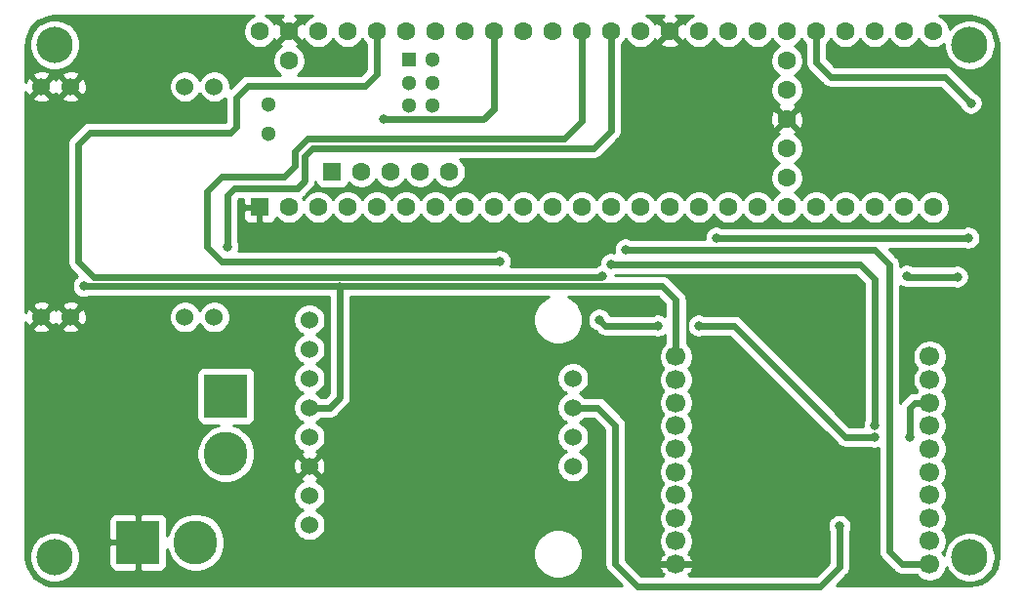
<source format=gbl>
%TF.GenerationSoftware,KiCad,Pcbnew,(5.1.9)-1*%
%TF.CreationDate,2021-12-11T14:55:59-08:00*%
%TF.ProjectId,GPS_Board,4750535f-426f-4617-9264-2e6b69636164,rev?*%
%TF.SameCoordinates,Original*%
%TF.FileFunction,Copper,L2,Bot*%
%TF.FilePolarity,Positive*%
%FSLAX46Y46*%
G04 Gerber Fmt 4.6, Leading zero omitted, Abs format (unit mm)*
G04 Created by KiCad (PCBNEW (5.1.9)-1) date 2021-12-11 14:55:59*
%MOMM*%
%LPD*%
G01*
G04 APERTURE LIST*
%TA.AperFunction,ComponentPad*%
%ADD10C,1.524000*%
%TD*%
%TA.AperFunction,ComponentPad*%
%ADD11C,1.700000*%
%TD*%
%TA.AperFunction,ComponentPad*%
%ADD12C,1.300000*%
%TD*%
%TA.AperFunction,ComponentPad*%
%ADD13C,1.600000*%
%TD*%
%TA.AperFunction,ComponentPad*%
%ADD14R,1.300000X1.300000*%
%TD*%
%TA.AperFunction,ComponentPad*%
%ADD15R,1.600000X1.600000*%
%TD*%
%TA.AperFunction,ComponentPad*%
%ADD16C,3.800000*%
%TD*%
%TA.AperFunction,ComponentPad*%
%ADD17R,3.800000X3.800000*%
%TD*%
%TA.AperFunction,ViaPad*%
%ADD18C,3.150000*%
%TD*%
%TA.AperFunction,ViaPad*%
%ADD19C,0.800000*%
%TD*%
%TA.AperFunction,Conductor*%
%ADD20C,0.600000*%
%TD*%
%TA.AperFunction,Conductor*%
%ADD21C,0.254000*%
%TD*%
%TA.AperFunction,Conductor*%
%ADD22C,0.100000*%
%TD*%
G04 APERTURE END LIST*
D10*
%TO.P,A2,7*%
%TO.N,Net-(A2-Pad7)*%
X136398000Y-102616000D03*
%TO.P,A2,6*%
%TO.N,GND*%
X136398000Y-100076000D03*
%TO.P,A2,5*%
%TO.N,N/C*%
X136398000Y-97536000D03*
%TO.P,A2,8*%
%TO.N,Net-(A2-Pad8)*%
X136398000Y-105156000D03*
%TO.P,A2,2*%
%TO.N,Net-(A2-Pad2)*%
X136398000Y-89916000D03*
%TO.P,A2,1*%
%TO.N,N/C*%
X136398000Y-87376000D03*
%TO.P,A2,3*%
%TO.N,Net-(A2-Pad3)*%
X136398000Y-92456000D03*
%TO.P,A2,4*%
%TO.N,Net-(A1-Pad1)*%
X136398000Y-94996000D03*
%TO.P,A2,12*%
%TO.N,N/C*%
X159258000Y-100076000D03*
%TO.P,A2,11*%
%TO.N,Net-(A2-Pad11)*%
X159258000Y-97536000D03*
%TO.P,A2,10*%
%TO.N,Net-(A2-Pad10)*%
X159258000Y-94996000D03*
%TO.P,A2,9*%
%TO.N,Net-(A2-Pad9)*%
X159258000Y-92456000D03*
%TD*%
D11*
%TO.P,A1,20*%
%TO.N,N/C*%
X190197000Y-90568000D03*
%TO.P,A1,19*%
%TO.N,Net-(A1-Pad19)*%
X190197000Y-92568000D03*
%TO.P,A1,18*%
%TO.N,Net-(A1-Pad18)*%
X190197000Y-94568000D03*
%TO.P,A1,17*%
%TO.N,Net-(A1-Pad17)*%
X190197000Y-96568000D03*
%TO.P,A1,16*%
%TO.N,N/C*%
X190197000Y-98568000D03*
%TO.P,A1,15*%
X190197000Y-100568000D03*
%TO.P,A1,14*%
X190197000Y-102568000D03*
%TO.P,A1,13*%
%TO.N,Net-(A1-Pad13)*%
X190197000Y-104568000D03*
%TO.P,A1,12*%
%TO.N,N/C*%
X190197000Y-106568000D03*
%TO.P,A1,11*%
%TO.N,MOSI*%
X190197000Y-108568000D03*
%TO.P,A1,10*%
%TO.N,GND*%
X168197000Y-108568000D03*
%TO.P,A1,9*%
%TO.N,Net-(A1-Pad9)*%
X168197000Y-106568000D03*
%TO.P,A1,8*%
%TO.N,N/C*%
X168197000Y-104568000D03*
%TO.P,A1,7*%
X168197000Y-102568000D03*
%TO.P,A1,6*%
%TO.N,Net-(A1-Pad6)*%
X168197000Y-100568000D03*
%TO.P,A1,5*%
%TO.N,Net-(A1-Pad5)*%
X168197000Y-98568000D03*
%TO.P,A1,4*%
%TO.N,Net-(A1-Pad4)*%
X168197000Y-96568000D03*
%TO.P,A1,3*%
%TO.N,N/C*%
X168197000Y-94568000D03*
%TO.P,A1,2*%
X168197000Y-92568000D03*
%TO.P,A1,1*%
%TO.N,Net-(A1-Pad1)*%
X168197000Y-90568000D03*
%TD*%
D12*
%TO.P,U1,66*%
%TO.N,N/C*%
X132810000Y-68707000D03*
%TO.P,U1,67*%
X132810000Y-71247000D03*
D13*
%TO.P,U1,54*%
X177800000Y-64897000D03*
%TO.P,U1,53*%
X177800000Y-67437000D03*
%TO.P,U1,52*%
%TO.N,GND*%
X177800000Y-69977000D03*
%TO.P,U1,51*%
%TO.N,N/C*%
X177800000Y-72517000D03*
%TO.P,U1,50*%
%TO.N,Net-(TP1-Pad1)*%
X177800000Y-75057000D03*
D12*
%TO.P,U1,62*%
%TO.N,N/C*%
X145050000Y-68795400D03*
%TO.P,U1,63*%
X147050000Y-68795400D03*
%TO.P,U1,64*%
X147050000Y-66795400D03*
%TO.P,U1,61*%
X145050000Y-66795400D03*
%TO.P,U1,65*%
X147050000Y-64795400D03*
D14*
%TO.P,U1,60*%
X145050000Y-64795400D03*
D13*
%TO.P,U1,17*%
X172720000Y-77597000D03*
%TO.P,U1,18*%
X175260000Y-77597000D03*
%TO.P,U1,19*%
X177800000Y-77597000D03*
%TO.P,U1,20*%
X180340000Y-77597000D03*
%TO.P,U1,16*%
X170180000Y-77597000D03*
%TO.P,U1,15*%
X167640000Y-77597000D03*
%TO.P,U1,14*%
%TO.N,Net-(A1-Pad4)*%
X165100000Y-77597000D03*
%TO.P,U1,21*%
%TO.N,N/C*%
X182880000Y-77597000D03*
%TO.P,U1,22*%
X185420000Y-77597000D03*
%TO.P,U1,23*%
X187960000Y-77597000D03*
%TO.P,U1,24*%
X190500000Y-77597000D03*
%TO.P,U1,25*%
%TO.N,Net-(A1-Pad13)*%
X190500000Y-62357000D03*
%TO.P,U1,26*%
%TO.N,N/C*%
X187960000Y-62357000D03*
%TO.P,U1,27*%
X185420000Y-62357000D03*
%TO.P,U1,28*%
%TO.N,Net-(A2-Pad10)*%
X182880000Y-62357000D03*
%TO.P,U1,29*%
%TO.N,Net-(A1-Pad5)*%
X180340000Y-62357000D03*
%TO.P,U1,30*%
%TO.N,Net-(A1-Pad9)*%
X177800000Y-62357000D03*
%TO.P,U1,31*%
%TO.N,N/C*%
X175260000Y-62357000D03*
%TO.P,U1,32*%
X172720000Y-62357000D03*
%TO.P,U1,33*%
X170180000Y-62357000D03*
%TO.P,U1,34*%
%TO.N,GND*%
X167640000Y-62357000D03*
%TO.P,U1,13*%
%TO.N,MOSI*%
X162560000Y-77597000D03*
%TO.P,U1,12*%
%TO.N,Net-(A1-Pad17)*%
X160020000Y-77597000D03*
%TO.P,U1,11*%
%TO.N,N/C*%
X157480000Y-77597000D03*
%TO.P,U1,10*%
X154940000Y-77597000D03*
%TO.P,U1,9*%
X152400000Y-77597000D03*
%TO.P,U1,8*%
X149860000Y-77597000D03*
%TO.P,U1,7*%
X147320000Y-77597000D03*
%TO.P,U1,6*%
X144780000Y-77597000D03*
%TO.P,U1,5*%
X142240000Y-77597000D03*
%TO.P,U1,4*%
X139700000Y-77597000D03*
%TO.P,U1,3*%
X137160000Y-77597000D03*
%TO.P,U1,2*%
X134620000Y-77597000D03*
D15*
%TO.P,U1,1*%
%TO.N,GND*%
X132080000Y-77597000D03*
D13*
%TO.P,U1,35*%
%TO.N,Net-(A1-Pad18)*%
X165100000Y-62357000D03*
%TO.P,U1,36*%
%TO.N,Net-(A2-Pad9)*%
X162560000Y-62357000D03*
%TO.P,U1,37*%
%TO.N,Net-(A2-Pad11)*%
X160020000Y-62357000D03*
%TO.P,U1,38*%
%TO.N,N/C*%
X157480000Y-62357000D03*
%TO.P,U1,39*%
X154940000Y-62357000D03*
%TO.P,U1,40*%
%TO.N,Net-(A2-Pad8)*%
X152400000Y-62357000D03*
%TO.P,U1,41*%
%TO.N,Net-(A2-Pad7)*%
X149860000Y-62357000D03*
%TO.P,U1,42*%
%TO.N,N/C*%
X147320000Y-62357000D03*
%TO.P,U1,43*%
X144780000Y-62357000D03*
%TO.P,U1,44*%
%TO.N,Net-(A1-Pad6)*%
X142240000Y-62357000D03*
%TO.P,U1,45*%
%TO.N,N/C*%
X139700000Y-62357000D03*
%TO.P,U1,46*%
%TO.N,Net-(A1-Pad1)*%
X137160000Y-62357000D03*
%TO.P,U1,47*%
%TO.N,GND*%
X134620000Y-62357000D03*
%TO.P,U1,48*%
%TO.N,+5V*%
X132080000Y-62357000D03*
D15*
%TO.P,U1,55*%
%TO.N,N/C*%
X138379200Y-74546200D03*
D13*
%TO.P,U1,56*%
X140919200Y-74546200D03*
%TO.P,U1,57*%
X143459200Y-74546200D03*
%TO.P,U1,58*%
X145999200Y-74546200D03*
%TO.P,U1,59*%
X148539200Y-74546200D03*
%TO.P,U1,49*%
X134620000Y-64897000D03*
%TD*%
D16*
%TO.P,J2,2*%
%TO.N,Net-(J1-Pad2)*%
X129159000Y-98980000D03*
D17*
%TO.P,J2,1*%
%TO.N,Net-(A3-Pad2)*%
X129159000Y-93980000D03*
%TD*%
D16*
%TO.P,J1,2*%
%TO.N,Net-(J1-Pad2)*%
X126539000Y-106680000D03*
D17*
%TO.P,J1,1*%
%TO.N,GND*%
X121539000Y-106680000D03*
%TD*%
D10*
%TO.P,A3,3*%
%TO.N,GND*%
X113141000Y-67138000D03*
X115681000Y-67138000D03*
%TO.P,A3,1*%
X115681000Y-87138000D03*
X113141000Y-87138000D03*
%TO.P,A3,2*%
%TO.N,Net-(A3-Pad2)*%
X125601000Y-87138000D03*
X128141000Y-87138000D03*
%TO.P,A3,4*%
%TO.N,+5V*%
X125601000Y-67138000D03*
X128141000Y-67138000D03*
%TD*%
D18*
%TO.N,*%
X193675000Y-63500000D03*
X193675000Y-107950000D03*
X114300000Y-107950000D03*
X114300000Y-63500000D03*
D19*
%TO.N,Net-(A1-Pad18)*%
X188468000Y-97536000D03*
X185420000Y-97536000D03*
X166624000Y-87884000D03*
X161544000Y-87376000D03*
X170180000Y-87884000D03*
%TO.N,Net-(A1-Pad17)*%
X185420000Y-96520000D03*
X162560000Y-82550000D03*
%TO.N,GND*%
X166116000Y-108458000D03*
X170180000Y-108712000D03*
%TO.N,Net-(A1-Pad6)*%
X161787000Y-83555000D03*
%TO.N,Net-(A1-Pad5)*%
X171704000Y-80264000D03*
X193782774Y-68563568D03*
X193548000Y-80264000D03*
%TO.N,Net-(A1-Pad1)*%
X116840000Y-84455000D03*
X139065000Y-84554990D03*
%TO.N,Net-(A2-Pad10)*%
X192600011Y-83634011D03*
X188214000Y-83566000D03*
X182372000Y-105283000D03*
%TO.N,Net-(A2-Pad9)*%
X129286000Y-81026000D03*
%TO.N,Net-(A2-Pad11)*%
X152908000Y-82296000D03*
%TO.N,Net-(A2-Pad8)*%
X142875000Y-69977000D03*
%TO.N,MOSI*%
X163830000Y-81280000D03*
%TD*%
D20*
%TO.N,Net-(A1-Pad18)*%
X190197000Y-94568000D02*
X188896000Y-94568000D01*
X188468000Y-94996000D02*
X188468000Y-97536000D01*
X188896000Y-94568000D02*
X188468000Y-94996000D01*
X162052000Y-87884000D02*
X161544000Y-87376000D01*
X166624000Y-87884000D02*
X162052000Y-87884000D01*
X173228000Y-87884000D02*
X170180000Y-87884000D01*
X182880000Y-97536000D02*
X173228000Y-87884000D01*
X185420000Y-97536000D02*
X182880000Y-97536000D01*
%TO.N,Net-(A1-Pad17)*%
X184150000Y-82550000D02*
X185420000Y-83820000D01*
X185420000Y-83820000D02*
X185420000Y-96520000D01*
X162560000Y-82550000D02*
X184150000Y-82550000D01*
%TO.N,GND*%
X165718000Y-108568000D02*
X165100000Y-107950000D01*
X166226000Y-108568000D02*
X166116000Y-108458000D01*
X168197000Y-108568000D02*
X166226000Y-108568000D01*
X170036000Y-108568000D02*
X170180000Y-108712000D01*
X168197000Y-108568000D02*
X170036000Y-108568000D01*
%TO.N,Net-(A1-Pad6)*%
X142240000Y-62357000D02*
X142240000Y-66040000D01*
X142240000Y-66040000D02*
X141224000Y-67056000D01*
X141224000Y-67056000D02*
X131064000Y-67056000D01*
X131064000Y-67056000D02*
X130048000Y-68072000D01*
X130048000Y-68072000D02*
X130048000Y-70612000D01*
X130048000Y-70612000D02*
X129540000Y-71120000D01*
X129540000Y-71120000D02*
X117348000Y-71120000D01*
X117348000Y-71120000D02*
X116332000Y-72136000D01*
X116332000Y-82296000D02*
X117690990Y-83654990D01*
X116332000Y-72136000D02*
X116332000Y-82296000D01*
X161687010Y-83654990D02*
X161787000Y-83555000D01*
X117690990Y-83654990D02*
X161687010Y-83654990D01*
%TO.N,Net-(A1-Pad5)*%
X192024000Y-80264000D02*
X171704000Y-80264000D01*
X191516000Y-66296794D02*
X193782774Y-68563568D01*
X191516000Y-66294000D02*
X191516000Y-66296794D01*
X181610000Y-66294000D02*
X191516000Y-66294000D01*
X180340000Y-65024000D02*
X181610000Y-66294000D01*
X180340000Y-62357000D02*
X180340000Y-65024000D01*
X192024000Y-80264000D02*
X193548000Y-80264000D01*
%TO.N,Net-(A1-Pad1)*%
X168197000Y-85647000D02*
X168197000Y-90568000D01*
X167005000Y-84455000D02*
X168197000Y-85647000D01*
X116840000Y-84455000D02*
X167005000Y-84455000D01*
X136398000Y-94996000D02*
X138176000Y-94996000D01*
X139065000Y-94107000D02*
X139065000Y-84554990D01*
X138176000Y-94996000D02*
X139065000Y-94107000D01*
%TO.N,Net-(A2-Pad10)*%
X188282011Y-83634011D02*
X188214000Y-83566000D01*
X192600011Y-83634011D02*
X188282011Y-83634011D01*
X161417000Y-94996000D02*
X159258000Y-94996000D01*
X162941000Y-96520000D02*
X161417000Y-94996000D01*
X162941000Y-108585000D02*
X162941000Y-96520000D01*
X164846000Y-110490000D02*
X162941000Y-108585000D01*
X180721000Y-110490000D02*
X164846000Y-110490000D01*
X182372000Y-108839000D02*
X180721000Y-110490000D01*
X182372000Y-105283000D02*
X182372000Y-108839000D01*
%TO.N,Net-(A2-Pad9)*%
X162560000Y-70993000D02*
X162560000Y-62357000D01*
X136652000Y-72517000D02*
X161036000Y-72517000D01*
X136017000Y-73152000D02*
X136652000Y-72517000D01*
X136017000Y-75311000D02*
X136017000Y-73152000D01*
X135382000Y-75946000D02*
X136017000Y-75311000D01*
X161036000Y-72517000D02*
X162560000Y-70993000D01*
X129921000Y-75946000D02*
X135382000Y-75946000D01*
X129286000Y-76581000D02*
X129921000Y-75946000D01*
X129286000Y-81026000D02*
X129286000Y-76581000D01*
%TO.N,Net-(A2-Pad11)*%
X160020000Y-70104000D02*
X160020000Y-62357000D01*
X136271000Y-71628000D02*
X158496000Y-71628000D01*
X135128000Y-72771000D02*
X136271000Y-71628000D01*
X135128000Y-74041000D02*
X135128000Y-72771000D01*
X128778000Y-74930000D02*
X134239000Y-74930000D01*
X134239000Y-74930000D02*
X135128000Y-74041000D01*
X127508000Y-76200000D02*
X128778000Y-74930000D01*
X127508000Y-81026000D02*
X127508000Y-76200000D01*
X158496000Y-71628000D02*
X160020000Y-70104000D01*
X128778000Y-82296000D02*
X127508000Y-81026000D01*
X152908000Y-82296000D02*
X128778000Y-82296000D01*
%TO.N,Net-(A2-Pad8)*%
X151511000Y-69977000D02*
X152400000Y-69088000D01*
X142875000Y-69977000D02*
X151511000Y-69977000D01*
X152400000Y-69088000D02*
X152400000Y-62357000D01*
%TO.N,MOSI*%
X186690000Y-107442000D02*
X187816000Y-108568000D01*
X163830000Y-81280000D02*
X185420000Y-81280000D01*
X185420000Y-81280000D02*
X186690000Y-82550000D01*
X186690000Y-82550000D02*
X186690000Y-107442000D01*
X187816000Y-108568000D02*
X190197000Y-108568000D01*
%TD*%
D21*
%TO.N,GND*%
X167023708Y-61053397D02*
X166898486Y-61120329D01*
X166826903Y-61364298D01*
X167640000Y-62177395D01*
X168453097Y-61364298D01*
X168381514Y-61120329D01*
X168148345Y-61010000D01*
X169682112Y-61010000D01*
X169500273Y-61085320D01*
X169265241Y-61242363D01*
X169065363Y-61442241D01*
X168909085Y-61676128D01*
X168876671Y-61615486D01*
X168632702Y-61543903D01*
X167819605Y-62357000D01*
X168632702Y-63170097D01*
X168876671Y-63098514D01*
X168907194Y-63034008D01*
X168908320Y-63036727D01*
X169065363Y-63271759D01*
X169265241Y-63471637D01*
X169500273Y-63628680D01*
X169761426Y-63736853D01*
X170038665Y-63792000D01*
X170321335Y-63792000D01*
X170598574Y-63736853D01*
X170859727Y-63628680D01*
X171094759Y-63471637D01*
X171294637Y-63271759D01*
X171450000Y-63039241D01*
X171605363Y-63271759D01*
X171805241Y-63471637D01*
X172040273Y-63628680D01*
X172301426Y-63736853D01*
X172578665Y-63792000D01*
X172861335Y-63792000D01*
X173138574Y-63736853D01*
X173399727Y-63628680D01*
X173634759Y-63471637D01*
X173834637Y-63271759D01*
X173990000Y-63039241D01*
X174145363Y-63271759D01*
X174345241Y-63471637D01*
X174580273Y-63628680D01*
X174841426Y-63736853D01*
X175118665Y-63792000D01*
X175401335Y-63792000D01*
X175678574Y-63736853D01*
X175939727Y-63628680D01*
X176174759Y-63471637D01*
X176374637Y-63271759D01*
X176530000Y-63039241D01*
X176685363Y-63271759D01*
X176885241Y-63471637D01*
X177117759Y-63627000D01*
X176885241Y-63782363D01*
X176685363Y-63982241D01*
X176528320Y-64217273D01*
X176420147Y-64478426D01*
X176365000Y-64755665D01*
X176365000Y-65038335D01*
X176420147Y-65315574D01*
X176528320Y-65576727D01*
X176685363Y-65811759D01*
X176885241Y-66011637D01*
X177117759Y-66167000D01*
X176885241Y-66322363D01*
X176685363Y-66522241D01*
X176528320Y-66757273D01*
X176420147Y-67018426D01*
X176365000Y-67295665D01*
X176365000Y-67578335D01*
X176420147Y-67855574D01*
X176528320Y-68116727D01*
X176685363Y-68351759D01*
X176885241Y-68551637D01*
X177119128Y-68707915D01*
X177058486Y-68740329D01*
X176986903Y-68984298D01*
X177800000Y-69797395D01*
X178613097Y-68984298D01*
X178541514Y-68740329D01*
X178477008Y-68709806D01*
X178479727Y-68708680D01*
X178714759Y-68551637D01*
X178914637Y-68351759D01*
X179071680Y-68116727D01*
X179179853Y-67855574D01*
X179235000Y-67578335D01*
X179235000Y-67295665D01*
X179179853Y-67018426D01*
X179071680Y-66757273D01*
X178914637Y-66522241D01*
X178714759Y-66322363D01*
X178482241Y-66167000D01*
X178714759Y-66011637D01*
X178914637Y-65811759D01*
X179071680Y-65576727D01*
X179179853Y-65315574D01*
X179235000Y-65038335D01*
X179235000Y-64755665D01*
X179179853Y-64478426D01*
X179071680Y-64217273D01*
X178914637Y-63982241D01*
X178714759Y-63782363D01*
X178482241Y-63627000D01*
X178714759Y-63471637D01*
X178914637Y-63271759D01*
X179070000Y-63039241D01*
X179225363Y-63271759D01*
X179405000Y-63451396D01*
X179405001Y-64978058D01*
X179400476Y-65024000D01*
X179418529Y-65207291D01*
X179464025Y-65357270D01*
X179471994Y-65383540D01*
X179558815Y-65545972D01*
X179675657Y-65688344D01*
X179711336Y-65717625D01*
X180916374Y-66922664D01*
X180945656Y-66958344D01*
X181088028Y-67075186D01*
X181250460Y-67162007D01*
X181373243Y-67199253D01*
X181426707Y-67215471D01*
X181609999Y-67233524D01*
X181655931Y-67229000D01*
X191125917Y-67229000D01*
X192805343Y-68908426D01*
X192865569Y-69053824D01*
X192978837Y-69223342D01*
X193123000Y-69367505D01*
X193292518Y-69480773D01*
X193480876Y-69558794D01*
X193680835Y-69598568D01*
X193884713Y-69598568D01*
X194084672Y-69558794D01*
X194273030Y-69480773D01*
X194442548Y-69367505D01*
X194586711Y-69223342D01*
X194699979Y-69053824D01*
X194778000Y-68865466D01*
X194817774Y-68665507D01*
X194817774Y-68461629D01*
X194778000Y-68261670D01*
X194699979Y-68073312D01*
X194586711Y-67903794D01*
X194442548Y-67759631D01*
X194273030Y-67646363D01*
X194127632Y-67586137D01*
X192222417Y-65680922D01*
X192180344Y-65629656D01*
X192037972Y-65512814D01*
X191875540Y-65425993D01*
X191699292Y-65372529D01*
X191561932Y-65359000D01*
X191516000Y-65354476D01*
X191470068Y-65359000D01*
X181997290Y-65359000D01*
X181275000Y-64636711D01*
X181275000Y-63451396D01*
X181454637Y-63271759D01*
X181610000Y-63039241D01*
X181765363Y-63271759D01*
X181965241Y-63471637D01*
X182200273Y-63628680D01*
X182461426Y-63736853D01*
X182738665Y-63792000D01*
X183021335Y-63792000D01*
X183298574Y-63736853D01*
X183559727Y-63628680D01*
X183794759Y-63471637D01*
X183994637Y-63271759D01*
X184150000Y-63039241D01*
X184305363Y-63271759D01*
X184505241Y-63471637D01*
X184740273Y-63628680D01*
X185001426Y-63736853D01*
X185278665Y-63792000D01*
X185561335Y-63792000D01*
X185838574Y-63736853D01*
X186099727Y-63628680D01*
X186334759Y-63471637D01*
X186534637Y-63271759D01*
X186690000Y-63039241D01*
X186845363Y-63271759D01*
X187045241Y-63471637D01*
X187280273Y-63628680D01*
X187541426Y-63736853D01*
X187818665Y-63792000D01*
X188101335Y-63792000D01*
X188378574Y-63736853D01*
X188639727Y-63628680D01*
X188874759Y-63471637D01*
X189074637Y-63271759D01*
X189230000Y-63039241D01*
X189385363Y-63271759D01*
X189585241Y-63471637D01*
X189820273Y-63628680D01*
X190081426Y-63736853D01*
X190358665Y-63792000D01*
X190641335Y-63792000D01*
X190918574Y-63736853D01*
X191179727Y-63628680D01*
X191414759Y-63471637D01*
X191465000Y-63421396D01*
X191465000Y-63717666D01*
X191549929Y-64144633D01*
X191716524Y-64546827D01*
X191958381Y-64908793D01*
X192266207Y-65216619D01*
X192628173Y-65458476D01*
X193030367Y-65625071D01*
X193457334Y-65710000D01*
X193892666Y-65710000D01*
X194319633Y-65625071D01*
X194721827Y-65458476D01*
X195083793Y-65216619D01*
X195391619Y-64908793D01*
X195633476Y-64546827D01*
X195800071Y-64144633D01*
X195885000Y-63717666D01*
X195885000Y-63282334D01*
X195800071Y-62855367D01*
X195633476Y-62453173D01*
X195391619Y-62091207D01*
X195083793Y-61783381D01*
X194721827Y-61541524D01*
X194319633Y-61374929D01*
X193892666Y-61290000D01*
X193457334Y-61290000D01*
X193030367Y-61374929D01*
X192628173Y-61541524D01*
X192266207Y-61783381D01*
X191958381Y-62091207D01*
X191921286Y-62146723D01*
X191879853Y-61938426D01*
X191771680Y-61677273D01*
X191614637Y-61442241D01*
X191414759Y-61242363D01*
X191179727Y-61085320D01*
X190997888Y-61010000D01*
X193641495Y-61010000D01*
X194158005Y-61060644D01*
X194622612Y-61200917D01*
X195051128Y-61428763D01*
X195427222Y-61735497D01*
X195736582Y-62109449D01*
X195967410Y-62536357D01*
X196110925Y-62999980D01*
X196165000Y-63514462D01*
X196165002Y-107916475D01*
X196114356Y-108433005D01*
X195974082Y-108897613D01*
X195746238Y-109326126D01*
X195439501Y-109702223D01*
X195065554Y-110011578D01*
X194638641Y-110242410D01*
X194175021Y-110385924D01*
X193660537Y-110439999D01*
X182093290Y-110439999D01*
X183000659Y-109532630D01*
X183036344Y-109503344D01*
X183153186Y-109360972D01*
X183221939Y-109232343D01*
X183240007Y-109198541D01*
X183293472Y-109022292D01*
X183311524Y-108839000D01*
X183307000Y-108793065D01*
X183307000Y-105730295D01*
X183367226Y-105584898D01*
X183407000Y-105384939D01*
X183407000Y-105181061D01*
X183367226Y-104981102D01*
X183289205Y-104792744D01*
X183175937Y-104623226D01*
X183031774Y-104479063D01*
X182862256Y-104365795D01*
X182673898Y-104287774D01*
X182473939Y-104248000D01*
X182270061Y-104248000D01*
X182070102Y-104287774D01*
X181881744Y-104365795D01*
X181712226Y-104479063D01*
X181568063Y-104623226D01*
X181454795Y-104792744D01*
X181376774Y-104981102D01*
X181337000Y-105181061D01*
X181337000Y-105384939D01*
X181376774Y-105584898D01*
X181437000Y-105730296D01*
X181437001Y-108451710D01*
X180333711Y-109555000D01*
X169319400Y-109555000D01*
X169341504Y-109532896D01*
X169225399Y-109416791D01*
X169474472Y-109339157D01*
X169600371Y-109075117D01*
X169672339Y-108791589D01*
X169687611Y-108499469D01*
X169645599Y-108209981D01*
X169547919Y-107934253D01*
X169474472Y-107796843D01*
X169225399Y-107719209D01*
X169341504Y-107603104D01*
X169301754Y-107563354D01*
X169350475Y-107514632D01*
X169512990Y-107271411D01*
X169624932Y-107001158D01*
X169682000Y-106714260D01*
X169682000Y-106421740D01*
X169624932Y-106134842D01*
X169512990Y-105864589D01*
X169350475Y-105621368D01*
X169297107Y-105568000D01*
X169350475Y-105514632D01*
X169512990Y-105271411D01*
X169624932Y-105001158D01*
X169682000Y-104714260D01*
X169682000Y-104421740D01*
X169624932Y-104134842D01*
X169512990Y-103864589D01*
X169350475Y-103621368D01*
X169297107Y-103568000D01*
X169350475Y-103514632D01*
X169512990Y-103271411D01*
X169624932Y-103001158D01*
X169682000Y-102714260D01*
X169682000Y-102421740D01*
X169624932Y-102134842D01*
X169512990Y-101864589D01*
X169350475Y-101621368D01*
X169297107Y-101568000D01*
X169350475Y-101514632D01*
X169512990Y-101271411D01*
X169624932Y-101001158D01*
X169682000Y-100714260D01*
X169682000Y-100421740D01*
X169624932Y-100134842D01*
X169512990Y-99864589D01*
X169350475Y-99621368D01*
X169297107Y-99568000D01*
X169350475Y-99514632D01*
X169512990Y-99271411D01*
X169624932Y-99001158D01*
X169682000Y-98714260D01*
X169682000Y-98421740D01*
X169624932Y-98134842D01*
X169512990Y-97864589D01*
X169350475Y-97621368D01*
X169297107Y-97568000D01*
X169350475Y-97514632D01*
X169512990Y-97271411D01*
X169624932Y-97001158D01*
X169682000Y-96714260D01*
X169682000Y-96421740D01*
X169624932Y-96134842D01*
X169512990Y-95864589D01*
X169350475Y-95621368D01*
X169297107Y-95568000D01*
X169350475Y-95514632D01*
X169512990Y-95271411D01*
X169624932Y-95001158D01*
X169682000Y-94714260D01*
X169682000Y-94421740D01*
X169624932Y-94134842D01*
X169512990Y-93864589D01*
X169350475Y-93621368D01*
X169297107Y-93568000D01*
X169350475Y-93514632D01*
X169512990Y-93271411D01*
X169624932Y-93001158D01*
X169682000Y-92714260D01*
X169682000Y-92421740D01*
X169624932Y-92134842D01*
X169512990Y-91864589D01*
X169350475Y-91621368D01*
X169297107Y-91568000D01*
X169350475Y-91514632D01*
X169512990Y-91271411D01*
X169624932Y-91001158D01*
X169682000Y-90714260D01*
X169682000Y-90421740D01*
X169624932Y-90134842D01*
X169512990Y-89864589D01*
X169350475Y-89621368D01*
X169143632Y-89414525D01*
X169132000Y-89406753D01*
X169132000Y-85692935D01*
X169136524Y-85647000D01*
X169118472Y-85463708D01*
X169065007Y-85287459D01*
X169026150Y-85214764D01*
X168978186Y-85125028D01*
X168861344Y-84982656D01*
X168825660Y-84953371D01*
X167698630Y-83826341D01*
X167669344Y-83790656D01*
X167526972Y-83673814D01*
X167364540Y-83586993D01*
X167188292Y-83533529D01*
X167050932Y-83520000D01*
X167005000Y-83515476D01*
X166959068Y-83520000D01*
X162922799Y-83520000D01*
X163007295Y-83485000D01*
X183762711Y-83485000D01*
X184485000Y-84207290D01*
X184485001Y-96072702D01*
X184424774Y-96218102D01*
X184385000Y-96418061D01*
X184385000Y-96601000D01*
X183267290Y-96601000D01*
X173921630Y-87255341D01*
X173892344Y-87219656D01*
X173749972Y-87102814D01*
X173587540Y-87015993D01*
X173411292Y-86962529D01*
X173273932Y-86949000D01*
X173228000Y-86944476D01*
X173182068Y-86949000D01*
X170627295Y-86949000D01*
X170481898Y-86888774D01*
X170281939Y-86849000D01*
X170078061Y-86849000D01*
X169878102Y-86888774D01*
X169689744Y-86966795D01*
X169520226Y-87080063D01*
X169376063Y-87224226D01*
X169262795Y-87393744D01*
X169184774Y-87582102D01*
X169145000Y-87782061D01*
X169145000Y-87985939D01*
X169184774Y-88185898D01*
X169262795Y-88374256D01*
X169376063Y-88543774D01*
X169520226Y-88687937D01*
X169689744Y-88801205D01*
X169878102Y-88879226D01*
X170078061Y-88919000D01*
X170281939Y-88919000D01*
X170481898Y-88879226D01*
X170627295Y-88819000D01*
X172840711Y-88819000D01*
X182186375Y-98164665D01*
X182215656Y-98200344D01*
X182358028Y-98317186D01*
X182520460Y-98404007D01*
X182643243Y-98441253D01*
X182696707Y-98457471D01*
X182879999Y-98475524D01*
X182925931Y-98471000D01*
X184972705Y-98471000D01*
X185118102Y-98531226D01*
X185318061Y-98571000D01*
X185521939Y-98571000D01*
X185721898Y-98531226D01*
X185755001Y-98517514D01*
X185755001Y-107396058D01*
X185750476Y-107442000D01*
X185768529Y-107625291D01*
X185806970Y-107752012D01*
X185821994Y-107801540D01*
X185908815Y-107963972D01*
X186025657Y-108106344D01*
X186061336Y-108135625D01*
X187122374Y-109196664D01*
X187151656Y-109232344D01*
X187294028Y-109349186D01*
X187456460Y-109436007D01*
X187579243Y-109473253D01*
X187632707Y-109489471D01*
X187637053Y-109489899D01*
X187770068Y-109503000D01*
X187770074Y-109503000D01*
X187815999Y-109507523D01*
X187861924Y-109503000D01*
X189035753Y-109503000D01*
X189043525Y-109514632D01*
X189250368Y-109721475D01*
X189493589Y-109883990D01*
X189763842Y-109995932D01*
X190050740Y-110053000D01*
X190343260Y-110053000D01*
X190630158Y-109995932D01*
X190900411Y-109883990D01*
X191143632Y-109721475D01*
X191350475Y-109514632D01*
X191512990Y-109271411D01*
X191624932Y-109001158D01*
X191655229Y-108848848D01*
X191716524Y-108996827D01*
X191958381Y-109358793D01*
X192266207Y-109666619D01*
X192628173Y-109908476D01*
X193030367Y-110075071D01*
X193457334Y-110160000D01*
X193892666Y-110160000D01*
X194319633Y-110075071D01*
X194721827Y-109908476D01*
X195083793Y-109666619D01*
X195391619Y-109358793D01*
X195633476Y-108996827D01*
X195800071Y-108594633D01*
X195885000Y-108167666D01*
X195885000Y-107732334D01*
X195800071Y-107305367D01*
X195633476Y-106903173D01*
X195391619Y-106541207D01*
X195083793Y-106233381D01*
X194721827Y-105991524D01*
X194319633Y-105824929D01*
X193892666Y-105740000D01*
X193457334Y-105740000D01*
X193030367Y-105824929D01*
X192628173Y-105991524D01*
X192266207Y-106233381D01*
X191958381Y-106541207D01*
X191716524Y-106903173D01*
X191549929Y-107305367D01*
X191465000Y-107732334D01*
X191465000Y-107792767D01*
X191350475Y-107621368D01*
X191297107Y-107568000D01*
X191350475Y-107514632D01*
X191512990Y-107271411D01*
X191624932Y-107001158D01*
X191682000Y-106714260D01*
X191682000Y-106421740D01*
X191624932Y-106134842D01*
X191512990Y-105864589D01*
X191350475Y-105621368D01*
X191297107Y-105568000D01*
X191350475Y-105514632D01*
X191512990Y-105271411D01*
X191624932Y-105001158D01*
X191682000Y-104714260D01*
X191682000Y-104421740D01*
X191624932Y-104134842D01*
X191512990Y-103864589D01*
X191350475Y-103621368D01*
X191297107Y-103568000D01*
X191350475Y-103514632D01*
X191512990Y-103271411D01*
X191624932Y-103001158D01*
X191682000Y-102714260D01*
X191682000Y-102421740D01*
X191624932Y-102134842D01*
X191512990Y-101864589D01*
X191350475Y-101621368D01*
X191297107Y-101568000D01*
X191350475Y-101514632D01*
X191512990Y-101271411D01*
X191624932Y-101001158D01*
X191682000Y-100714260D01*
X191682000Y-100421740D01*
X191624932Y-100134842D01*
X191512990Y-99864589D01*
X191350475Y-99621368D01*
X191297107Y-99568000D01*
X191350475Y-99514632D01*
X191512990Y-99271411D01*
X191624932Y-99001158D01*
X191682000Y-98714260D01*
X191682000Y-98421740D01*
X191624932Y-98134842D01*
X191512990Y-97864589D01*
X191350475Y-97621368D01*
X191297107Y-97568000D01*
X191350475Y-97514632D01*
X191512990Y-97271411D01*
X191624932Y-97001158D01*
X191682000Y-96714260D01*
X191682000Y-96421740D01*
X191624932Y-96134842D01*
X191512990Y-95864589D01*
X191350475Y-95621368D01*
X191297107Y-95568000D01*
X191350475Y-95514632D01*
X191512990Y-95271411D01*
X191624932Y-95001158D01*
X191682000Y-94714260D01*
X191682000Y-94421740D01*
X191624932Y-94134842D01*
X191512990Y-93864589D01*
X191350475Y-93621368D01*
X191297107Y-93568000D01*
X191350475Y-93514632D01*
X191512990Y-93271411D01*
X191624932Y-93001158D01*
X191682000Y-92714260D01*
X191682000Y-92421740D01*
X191624932Y-92134842D01*
X191512990Y-91864589D01*
X191350475Y-91621368D01*
X191297107Y-91568000D01*
X191350475Y-91514632D01*
X191512990Y-91271411D01*
X191624932Y-91001158D01*
X191682000Y-90714260D01*
X191682000Y-90421740D01*
X191624932Y-90134842D01*
X191512990Y-89864589D01*
X191350475Y-89621368D01*
X191143632Y-89414525D01*
X190900411Y-89252010D01*
X190630158Y-89140068D01*
X190343260Y-89083000D01*
X190050740Y-89083000D01*
X189763842Y-89140068D01*
X189493589Y-89252010D01*
X189250368Y-89414525D01*
X189043525Y-89621368D01*
X188881010Y-89864589D01*
X188769068Y-90134842D01*
X188712000Y-90421740D01*
X188712000Y-90714260D01*
X188769068Y-91001158D01*
X188881010Y-91271411D01*
X189043525Y-91514632D01*
X189096893Y-91568000D01*
X189043525Y-91621368D01*
X188881010Y-91864589D01*
X188769068Y-92134842D01*
X188712000Y-92421740D01*
X188712000Y-92714260D01*
X188769068Y-93001158D01*
X188881010Y-93271411D01*
X189043525Y-93514632D01*
X189096893Y-93568000D01*
X189043525Y-93621368D01*
X189035753Y-93633000D01*
X188941931Y-93633000D01*
X188895999Y-93628476D01*
X188712707Y-93646529D01*
X188659243Y-93662747D01*
X188536460Y-93699993D01*
X188374028Y-93786814D01*
X188231656Y-93903656D01*
X188202370Y-93939341D01*
X187839341Y-94302370D01*
X187803656Y-94331656D01*
X187686814Y-94474029D01*
X187625000Y-94589676D01*
X187625000Y-84417227D01*
X187723744Y-84483205D01*
X187912102Y-84561226D01*
X188112061Y-84601000D01*
X188315939Y-84601000D01*
X188476760Y-84569011D01*
X192152716Y-84569011D01*
X192298113Y-84629237D01*
X192498072Y-84669011D01*
X192701950Y-84669011D01*
X192901909Y-84629237D01*
X193090267Y-84551216D01*
X193259785Y-84437948D01*
X193403948Y-84293785D01*
X193517216Y-84124267D01*
X193595237Y-83935909D01*
X193635011Y-83735950D01*
X193635011Y-83532072D01*
X193595237Y-83332113D01*
X193517216Y-83143755D01*
X193403948Y-82974237D01*
X193259785Y-82830074D01*
X193090267Y-82716806D01*
X192901909Y-82638785D01*
X192701950Y-82599011D01*
X192498072Y-82599011D01*
X192298113Y-82638785D01*
X192152716Y-82699011D01*
X188779410Y-82699011D01*
X188704256Y-82648795D01*
X188515898Y-82570774D01*
X188315939Y-82531000D01*
X188112061Y-82531000D01*
X187912102Y-82570774D01*
X187723744Y-82648795D01*
X187625000Y-82714773D01*
X187625000Y-82595931D01*
X187629524Y-82549999D01*
X187611471Y-82366707D01*
X187561347Y-82201471D01*
X187558007Y-82190460D01*
X187471186Y-82028028D01*
X187354344Y-81885656D01*
X187318665Y-81856375D01*
X186661289Y-81199000D01*
X193100705Y-81199000D01*
X193246102Y-81259226D01*
X193446061Y-81299000D01*
X193649939Y-81299000D01*
X193849898Y-81259226D01*
X194038256Y-81181205D01*
X194207774Y-81067937D01*
X194351937Y-80923774D01*
X194465205Y-80754256D01*
X194543226Y-80565898D01*
X194583000Y-80365939D01*
X194583000Y-80162061D01*
X194543226Y-79962102D01*
X194465205Y-79773744D01*
X194351937Y-79604226D01*
X194207774Y-79460063D01*
X194038256Y-79346795D01*
X193849898Y-79268774D01*
X193649939Y-79229000D01*
X193446061Y-79229000D01*
X193246102Y-79268774D01*
X193100705Y-79329000D01*
X172151295Y-79329000D01*
X172005898Y-79268774D01*
X171805939Y-79229000D01*
X171602061Y-79229000D01*
X171402102Y-79268774D01*
X171213744Y-79346795D01*
X171044226Y-79460063D01*
X170900063Y-79604226D01*
X170786795Y-79773744D01*
X170708774Y-79962102D01*
X170669000Y-80162061D01*
X170669000Y-80345000D01*
X164277295Y-80345000D01*
X164131898Y-80284774D01*
X163931939Y-80245000D01*
X163728061Y-80245000D01*
X163528102Y-80284774D01*
X163339744Y-80362795D01*
X163170226Y-80476063D01*
X163026063Y-80620226D01*
X162912795Y-80789744D01*
X162834774Y-80978102D01*
X162795000Y-81178061D01*
X162795000Y-81381939D01*
X162828039Y-81548039D01*
X162661939Y-81515000D01*
X162458061Y-81515000D01*
X162258102Y-81554774D01*
X162069744Y-81632795D01*
X161900226Y-81746063D01*
X161756063Y-81890226D01*
X161642795Y-82059744D01*
X161564774Y-82248102D01*
X161525000Y-82448061D01*
X161525000Y-82551838D01*
X161485102Y-82559774D01*
X161296744Y-82637795D01*
X161173730Y-82719990D01*
X153852653Y-82719990D01*
X153903226Y-82597898D01*
X153943000Y-82397939D01*
X153943000Y-82194061D01*
X153903226Y-81994102D01*
X153825205Y-81805744D01*
X153711937Y-81636226D01*
X153567774Y-81492063D01*
X153398256Y-81378795D01*
X153209898Y-81300774D01*
X153009939Y-81261000D01*
X152806061Y-81261000D01*
X152606102Y-81300774D01*
X152460705Y-81361000D01*
X130267515Y-81361000D01*
X130281226Y-81327898D01*
X130321000Y-81127939D01*
X130321000Y-80924061D01*
X130281226Y-80724102D01*
X130221000Y-80578705D01*
X130221000Y-78397000D01*
X130641928Y-78397000D01*
X130654188Y-78521482D01*
X130690498Y-78641180D01*
X130749463Y-78751494D01*
X130828815Y-78848185D01*
X130925506Y-78927537D01*
X131035820Y-78986502D01*
X131155518Y-79022812D01*
X131280000Y-79035072D01*
X131794250Y-79032000D01*
X131953000Y-78873250D01*
X131953000Y-77724000D01*
X130803750Y-77724000D01*
X130645000Y-77882750D01*
X130641928Y-78397000D01*
X130221000Y-78397000D01*
X130221000Y-76968289D01*
X130308289Y-76881000D01*
X130642430Y-76881000D01*
X130645000Y-77311250D01*
X130803750Y-77470000D01*
X131953000Y-77470000D01*
X131953000Y-77450000D01*
X132207000Y-77450000D01*
X132207000Y-77470000D01*
X132227000Y-77470000D01*
X132227000Y-77724000D01*
X132207000Y-77724000D01*
X132207000Y-78873250D01*
X132365750Y-79032000D01*
X132880000Y-79035072D01*
X133004482Y-79022812D01*
X133124180Y-78986502D01*
X133234494Y-78927537D01*
X133331185Y-78848185D01*
X133410537Y-78751494D01*
X133469502Y-78641180D01*
X133505812Y-78521482D01*
X133506643Y-78513039D01*
X133705241Y-78711637D01*
X133940273Y-78868680D01*
X134201426Y-78976853D01*
X134478665Y-79032000D01*
X134761335Y-79032000D01*
X135038574Y-78976853D01*
X135299727Y-78868680D01*
X135534759Y-78711637D01*
X135734637Y-78511759D01*
X135890000Y-78279241D01*
X136045363Y-78511759D01*
X136245241Y-78711637D01*
X136480273Y-78868680D01*
X136741426Y-78976853D01*
X137018665Y-79032000D01*
X137301335Y-79032000D01*
X137578574Y-78976853D01*
X137839727Y-78868680D01*
X138074759Y-78711637D01*
X138274637Y-78511759D01*
X138430000Y-78279241D01*
X138585363Y-78511759D01*
X138785241Y-78711637D01*
X139020273Y-78868680D01*
X139281426Y-78976853D01*
X139558665Y-79032000D01*
X139841335Y-79032000D01*
X140118574Y-78976853D01*
X140379727Y-78868680D01*
X140614759Y-78711637D01*
X140814637Y-78511759D01*
X140970000Y-78279241D01*
X141125363Y-78511759D01*
X141325241Y-78711637D01*
X141560273Y-78868680D01*
X141821426Y-78976853D01*
X142098665Y-79032000D01*
X142381335Y-79032000D01*
X142658574Y-78976853D01*
X142919727Y-78868680D01*
X143154759Y-78711637D01*
X143354637Y-78511759D01*
X143510000Y-78279241D01*
X143665363Y-78511759D01*
X143865241Y-78711637D01*
X144100273Y-78868680D01*
X144361426Y-78976853D01*
X144638665Y-79032000D01*
X144921335Y-79032000D01*
X145198574Y-78976853D01*
X145459727Y-78868680D01*
X145694759Y-78711637D01*
X145894637Y-78511759D01*
X146050000Y-78279241D01*
X146205363Y-78511759D01*
X146405241Y-78711637D01*
X146640273Y-78868680D01*
X146901426Y-78976853D01*
X147178665Y-79032000D01*
X147461335Y-79032000D01*
X147738574Y-78976853D01*
X147999727Y-78868680D01*
X148234759Y-78711637D01*
X148434637Y-78511759D01*
X148590000Y-78279241D01*
X148745363Y-78511759D01*
X148945241Y-78711637D01*
X149180273Y-78868680D01*
X149441426Y-78976853D01*
X149718665Y-79032000D01*
X150001335Y-79032000D01*
X150278574Y-78976853D01*
X150539727Y-78868680D01*
X150774759Y-78711637D01*
X150974637Y-78511759D01*
X151130000Y-78279241D01*
X151285363Y-78511759D01*
X151485241Y-78711637D01*
X151720273Y-78868680D01*
X151981426Y-78976853D01*
X152258665Y-79032000D01*
X152541335Y-79032000D01*
X152818574Y-78976853D01*
X153079727Y-78868680D01*
X153314759Y-78711637D01*
X153514637Y-78511759D01*
X153670000Y-78279241D01*
X153825363Y-78511759D01*
X154025241Y-78711637D01*
X154260273Y-78868680D01*
X154521426Y-78976853D01*
X154798665Y-79032000D01*
X155081335Y-79032000D01*
X155358574Y-78976853D01*
X155619727Y-78868680D01*
X155854759Y-78711637D01*
X156054637Y-78511759D01*
X156210000Y-78279241D01*
X156365363Y-78511759D01*
X156565241Y-78711637D01*
X156800273Y-78868680D01*
X157061426Y-78976853D01*
X157338665Y-79032000D01*
X157621335Y-79032000D01*
X157898574Y-78976853D01*
X158159727Y-78868680D01*
X158394759Y-78711637D01*
X158594637Y-78511759D01*
X158750000Y-78279241D01*
X158905363Y-78511759D01*
X159105241Y-78711637D01*
X159340273Y-78868680D01*
X159601426Y-78976853D01*
X159878665Y-79032000D01*
X160161335Y-79032000D01*
X160438574Y-78976853D01*
X160699727Y-78868680D01*
X160934759Y-78711637D01*
X161134637Y-78511759D01*
X161290000Y-78279241D01*
X161445363Y-78511759D01*
X161645241Y-78711637D01*
X161880273Y-78868680D01*
X162141426Y-78976853D01*
X162418665Y-79032000D01*
X162701335Y-79032000D01*
X162978574Y-78976853D01*
X163239727Y-78868680D01*
X163474759Y-78711637D01*
X163674637Y-78511759D01*
X163830000Y-78279241D01*
X163985363Y-78511759D01*
X164185241Y-78711637D01*
X164420273Y-78868680D01*
X164681426Y-78976853D01*
X164958665Y-79032000D01*
X165241335Y-79032000D01*
X165518574Y-78976853D01*
X165779727Y-78868680D01*
X166014759Y-78711637D01*
X166214637Y-78511759D01*
X166370000Y-78279241D01*
X166525363Y-78511759D01*
X166725241Y-78711637D01*
X166960273Y-78868680D01*
X167221426Y-78976853D01*
X167498665Y-79032000D01*
X167781335Y-79032000D01*
X168058574Y-78976853D01*
X168319727Y-78868680D01*
X168554759Y-78711637D01*
X168754637Y-78511759D01*
X168910000Y-78279241D01*
X169065363Y-78511759D01*
X169265241Y-78711637D01*
X169500273Y-78868680D01*
X169761426Y-78976853D01*
X170038665Y-79032000D01*
X170321335Y-79032000D01*
X170598574Y-78976853D01*
X170859727Y-78868680D01*
X171094759Y-78711637D01*
X171294637Y-78511759D01*
X171450000Y-78279241D01*
X171605363Y-78511759D01*
X171805241Y-78711637D01*
X172040273Y-78868680D01*
X172301426Y-78976853D01*
X172578665Y-79032000D01*
X172861335Y-79032000D01*
X173138574Y-78976853D01*
X173399727Y-78868680D01*
X173634759Y-78711637D01*
X173834637Y-78511759D01*
X173990000Y-78279241D01*
X174145363Y-78511759D01*
X174345241Y-78711637D01*
X174580273Y-78868680D01*
X174841426Y-78976853D01*
X175118665Y-79032000D01*
X175401335Y-79032000D01*
X175678574Y-78976853D01*
X175939727Y-78868680D01*
X176174759Y-78711637D01*
X176374637Y-78511759D01*
X176530000Y-78279241D01*
X176685363Y-78511759D01*
X176885241Y-78711637D01*
X177120273Y-78868680D01*
X177381426Y-78976853D01*
X177658665Y-79032000D01*
X177941335Y-79032000D01*
X178218574Y-78976853D01*
X178479727Y-78868680D01*
X178714759Y-78711637D01*
X178914637Y-78511759D01*
X179070000Y-78279241D01*
X179225363Y-78511759D01*
X179425241Y-78711637D01*
X179660273Y-78868680D01*
X179921426Y-78976853D01*
X180198665Y-79032000D01*
X180481335Y-79032000D01*
X180758574Y-78976853D01*
X181019727Y-78868680D01*
X181254759Y-78711637D01*
X181454637Y-78511759D01*
X181610000Y-78279241D01*
X181765363Y-78511759D01*
X181965241Y-78711637D01*
X182200273Y-78868680D01*
X182461426Y-78976853D01*
X182738665Y-79032000D01*
X183021335Y-79032000D01*
X183298574Y-78976853D01*
X183559727Y-78868680D01*
X183794759Y-78711637D01*
X183994637Y-78511759D01*
X184150000Y-78279241D01*
X184305363Y-78511759D01*
X184505241Y-78711637D01*
X184740273Y-78868680D01*
X185001426Y-78976853D01*
X185278665Y-79032000D01*
X185561335Y-79032000D01*
X185838574Y-78976853D01*
X186099727Y-78868680D01*
X186334759Y-78711637D01*
X186534637Y-78511759D01*
X186690000Y-78279241D01*
X186845363Y-78511759D01*
X187045241Y-78711637D01*
X187280273Y-78868680D01*
X187541426Y-78976853D01*
X187818665Y-79032000D01*
X188101335Y-79032000D01*
X188378574Y-78976853D01*
X188639727Y-78868680D01*
X188874759Y-78711637D01*
X189074637Y-78511759D01*
X189230000Y-78279241D01*
X189385363Y-78511759D01*
X189585241Y-78711637D01*
X189820273Y-78868680D01*
X190081426Y-78976853D01*
X190358665Y-79032000D01*
X190641335Y-79032000D01*
X190918574Y-78976853D01*
X191179727Y-78868680D01*
X191414759Y-78711637D01*
X191614637Y-78511759D01*
X191771680Y-78276727D01*
X191879853Y-78015574D01*
X191935000Y-77738335D01*
X191935000Y-77455665D01*
X191879853Y-77178426D01*
X191771680Y-76917273D01*
X191614637Y-76682241D01*
X191414759Y-76482363D01*
X191179727Y-76325320D01*
X190918574Y-76217147D01*
X190641335Y-76162000D01*
X190358665Y-76162000D01*
X190081426Y-76217147D01*
X189820273Y-76325320D01*
X189585241Y-76482363D01*
X189385363Y-76682241D01*
X189230000Y-76914759D01*
X189074637Y-76682241D01*
X188874759Y-76482363D01*
X188639727Y-76325320D01*
X188378574Y-76217147D01*
X188101335Y-76162000D01*
X187818665Y-76162000D01*
X187541426Y-76217147D01*
X187280273Y-76325320D01*
X187045241Y-76482363D01*
X186845363Y-76682241D01*
X186690000Y-76914759D01*
X186534637Y-76682241D01*
X186334759Y-76482363D01*
X186099727Y-76325320D01*
X185838574Y-76217147D01*
X185561335Y-76162000D01*
X185278665Y-76162000D01*
X185001426Y-76217147D01*
X184740273Y-76325320D01*
X184505241Y-76482363D01*
X184305363Y-76682241D01*
X184150000Y-76914759D01*
X183994637Y-76682241D01*
X183794759Y-76482363D01*
X183559727Y-76325320D01*
X183298574Y-76217147D01*
X183021335Y-76162000D01*
X182738665Y-76162000D01*
X182461426Y-76217147D01*
X182200273Y-76325320D01*
X181965241Y-76482363D01*
X181765363Y-76682241D01*
X181610000Y-76914759D01*
X181454637Y-76682241D01*
X181254759Y-76482363D01*
X181019727Y-76325320D01*
X180758574Y-76217147D01*
X180481335Y-76162000D01*
X180198665Y-76162000D01*
X179921426Y-76217147D01*
X179660273Y-76325320D01*
X179425241Y-76482363D01*
X179225363Y-76682241D01*
X179070000Y-76914759D01*
X178914637Y-76682241D01*
X178714759Y-76482363D01*
X178482241Y-76327000D01*
X178714759Y-76171637D01*
X178914637Y-75971759D01*
X179071680Y-75736727D01*
X179179853Y-75475574D01*
X179235000Y-75198335D01*
X179235000Y-74915665D01*
X179179853Y-74638426D01*
X179071680Y-74377273D01*
X178914637Y-74142241D01*
X178714759Y-73942363D01*
X178482241Y-73787000D01*
X178714759Y-73631637D01*
X178914637Y-73431759D01*
X179071680Y-73196727D01*
X179179853Y-72935574D01*
X179235000Y-72658335D01*
X179235000Y-72375665D01*
X179179853Y-72098426D01*
X179071680Y-71837273D01*
X178914637Y-71602241D01*
X178714759Y-71402363D01*
X178480872Y-71246085D01*
X178541514Y-71213671D01*
X178613097Y-70969702D01*
X177800000Y-70156605D01*
X176986903Y-70969702D01*
X177058486Y-71213671D01*
X177122992Y-71244194D01*
X177120273Y-71245320D01*
X176885241Y-71402363D01*
X176685363Y-71602241D01*
X176528320Y-71837273D01*
X176420147Y-72098426D01*
X176365000Y-72375665D01*
X176365000Y-72658335D01*
X176420147Y-72935574D01*
X176528320Y-73196727D01*
X176685363Y-73431759D01*
X176885241Y-73631637D01*
X177117759Y-73787000D01*
X176885241Y-73942363D01*
X176685363Y-74142241D01*
X176528320Y-74377273D01*
X176420147Y-74638426D01*
X176365000Y-74915665D01*
X176365000Y-75198335D01*
X176420147Y-75475574D01*
X176528320Y-75736727D01*
X176685363Y-75971759D01*
X176885241Y-76171637D01*
X177117759Y-76327000D01*
X176885241Y-76482363D01*
X176685363Y-76682241D01*
X176530000Y-76914759D01*
X176374637Y-76682241D01*
X176174759Y-76482363D01*
X175939727Y-76325320D01*
X175678574Y-76217147D01*
X175401335Y-76162000D01*
X175118665Y-76162000D01*
X174841426Y-76217147D01*
X174580273Y-76325320D01*
X174345241Y-76482363D01*
X174145363Y-76682241D01*
X173990000Y-76914759D01*
X173834637Y-76682241D01*
X173634759Y-76482363D01*
X173399727Y-76325320D01*
X173138574Y-76217147D01*
X172861335Y-76162000D01*
X172578665Y-76162000D01*
X172301426Y-76217147D01*
X172040273Y-76325320D01*
X171805241Y-76482363D01*
X171605363Y-76682241D01*
X171450000Y-76914759D01*
X171294637Y-76682241D01*
X171094759Y-76482363D01*
X170859727Y-76325320D01*
X170598574Y-76217147D01*
X170321335Y-76162000D01*
X170038665Y-76162000D01*
X169761426Y-76217147D01*
X169500273Y-76325320D01*
X169265241Y-76482363D01*
X169065363Y-76682241D01*
X168910000Y-76914759D01*
X168754637Y-76682241D01*
X168554759Y-76482363D01*
X168319727Y-76325320D01*
X168058574Y-76217147D01*
X167781335Y-76162000D01*
X167498665Y-76162000D01*
X167221426Y-76217147D01*
X166960273Y-76325320D01*
X166725241Y-76482363D01*
X166525363Y-76682241D01*
X166370000Y-76914759D01*
X166214637Y-76682241D01*
X166014759Y-76482363D01*
X165779727Y-76325320D01*
X165518574Y-76217147D01*
X165241335Y-76162000D01*
X164958665Y-76162000D01*
X164681426Y-76217147D01*
X164420273Y-76325320D01*
X164185241Y-76482363D01*
X163985363Y-76682241D01*
X163830000Y-76914759D01*
X163674637Y-76682241D01*
X163474759Y-76482363D01*
X163239727Y-76325320D01*
X162978574Y-76217147D01*
X162701335Y-76162000D01*
X162418665Y-76162000D01*
X162141426Y-76217147D01*
X161880273Y-76325320D01*
X161645241Y-76482363D01*
X161445363Y-76682241D01*
X161290000Y-76914759D01*
X161134637Y-76682241D01*
X160934759Y-76482363D01*
X160699727Y-76325320D01*
X160438574Y-76217147D01*
X160161335Y-76162000D01*
X159878665Y-76162000D01*
X159601426Y-76217147D01*
X159340273Y-76325320D01*
X159105241Y-76482363D01*
X158905363Y-76682241D01*
X158750000Y-76914759D01*
X158594637Y-76682241D01*
X158394759Y-76482363D01*
X158159727Y-76325320D01*
X157898574Y-76217147D01*
X157621335Y-76162000D01*
X157338665Y-76162000D01*
X157061426Y-76217147D01*
X156800273Y-76325320D01*
X156565241Y-76482363D01*
X156365363Y-76682241D01*
X156210000Y-76914759D01*
X156054637Y-76682241D01*
X155854759Y-76482363D01*
X155619727Y-76325320D01*
X155358574Y-76217147D01*
X155081335Y-76162000D01*
X154798665Y-76162000D01*
X154521426Y-76217147D01*
X154260273Y-76325320D01*
X154025241Y-76482363D01*
X153825363Y-76682241D01*
X153670000Y-76914759D01*
X153514637Y-76682241D01*
X153314759Y-76482363D01*
X153079727Y-76325320D01*
X152818574Y-76217147D01*
X152541335Y-76162000D01*
X152258665Y-76162000D01*
X151981426Y-76217147D01*
X151720273Y-76325320D01*
X151485241Y-76482363D01*
X151285363Y-76682241D01*
X151130000Y-76914759D01*
X150974637Y-76682241D01*
X150774759Y-76482363D01*
X150539727Y-76325320D01*
X150278574Y-76217147D01*
X150001335Y-76162000D01*
X149718665Y-76162000D01*
X149441426Y-76217147D01*
X149180273Y-76325320D01*
X148945241Y-76482363D01*
X148745363Y-76682241D01*
X148590000Y-76914759D01*
X148434637Y-76682241D01*
X148234759Y-76482363D01*
X147999727Y-76325320D01*
X147738574Y-76217147D01*
X147461335Y-76162000D01*
X147178665Y-76162000D01*
X146901426Y-76217147D01*
X146640273Y-76325320D01*
X146405241Y-76482363D01*
X146205363Y-76682241D01*
X146050000Y-76914759D01*
X145894637Y-76682241D01*
X145694759Y-76482363D01*
X145459727Y-76325320D01*
X145198574Y-76217147D01*
X144921335Y-76162000D01*
X144638665Y-76162000D01*
X144361426Y-76217147D01*
X144100273Y-76325320D01*
X143865241Y-76482363D01*
X143665363Y-76682241D01*
X143510000Y-76914759D01*
X143354637Y-76682241D01*
X143154759Y-76482363D01*
X142919727Y-76325320D01*
X142658574Y-76217147D01*
X142381335Y-76162000D01*
X142098665Y-76162000D01*
X141821426Y-76217147D01*
X141560273Y-76325320D01*
X141325241Y-76482363D01*
X141125363Y-76682241D01*
X140970000Y-76914759D01*
X140814637Y-76682241D01*
X140614759Y-76482363D01*
X140379727Y-76325320D01*
X140118574Y-76217147D01*
X139841335Y-76162000D01*
X139558665Y-76162000D01*
X139281426Y-76217147D01*
X139020273Y-76325320D01*
X138785241Y-76482363D01*
X138585363Y-76682241D01*
X138430000Y-76914759D01*
X138274637Y-76682241D01*
X138074759Y-76482363D01*
X137839727Y-76325320D01*
X137578574Y-76217147D01*
X137301335Y-76162000D01*
X137018665Y-76162000D01*
X136741426Y-76217147D01*
X136480273Y-76325320D01*
X136245241Y-76482363D01*
X136045363Y-76682241D01*
X135890000Y-76914759D01*
X135801327Y-76782050D01*
X135903972Y-76727186D01*
X136046344Y-76610344D01*
X136075630Y-76574659D01*
X136645660Y-76004629D01*
X136681344Y-75975344D01*
X136798186Y-75832972D01*
X136862316Y-75712993D01*
X136885007Y-75670541D01*
X136938472Y-75494292D01*
X136947093Y-75406762D01*
X136953388Y-75470682D01*
X136989698Y-75590380D01*
X137048663Y-75700694D01*
X137128015Y-75797385D01*
X137224706Y-75876737D01*
X137335020Y-75935702D01*
X137454718Y-75972012D01*
X137579200Y-75984272D01*
X139179200Y-75984272D01*
X139303682Y-75972012D01*
X139423380Y-75935702D01*
X139533694Y-75876737D01*
X139630385Y-75797385D01*
X139709737Y-75700694D01*
X139768702Y-75590380D01*
X139805012Y-75470682D01*
X139805843Y-75462239D01*
X140004441Y-75660837D01*
X140239473Y-75817880D01*
X140500626Y-75926053D01*
X140777865Y-75981200D01*
X141060535Y-75981200D01*
X141337774Y-75926053D01*
X141598927Y-75817880D01*
X141833959Y-75660837D01*
X142033837Y-75460959D01*
X142189200Y-75228441D01*
X142344563Y-75460959D01*
X142544441Y-75660837D01*
X142779473Y-75817880D01*
X143040626Y-75926053D01*
X143317865Y-75981200D01*
X143600535Y-75981200D01*
X143877774Y-75926053D01*
X144138927Y-75817880D01*
X144373959Y-75660837D01*
X144573837Y-75460959D01*
X144729200Y-75228441D01*
X144884563Y-75460959D01*
X145084441Y-75660837D01*
X145319473Y-75817880D01*
X145580626Y-75926053D01*
X145857865Y-75981200D01*
X146140535Y-75981200D01*
X146417774Y-75926053D01*
X146678927Y-75817880D01*
X146913959Y-75660837D01*
X147113837Y-75460959D01*
X147269200Y-75228441D01*
X147424563Y-75460959D01*
X147624441Y-75660837D01*
X147859473Y-75817880D01*
X148120626Y-75926053D01*
X148397865Y-75981200D01*
X148680535Y-75981200D01*
X148957774Y-75926053D01*
X149218927Y-75817880D01*
X149453959Y-75660837D01*
X149653837Y-75460959D01*
X149810880Y-75225927D01*
X149919053Y-74964774D01*
X149974200Y-74687535D01*
X149974200Y-74404865D01*
X149919053Y-74127626D01*
X149810880Y-73866473D01*
X149653837Y-73631441D01*
X149474396Y-73452000D01*
X160990068Y-73452000D01*
X161036000Y-73456524D01*
X161081932Y-73452000D01*
X161219292Y-73438471D01*
X161395540Y-73385007D01*
X161557972Y-73298186D01*
X161700344Y-73181344D01*
X161729630Y-73145659D01*
X163188665Y-71686624D01*
X163224344Y-71657344D01*
X163341186Y-71514972D01*
X163428007Y-71352540D01*
X163481471Y-71176292D01*
X163495000Y-71038932D01*
X163495000Y-71038926D01*
X163499523Y-70993001D01*
X163495000Y-70947076D01*
X163495000Y-70047512D01*
X176359783Y-70047512D01*
X176401213Y-70327130D01*
X176496397Y-70593292D01*
X176563329Y-70718514D01*
X176807298Y-70790097D01*
X177620395Y-69977000D01*
X177979605Y-69977000D01*
X178792702Y-70790097D01*
X179036671Y-70718514D01*
X179157571Y-70463004D01*
X179226300Y-70188816D01*
X179240217Y-69906488D01*
X179198787Y-69626870D01*
X179103603Y-69360708D01*
X179036671Y-69235486D01*
X178792702Y-69163903D01*
X177979605Y-69977000D01*
X177620395Y-69977000D01*
X176807298Y-69163903D01*
X176563329Y-69235486D01*
X176442429Y-69490996D01*
X176373700Y-69765184D01*
X176359783Y-70047512D01*
X163495000Y-70047512D01*
X163495000Y-63451396D01*
X163674637Y-63271759D01*
X163830000Y-63039241D01*
X163985363Y-63271759D01*
X164185241Y-63471637D01*
X164420273Y-63628680D01*
X164681426Y-63736853D01*
X164958665Y-63792000D01*
X165241335Y-63792000D01*
X165518574Y-63736853D01*
X165779727Y-63628680D01*
X166014759Y-63471637D01*
X166136694Y-63349702D01*
X166826903Y-63349702D01*
X166898486Y-63593671D01*
X167153996Y-63714571D01*
X167428184Y-63783300D01*
X167710512Y-63797217D01*
X167990130Y-63755787D01*
X168256292Y-63660603D01*
X168381514Y-63593671D01*
X168453097Y-63349702D01*
X167640000Y-62536605D01*
X166826903Y-63349702D01*
X166136694Y-63349702D01*
X166214637Y-63271759D01*
X166370915Y-63037872D01*
X166403329Y-63098514D01*
X166647298Y-63170097D01*
X167460395Y-62357000D01*
X166647298Y-61543903D01*
X166403329Y-61615486D01*
X166372806Y-61679992D01*
X166371680Y-61677273D01*
X166214637Y-61442241D01*
X166014759Y-61242363D01*
X165779727Y-61085320D01*
X165597888Y-61010000D01*
X167145059Y-61010000D01*
X167023708Y-61053397D01*
%TA.AperFunction,Conductor*%
D22*
G36*
X167023708Y-61053397D02*
G01*
X166898486Y-61120329D01*
X166826903Y-61364298D01*
X167640000Y-62177395D01*
X168453097Y-61364298D01*
X168381514Y-61120329D01*
X168148345Y-61010000D01*
X169682112Y-61010000D01*
X169500273Y-61085320D01*
X169265241Y-61242363D01*
X169065363Y-61442241D01*
X168909085Y-61676128D01*
X168876671Y-61615486D01*
X168632702Y-61543903D01*
X167819605Y-62357000D01*
X168632702Y-63170097D01*
X168876671Y-63098514D01*
X168907194Y-63034008D01*
X168908320Y-63036727D01*
X169065363Y-63271759D01*
X169265241Y-63471637D01*
X169500273Y-63628680D01*
X169761426Y-63736853D01*
X170038665Y-63792000D01*
X170321335Y-63792000D01*
X170598574Y-63736853D01*
X170859727Y-63628680D01*
X171094759Y-63471637D01*
X171294637Y-63271759D01*
X171450000Y-63039241D01*
X171605363Y-63271759D01*
X171805241Y-63471637D01*
X172040273Y-63628680D01*
X172301426Y-63736853D01*
X172578665Y-63792000D01*
X172861335Y-63792000D01*
X173138574Y-63736853D01*
X173399727Y-63628680D01*
X173634759Y-63471637D01*
X173834637Y-63271759D01*
X173990000Y-63039241D01*
X174145363Y-63271759D01*
X174345241Y-63471637D01*
X174580273Y-63628680D01*
X174841426Y-63736853D01*
X175118665Y-63792000D01*
X175401335Y-63792000D01*
X175678574Y-63736853D01*
X175939727Y-63628680D01*
X176174759Y-63471637D01*
X176374637Y-63271759D01*
X176530000Y-63039241D01*
X176685363Y-63271759D01*
X176885241Y-63471637D01*
X177117759Y-63627000D01*
X176885241Y-63782363D01*
X176685363Y-63982241D01*
X176528320Y-64217273D01*
X176420147Y-64478426D01*
X176365000Y-64755665D01*
X176365000Y-65038335D01*
X176420147Y-65315574D01*
X176528320Y-65576727D01*
X176685363Y-65811759D01*
X176885241Y-66011637D01*
X177117759Y-66167000D01*
X176885241Y-66322363D01*
X176685363Y-66522241D01*
X176528320Y-66757273D01*
X176420147Y-67018426D01*
X176365000Y-67295665D01*
X176365000Y-67578335D01*
X176420147Y-67855574D01*
X176528320Y-68116727D01*
X176685363Y-68351759D01*
X176885241Y-68551637D01*
X177119128Y-68707915D01*
X177058486Y-68740329D01*
X176986903Y-68984298D01*
X177800000Y-69797395D01*
X178613097Y-68984298D01*
X178541514Y-68740329D01*
X178477008Y-68709806D01*
X178479727Y-68708680D01*
X178714759Y-68551637D01*
X178914637Y-68351759D01*
X179071680Y-68116727D01*
X179179853Y-67855574D01*
X179235000Y-67578335D01*
X179235000Y-67295665D01*
X179179853Y-67018426D01*
X179071680Y-66757273D01*
X178914637Y-66522241D01*
X178714759Y-66322363D01*
X178482241Y-66167000D01*
X178714759Y-66011637D01*
X178914637Y-65811759D01*
X179071680Y-65576727D01*
X179179853Y-65315574D01*
X179235000Y-65038335D01*
X179235000Y-64755665D01*
X179179853Y-64478426D01*
X179071680Y-64217273D01*
X178914637Y-63982241D01*
X178714759Y-63782363D01*
X178482241Y-63627000D01*
X178714759Y-63471637D01*
X178914637Y-63271759D01*
X179070000Y-63039241D01*
X179225363Y-63271759D01*
X179405000Y-63451396D01*
X179405001Y-64978058D01*
X179400476Y-65024000D01*
X179418529Y-65207291D01*
X179464025Y-65357270D01*
X179471994Y-65383540D01*
X179558815Y-65545972D01*
X179675657Y-65688344D01*
X179711336Y-65717625D01*
X180916374Y-66922664D01*
X180945656Y-66958344D01*
X181088028Y-67075186D01*
X181250460Y-67162007D01*
X181373243Y-67199253D01*
X181426707Y-67215471D01*
X181609999Y-67233524D01*
X181655931Y-67229000D01*
X191125917Y-67229000D01*
X192805343Y-68908426D01*
X192865569Y-69053824D01*
X192978837Y-69223342D01*
X193123000Y-69367505D01*
X193292518Y-69480773D01*
X193480876Y-69558794D01*
X193680835Y-69598568D01*
X193884713Y-69598568D01*
X194084672Y-69558794D01*
X194273030Y-69480773D01*
X194442548Y-69367505D01*
X194586711Y-69223342D01*
X194699979Y-69053824D01*
X194778000Y-68865466D01*
X194817774Y-68665507D01*
X194817774Y-68461629D01*
X194778000Y-68261670D01*
X194699979Y-68073312D01*
X194586711Y-67903794D01*
X194442548Y-67759631D01*
X194273030Y-67646363D01*
X194127632Y-67586137D01*
X192222417Y-65680922D01*
X192180344Y-65629656D01*
X192037972Y-65512814D01*
X191875540Y-65425993D01*
X191699292Y-65372529D01*
X191561932Y-65359000D01*
X191516000Y-65354476D01*
X191470068Y-65359000D01*
X181997290Y-65359000D01*
X181275000Y-64636711D01*
X181275000Y-63451396D01*
X181454637Y-63271759D01*
X181610000Y-63039241D01*
X181765363Y-63271759D01*
X181965241Y-63471637D01*
X182200273Y-63628680D01*
X182461426Y-63736853D01*
X182738665Y-63792000D01*
X183021335Y-63792000D01*
X183298574Y-63736853D01*
X183559727Y-63628680D01*
X183794759Y-63471637D01*
X183994637Y-63271759D01*
X184150000Y-63039241D01*
X184305363Y-63271759D01*
X184505241Y-63471637D01*
X184740273Y-63628680D01*
X185001426Y-63736853D01*
X185278665Y-63792000D01*
X185561335Y-63792000D01*
X185838574Y-63736853D01*
X186099727Y-63628680D01*
X186334759Y-63471637D01*
X186534637Y-63271759D01*
X186690000Y-63039241D01*
X186845363Y-63271759D01*
X187045241Y-63471637D01*
X187280273Y-63628680D01*
X187541426Y-63736853D01*
X187818665Y-63792000D01*
X188101335Y-63792000D01*
X188378574Y-63736853D01*
X188639727Y-63628680D01*
X188874759Y-63471637D01*
X189074637Y-63271759D01*
X189230000Y-63039241D01*
X189385363Y-63271759D01*
X189585241Y-63471637D01*
X189820273Y-63628680D01*
X190081426Y-63736853D01*
X190358665Y-63792000D01*
X190641335Y-63792000D01*
X190918574Y-63736853D01*
X191179727Y-63628680D01*
X191414759Y-63471637D01*
X191465000Y-63421396D01*
X191465000Y-63717666D01*
X191549929Y-64144633D01*
X191716524Y-64546827D01*
X191958381Y-64908793D01*
X192266207Y-65216619D01*
X192628173Y-65458476D01*
X193030367Y-65625071D01*
X193457334Y-65710000D01*
X193892666Y-65710000D01*
X194319633Y-65625071D01*
X194721827Y-65458476D01*
X195083793Y-65216619D01*
X195391619Y-64908793D01*
X195633476Y-64546827D01*
X195800071Y-64144633D01*
X195885000Y-63717666D01*
X195885000Y-63282334D01*
X195800071Y-62855367D01*
X195633476Y-62453173D01*
X195391619Y-62091207D01*
X195083793Y-61783381D01*
X194721827Y-61541524D01*
X194319633Y-61374929D01*
X193892666Y-61290000D01*
X193457334Y-61290000D01*
X193030367Y-61374929D01*
X192628173Y-61541524D01*
X192266207Y-61783381D01*
X191958381Y-62091207D01*
X191921286Y-62146723D01*
X191879853Y-61938426D01*
X191771680Y-61677273D01*
X191614637Y-61442241D01*
X191414759Y-61242363D01*
X191179727Y-61085320D01*
X190997888Y-61010000D01*
X193641495Y-61010000D01*
X194158005Y-61060644D01*
X194622612Y-61200917D01*
X195051128Y-61428763D01*
X195427222Y-61735497D01*
X195736582Y-62109449D01*
X195967410Y-62536357D01*
X196110925Y-62999980D01*
X196165000Y-63514462D01*
X196165002Y-107916475D01*
X196114356Y-108433005D01*
X195974082Y-108897613D01*
X195746238Y-109326126D01*
X195439501Y-109702223D01*
X195065554Y-110011578D01*
X194638641Y-110242410D01*
X194175021Y-110385924D01*
X193660537Y-110439999D01*
X182093290Y-110439999D01*
X183000659Y-109532630D01*
X183036344Y-109503344D01*
X183153186Y-109360972D01*
X183221939Y-109232343D01*
X183240007Y-109198541D01*
X183293472Y-109022292D01*
X183311524Y-108839000D01*
X183307000Y-108793065D01*
X183307000Y-105730295D01*
X183367226Y-105584898D01*
X183407000Y-105384939D01*
X183407000Y-105181061D01*
X183367226Y-104981102D01*
X183289205Y-104792744D01*
X183175937Y-104623226D01*
X183031774Y-104479063D01*
X182862256Y-104365795D01*
X182673898Y-104287774D01*
X182473939Y-104248000D01*
X182270061Y-104248000D01*
X182070102Y-104287774D01*
X181881744Y-104365795D01*
X181712226Y-104479063D01*
X181568063Y-104623226D01*
X181454795Y-104792744D01*
X181376774Y-104981102D01*
X181337000Y-105181061D01*
X181337000Y-105384939D01*
X181376774Y-105584898D01*
X181437000Y-105730296D01*
X181437001Y-108451710D01*
X180333711Y-109555000D01*
X169319400Y-109555000D01*
X169341504Y-109532896D01*
X169225399Y-109416791D01*
X169474472Y-109339157D01*
X169600371Y-109075117D01*
X169672339Y-108791589D01*
X169687611Y-108499469D01*
X169645599Y-108209981D01*
X169547919Y-107934253D01*
X169474472Y-107796843D01*
X169225399Y-107719209D01*
X169341504Y-107603104D01*
X169301754Y-107563354D01*
X169350475Y-107514632D01*
X169512990Y-107271411D01*
X169624932Y-107001158D01*
X169682000Y-106714260D01*
X169682000Y-106421740D01*
X169624932Y-106134842D01*
X169512990Y-105864589D01*
X169350475Y-105621368D01*
X169297107Y-105568000D01*
X169350475Y-105514632D01*
X169512990Y-105271411D01*
X169624932Y-105001158D01*
X169682000Y-104714260D01*
X169682000Y-104421740D01*
X169624932Y-104134842D01*
X169512990Y-103864589D01*
X169350475Y-103621368D01*
X169297107Y-103568000D01*
X169350475Y-103514632D01*
X169512990Y-103271411D01*
X169624932Y-103001158D01*
X169682000Y-102714260D01*
X169682000Y-102421740D01*
X169624932Y-102134842D01*
X169512990Y-101864589D01*
X169350475Y-101621368D01*
X169297107Y-101568000D01*
X169350475Y-101514632D01*
X169512990Y-101271411D01*
X169624932Y-101001158D01*
X169682000Y-100714260D01*
X169682000Y-100421740D01*
X169624932Y-100134842D01*
X169512990Y-99864589D01*
X169350475Y-99621368D01*
X169297107Y-99568000D01*
X169350475Y-99514632D01*
X169512990Y-99271411D01*
X169624932Y-99001158D01*
X169682000Y-98714260D01*
X169682000Y-98421740D01*
X169624932Y-98134842D01*
X169512990Y-97864589D01*
X169350475Y-97621368D01*
X169297107Y-97568000D01*
X169350475Y-97514632D01*
X169512990Y-97271411D01*
X169624932Y-97001158D01*
X169682000Y-96714260D01*
X169682000Y-96421740D01*
X169624932Y-96134842D01*
X169512990Y-95864589D01*
X169350475Y-95621368D01*
X169297107Y-95568000D01*
X169350475Y-95514632D01*
X169512990Y-95271411D01*
X169624932Y-95001158D01*
X169682000Y-94714260D01*
X169682000Y-94421740D01*
X169624932Y-94134842D01*
X169512990Y-93864589D01*
X169350475Y-93621368D01*
X169297107Y-93568000D01*
X169350475Y-93514632D01*
X169512990Y-93271411D01*
X169624932Y-93001158D01*
X169682000Y-92714260D01*
X169682000Y-92421740D01*
X169624932Y-92134842D01*
X169512990Y-91864589D01*
X169350475Y-91621368D01*
X169297107Y-91568000D01*
X169350475Y-91514632D01*
X169512990Y-91271411D01*
X169624932Y-91001158D01*
X169682000Y-90714260D01*
X169682000Y-90421740D01*
X169624932Y-90134842D01*
X169512990Y-89864589D01*
X169350475Y-89621368D01*
X169143632Y-89414525D01*
X169132000Y-89406753D01*
X169132000Y-85692935D01*
X169136524Y-85647000D01*
X169118472Y-85463708D01*
X169065007Y-85287459D01*
X169026150Y-85214764D01*
X168978186Y-85125028D01*
X168861344Y-84982656D01*
X168825660Y-84953371D01*
X167698630Y-83826341D01*
X167669344Y-83790656D01*
X167526972Y-83673814D01*
X167364540Y-83586993D01*
X167188292Y-83533529D01*
X167050932Y-83520000D01*
X167005000Y-83515476D01*
X166959068Y-83520000D01*
X162922799Y-83520000D01*
X163007295Y-83485000D01*
X183762711Y-83485000D01*
X184485000Y-84207290D01*
X184485001Y-96072702D01*
X184424774Y-96218102D01*
X184385000Y-96418061D01*
X184385000Y-96601000D01*
X183267290Y-96601000D01*
X173921630Y-87255341D01*
X173892344Y-87219656D01*
X173749972Y-87102814D01*
X173587540Y-87015993D01*
X173411292Y-86962529D01*
X173273932Y-86949000D01*
X173228000Y-86944476D01*
X173182068Y-86949000D01*
X170627295Y-86949000D01*
X170481898Y-86888774D01*
X170281939Y-86849000D01*
X170078061Y-86849000D01*
X169878102Y-86888774D01*
X169689744Y-86966795D01*
X169520226Y-87080063D01*
X169376063Y-87224226D01*
X169262795Y-87393744D01*
X169184774Y-87582102D01*
X169145000Y-87782061D01*
X169145000Y-87985939D01*
X169184774Y-88185898D01*
X169262795Y-88374256D01*
X169376063Y-88543774D01*
X169520226Y-88687937D01*
X169689744Y-88801205D01*
X169878102Y-88879226D01*
X170078061Y-88919000D01*
X170281939Y-88919000D01*
X170481898Y-88879226D01*
X170627295Y-88819000D01*
X172840711Y-88819000D01*
X182186375Y-98164665D01*
X182215656Y-98200344D01*
X182358028Y-98317186D01*
X182520460Y-98404007D01*
X182643243Y-98441253D01*
X182696707Y-98457471D01*
X182879999Y-98475524D01*
X182925931Y-98471000D01*
X184972705Y-98471000D01*
X185118102Y-98531226D01*
X185318061Y-98571000D01*
X185521939Y-98571000D01*
X185721898Y-98531226D01*
X185755001Y-98517514D01*
X185755001Y-107396058D01*
X185750476Y-107442000D01*
X185768529Y-107625291D01*
X185806970Y-107752012D01*
X185821994Y-107801540D01*
X185908815Y-107963972D01*
X186025657Y-108106344D01*
X186061336Y-108135625D01*
X187122374Y-109196664D01*
X187151656Y-109232344D01*
X187294028Y-109349186D01*
X187456460Y-109436007D01*
X187579243Y-109473253D01*
X187632707Y-109489471D01*
X187637053Y-109489899D01*
X187770068Y-109503000D01*
X187770074Y-109503000D01*
X187815999Y-109507523D01*
X187861924Y-109503000D01*
X189035753Y-109503000D01*
X189043525Y-109514632D01*
X189250368Y-109721475D01*
X189493589Y-109883990D01*
X189763842Y-109995932D01*
X190050740Y-110053000D01*
X190343260Y-110053000D01*
X190630158Y-109995932D01*
X190900411Y-109883990D01*
X191143632Y-109721475D01*
X191350475Y-109514632D01*
X191512990Y-109271411D01*
X191624932Y-109001158D01*
X191655229Y-108848848D01*
X191716524Y-108996827D01*
X191958381Y-109358793D01*
X192266207Y-109666619D01*
X192628173Y-109908476D01*
X193030367Y-110075071D01*
X193457334Y-110160000D01*
X193892666Y-110160000D01*
X194319633Y-110075071D01*
X194721827Y-109908476D01*
X195083793Y-109666619D01*
X195391619Y-109358793D01*
X195633476Y-108996827D01*
X195800071Y-108594633D01*
X195885000Y-108167666D01*
X195885000Y-107732334D01*
X195800071Y-107305367D01*
X195633476Y-106903173D01*
X195391619Y-106541207D01*
X195083793Y-106233381D01*
X194721827Y-105991524D01*
X194319633Y-105824929D01*
X193892666Y-105740000D01*
X193457334Y-105740000D01*
X193030367Y-105824929D01*
X192628173Y-105991524D01*
X192266207Y-106233381D01*
X191958381Y-106541207D01*
X191716524Y-106903173D01*
X191549929Y-107305367D01*
X191465000Y-107732334D01*
X191465000Y-107792767D01*
X191350475Y-107621368D01*
X191297107Y-107568000D01*
X191350475Y-107514632D01*
X191512990Y-107271411D01*
X191624932Y-107001158D01*
X191682000Y-106714260D01*
X191682000Y-106421740D01*
X191624932Y-106134842D01*
X191512990Y-105864589D01*
X191350475Y-105621368D01*
X191297107Y-105568000D01*
X191350475Y-105514632D01*
X191512990Y-105271411D01*
X191624932Y-105001158D01*
X191682000Y-104714260D01*
X191682000Y-104421740D01*
X191624932Y-104134842D01*
X191512990Y-103864589D01*
X191350475Y-103621368D01*
X191297107Y-103568000D01*
X191350475Y-103514632D01*
X191512990Y-103271411D01*
X191624932Y-103001158D01*
X191682000Y-102714260D01*
X191682000Y-102421740D01*
X191624932Y-102134842D01*
X191512990Y-101864589D01*
X191350475Y-101621368D01*
X191297107Y-101568000D01*
X191350475Y-101514632D01*
X191512990Y-101271411D01*
X191624932Y-101001158D01*
X191682000Y-100714260D01*
X191682000Y-100421740D01*
X191624932Y-100134842D01*
X191512990Y-99864589D01*
X191350475Y-99621368D01*
X191297107Y-99568000D01*
X191350475Y-99514632D01*
X191512990Y-99271411D01*
X191624932Y-99001158D01*
X191682000Y-98714260D01*
X191682000Y-98421740D01*
X191624932Y-98134842D01*
X191512990Y-97864589D01*
X191350475Y-97621368D01*
X191297107Y-97568000D01*
X191350475Y-97514632D01*
X191512990Y-97271411D01*
X191624932Y-97001158D01*
X191682000Y-96714260D01*
X191682000Y-96421740D01*
X191624932Y-96134842D01*
X191512990Y-95864589D01*
X191350475Y-95621368D01*
X191297107Y-95568000D01*
X191350475Y-95514632D01*
X191512990Y-95271411D01*
X191624932Y-95001158D01*
X191682000Y-94714260D01*
X191682000Y-94421740D01*
X191624932Y-94134842D01*
X191512990Y-93864589D01*
X191350475Y-93621368D01*
X191297107Y-93568000D01*
X191350475Y-93514632D01*
X191512990Y-93271411D01*
X191624932Y-93001158D01*
X191682000Y-92714260D01*
X191682000Y-92421740D01*
X191624932Y-92134842D01*
X191512990Y-91864589D01*
X191350475Y-91621368D01*
X191297107Y-91568000D01*
X191350475Y-91514632D01*
X191512990Y-91271411D01*
X191624932Y-91001158D01*
X191682000Y-90714260D01*
X191682000Y-90421740D01*
X191624932Y-90134842D01*
X191512990Y-89864589D01*
X191350475Y-89621368D01*
X191143632Y-89414525D01*
X190900411Y-89252010D01*
X190630158Y-89140068D01*
X190343260Y-89083000D01*
X190050740Y-89083000D01*
X189763842Y-89140068D01*
X189493589Y-89252010D01*
X189250368Y-89414525D01*
X189043525Y-89621368D01*
X188881010Y-89864589D01*
X188769068Y-90134842D01*
X188712000Y-90421740D01*
X188712000Y-90714260D01*
X188769068Y-91001158D01*
X188881010Y-91271411D01*
X189043525Y-91514632D01*
X189096893Y-91568000D01*
X189043525Y-91621368D01*
X188881010Y-91864589D01*
X188769068Y-92134842D01*
X188712000Y-92421740D01*
X188712000Y-92714260D01*
X188769068Y-93001158D01*
X188881010Y-93271411D01*
X189043525Y-93514632D01*
X189096893Y-93568000D01*
X189043525Y-93621368D01*
X189035753Y-93633000D01*
X188941931Y-93633000D01*
X188895999Y-93628476D01*
X188712707Y-93646529D01*
X188659243Y-93662747D01*
X188536460Y-93699993D01*
X188374028Y-93786814D01*
X188231656Y-93903656D01*
X188202370Y-93939341D01*
X187839341Y-94302370D01*
X187803656Y-94331656D01*
X187686814Y-94474029D01*
X187625000Y-94589676D01*
X187625000Y-84417227D01*
X187723744Y-84483205D01*
X187912102Y-84561226D01*
X188112061Y-84601000D01*
X188315939Y-84601000D01*
X188476760Y-84569011D01*
X192152716Y-84569011D01*
X192298113Y-84629237D01*
X192498072Y-84669011D01*
X192701950Y-84669011D01*
X192901909Y-84629237D01*
X193090267Y-84551216D01*
X193259785Y-84437948D01*
X193403948Y-84293785D01*
X193517216Y-84124267D01*
X193595237Y-83935909D01*
X193635011Y-83735950D01*
X193635011Y-83532072D01*
X193595237Y-83332113D01*
X193517216Y-83143755D01*
X193403948Y-82974237D01*
X193259785Y-82830074D01*
X193090267Y-82716806D01*
X192901909Y-82638785D01*
X192701950Y-82599011D01*
X192498072Y-82599011D01*
X192298113Y-82638785D01*
X192152716Y-82699011D01*
X188779410Y-82699011D01*
X188704256Y-82648795D01*
X188515898Y-82570774D01*
X188315939Y-82531000D01*
X188112061Y-82531000D01*
X187912102Y-82570774D01*
X187723744Y-82648795D01*
X187625000Y-82714773D01*
X187625000Y-82595931D01*
X187629524Y-82549999D01*
X187611471Y-82366707D01*
X187561347Y-82201471D01*
X187558007Y-82190460D01*
X187471186Y-82028028D01*
X187354344Y-81885656D01*
X187318665Y-81856375D01*
X186661289Y-81199000D01*
X193100705Y-81199000D01*
X193246102Y-81259226D01*
X193446061Y-81299000D01*
X193649939Y-81299000D01*
X193849898Y-81259226D01*
X194038256Y-81181205D01*
X194207774Y-81067937D01*
X194351937Y-80923774D01*
X194465205Y-80754256D01*
X194543226Y-80565898D01*
X194583000Y-80365939D01*
X194583000Y-80162061D01*
X194543226Y-79962102D01*
X194465205Y-79773744D01*
X194351937Y-79604226D01*
X194207774Y-79460063D01*
X194038256Y-79346795D01*
X193849898Y-79268774D01*
X193649939Y-79229000D01*
X193446061Y-79229000D01*
X193246102Y-79268774D01*
X193100705Y-79329000D01*
X172151295Y-79329000D01*
X172005898Y-79268774D01*
X171805939Y-79229000D01*
X171602061Y-79229000D01*
X171402102Y-79268774D01*
X171213744Y-79346795D01*
X171044226Y-79460063D01*
X170900063Y-79604226D01*
X170786795Y-79773744D01*
X170708774Y-79962102D01*
X170669000Y-80162061D01*
X170669000Y-80345000D01*
X164277295Y-80345000D01*
X164131898Y-80284774D01*
X163931939Y-80245000D01*
X163728061Y-80245000D01*
X163528102Y-80284774D01*
X163339744Y-80362795D01*
X163170226Y-80476063D01*
X163026063Y-80620226D01*
X162912795Y-80789744D01*
X162834774Y-80978102D01*
X162795000Y-81178061D01*
X162795000Y-81381939D01*
X162828039Y-81548039D01*
X162661939Y-81515000D01*
X162458061Y-81515000D01*
X162258102Y-81554774D01*
X162069744Y-81632795D01*
X161900226Y-81746063D01*
X161756063Y-81890226D01*
X161642795Y-82059744D01*
X161564774Y-82248102D01*
X161525000Y-82448061D01*
X161525000Y-82551838D01*
X161485102Y-82559774D01*
X161296744Y-82637795D01*
X161173730Y-82719990D01*
X153852653Y-82719990D01*
X153903226Y-82597898D01*
X153943000Y-82397939D01*
X153943000Y-82194061D01*
X153903226Y-81994102D01*
X153825205Y-81805744D01*
X153711937Y-81636226D01*
X153567774Y-81492063D01*
X153398256Y-81378795D01*
X153209898Y-81300774D01*
X153009939Y-81261000D01*
X152806061Y-81261000D01*
X152606102Y-81300774D01*
X152460705Y-81361000D01*
X130267515Y-81361000D01*
X130281226Y-81327898D01*
X130321000Y-81127939D01*
X130321000Y-80924061D01*
X130281226Y-80724102D01*
X130221000Y-80578705D01*
X130221000Y-78397000D01*
X130641928Y-78397000D01*
X130654188Y-78521482D01*
X130690498Y-78641180D01*
X130749463Y-78751494D01*
X130828815Y-78848185D01*
X130925506Y-78927537D01*
X131035820Y-78986502D01*
X131155518Y-79022812D01*
X131280000Y-79035072D01*
X131794250Y-79032000D01*
X131953000Y-78873250D01*
X131953000Y-77724000D01*
X130803750Y-77724000D01*
X130645000Y-77882750D01*
X130641928Y-78397000D01*
X130221000Y-78397000D01*
X130221000Y-76968289D01*
X130308289Y-76881000D01*
X130642430Y-76881000D01*
X130645000Y-77311250D01*
X130803750Y-77470000D01*
X131953000Y-77470000D01*
X131953000Y-77450000D01*
X132207000Y-77450000D01*
X132207000Y-77470000D01*
X132227000Y-77470000D01*
X132227000Y-77724000D01*
X132207000Y-77724000D01*
X132207000Y-78873250D01*
X132365750Y-79032000D01*
X132880000Y-79035072D01*
X133004482Y-79022812D01*
X133124180Y-78986502D01*
X133234494Y-78927537D01*
X133331185Y-78848185D01*
X133410537Y-78751494D01*
X133469502Y-78641180D01*
X133505812Y-78521482D01*
X133506643Y-78513039D01*
X133705241Y-78711637D01*
X133940273Y-78868680D01*
X134201426Y-78976853D01*
X134478665Y-79032000D01*
X134761335Y-79032000D01*
X135038574Y-78976853D01*
X135299727Y-78868680D01*
X135534759Y-78711637D01*
X135734637Y-78511759D01*
X135890000Y-78279241D01*
X136045363Y-78511759D01*
X136245241Y-78711637D01*
X136480273Y-78868680D01*
X136741426Y-78976853D01*
X137018665Y-79032000D01*
X137301335Y-79032000D01*
X137578574Y-78976853D01*
X137839727Y-78868680D01*
X138074759Y-78711637D01*
X138274637Y-78511759D01*
X138430000Y-78279241D01*
X138585363Y-78511759D01*
X138785241Y-78711637D01*
X139020273Y-78868680D01*
X139281426Y-78976853D01*
X139558665Y-79032000D01*
X139841335Y-79032000D01*
X140118574Y-78976853D01*
X140379727Y-78868680D01*
X140614759Y-78711637D01*
X140814637Y-78511759D01*
X140970000Y-78279241D01*
X141125363Y-78511759D01*
X141325241Y-78711637D01*
X141560273Y-78868680D01*
X141821426Y-78976853D01*
X142098665Y-79032000D01*
X142381335Y-79032000D01*
X142658574Y-78976853D01*
X142919727Y-78868680D01*
X143154759Y-78711637D01*
X143354637Y-78511759D01*
X143510000Y-78279241D01*
X143665363Y-78511759D01*
X143865241Y-78711637D01*
X144100273Y-78868680D01*
X144361426Y-78976853D01*
X144638665Y-79032000D01*
X144921335Y-79032000D01*
X145198574Y-78976853D01*
X145459727Y-78868680D01*
X145694759Y-78711637D01*
X145894637Y-78511759D01*
X146050000Y-78279241D01*
X146205363Y-78511759D01*
X146405241Y-78711637D01*
X146640273Y-78868680D01*
X146901426Y-78976853D01*
X147178665Y-79032000D01*
X147461335Y-79032000D01*
X147738574Y-78976853D01*
X147999727Y-78868680D01*
X148234759Y-78711637D01*
X148434637Y-78511759D01*
X148590000Y-78279241D01*
X148745363Y-78511759D01*
X148945241Y-78711637D01*
X149180273Y-78868680D01*
X149441426Y-78976853D01*
X149718665Y-79032000D01*
X150001335Y-79032000D01*
X150278574Y-78976853D01*
X150539727Y-78868680D01*
X150774759Y-78711637D01*
X150974637Y-78511759D01*
X151130000Y-78279241D01*
X151285363Y-78511759D01*
X151485241Y-78711637D01*
X151720273Y-78868680D01*
X151981426Y-78976853D01*
X152258665Y-79032000D01*
X152541335Y-79032000D01*
X152818574Y-78976853D01*
X153079727Y-78868680D01*
X153314759Y-78711637D01*
X153514637Y-78511759D01*
X153670000Y-78279241D01*
X153825363Y-78511759D01*
X154025241Y-78711637D01*
X154260273Y-78868680D01*
X154521426Y-78976853D01*
X154798665Y-79032000D01*
X155081335Y-79032000D01*
X155358574Y-78976853D01*
X155619727Y-78868680D01*
X155854759Y-78711637D01*
X156054637Y-78511759D01*
X156210000Y-78279241D01*
X156365363Y-78511759D01*
X156565241Y-78711637D01*
X156800273Y-78868680D01*
X157061426Y-78976853D01*
X157338665Y-79032000D01*
X157621335Y-79032000D01*
X157898574Y-78976853D01*
X158159727Y-78868680D01*
X158394759Y-78711637D01*
X158594637Y-78511759D01*
X158750000Y-78279241D01*
X158905363Y-78511759D01*
X159105241Y-78711637D01*
X159340273Y-78868680D01*
X159601426Y-78976853D01*
X159878665Y-79032000D01*
X160161335Y-79032000D01*
X160438574Y-78976853D01*
X160699727Y-78868680D01*
X160934759Y-78711637D01*
X161134637Y-78511759D01*
X161290000Y-78279241D01*
X161445363Y-78511759D01*
X161645241Y-78711637D01*
X161880273Y-78868680D01*
X162141426Y-78976853D01*
X162418665Y-79032000D01*
X162701335Y-79032000D01*
X162978574Y-78976853D01*
X163239727Y-78868680D01*
X163474759Y-78711637D01*
X163674637Y-78511759D01*
X163830000Y-78279241D01*
X163985363Y-78511759D01*
X164185241Y-78711637D01*
X164420273Y-78868680D01*
X164681426Y-78976853D01*
X164958665Y-79032000D01*
X165241335Y-79032000D01*
X165518574Y-78976853D01*
X165779727Y-78868680D01*
X166014759Y-78711637D01*
X166214637Y-78511759D01*
X166370000Y-78279241D01*
X166525363Y-78511759D01*
X166725241Y-78711637D01*
X166960273Y-78868680D01*
X167221426Y-78976853D01*
X167498665Y-79032000D01*
X167781335Y-79032000D01*
X168058574Y-78976853D01*
X168319727Y-78868680D01*
X168554759Y-78711637D01*
X168754637Y-78511759D01*
X168910000Y-78279241D01*
X169065363Y-78511759D01*
X169265241Y-78711637D01*
X169500273Y-78868680D01*
X169761426Y-78976853D01*
X170038665Y-79032000D01*
X170321335Y-79032000D01*
X170598574Y-78976853D01*
X170859727Y-78868680D01*
X171094759Y-78711637D01*
X171294637Y-78511759D01*
X171450000Y-78279241D01*
X171605363Y-78511759D01*
X171805241Y-78711637D01*
X172040273Y-78868680D01*
X172301426Y-78976853D01*
X172578665Y-79032000D01*
X172861335Y-79032000D01*
X173138574Y-78976853D01*
X173399727Y-78868680D01*
X173634759Y-78711637D01*
X173834637Y-78511759D01*
X173990000Y-78279241D01*
X174145363Y-78511759D01*
X174345241Y-78711637D01*
X174580273Y-78868680D01*
X174841426Y-78976853D01*
X175118665Y-79032000D01*
X175401335Y-79032000D01*
X175678574Y-78976853D01*
X175939727Y-78868680D01*
X176174759Y-78711637D01*
X176374637Y-78511759D01*
X176530000Y-78279241D01*
X176685363Y-78511759D01*
X176885241Y-78711637D01*
X177120273Y-78868680D01*
X177381426Y-78976853D01*
X177658665Y-79032000D01*
X177941335Y-79032000D01*
X178218574Y-78976853D01*
X178479727Y-78868680D01*
X178714759Y-78711637D01*
X178914637Y-78511759D01*
X179070000Y-78279241D01*
X179225363Y-78511759D01*
X179425241Y-78711637D01*
X179660273Y-78868680D01*
X179921426Y-78976853D01*
X180198665Y-79032000D01*
X180481335Y-79032000D01*
X180758574Y-78976853D01*
X181019727Y-78868680D01*
X181254759Y-78711637D01*
X181454637Y-78511759D01*
X181610000Y-78279241D01*
X181765363Y-78511759D01*
X181965241Y-78711637D01*
X182200273Y-78868680D01*
X182461426Y-78976853D01*
X182738665Y-79032000D01*
X183021335Y-79032000D01*
X183298574Y-78976853D01*
X183559727Y-78868680D01*
X183794759Y-78711637D01*
X183994637Y-78511759D01*
X184150000Y-78279241D01*
X184305363Y-78511759D01*
X184505241Y-78711637D01*
X184740273Y-78868680D01*
X185001426Y-78976853D01*
X185278665Y-79032000D01*
X185561335Y-79032000D01*
X185838574Y-78976853D01*
X186099727Y-78868680D01*
X186334759Y-78711637D01*
X186534637Y-78511759D01*
X186690000Y-78279241D01*
X186845363Y-78511759D01*
X187045241Y-78711637D01*
X187280273Y-78868680D01*
X187541426Y-78976853D01*
X187818665Y-79032000D01*
X188101335Y-79032000D01*
X188378574Y-78976853D01*
X188639727Y-78868680D01*
X188874759Y-78711637D01*
X189074637Y-78511759D01*
X189230000Y-78279241D01*
X189385363Y-78511759D01*
X189585241Y-78711637D01*
X189820273Y-78868680D01*
X190081426Y-78976853D01*
X190358665Y-79032000D01*
X190641335Y-79032000D01*
X190918574Y-78976853D01*
X191179727Y-78868680D01*
X191414759Y-78711637D01*
X191614637Y-78511759D01*
X191771680Y-78276727D01*
X191879853Y-78015574D01*
X191935000Y-77738335D01*
X191935000Y-77455665D01*
X191879853Y-77178426D01*
X191771680Y-76917273D01*
X191614637Y-76682241D01*
X191414759Y-76482363D01*
X191179727Y-76325320D01*
X190918574Y-76217147D01*
X190641335Y-76162000D01*
X190358665Y-76162000D01*
X190081426Y-76217147D01*
X189820273Y-76325320D01*
X189585241Y-76482363D01*
X189385363Y-76682241D01*
X189230000Y-76914759D01*
X189074637Y-76682241D01*
X188874759Y-76482363D01*
X188639727Y-76325320D01*
X188378574Y-76217147D01*
X188101335Y-76162000D01*
X187818665Y-76162000D01*
X187541426Y-76217147D01*
X187280273Y-76325320D01*
X187045241Y-76482363D01*
X186845363Y-76682241D01*
X186690000Y-76914759D01*
X186534637Y-76682241D01*
X186334759Y-76482363D01*
X186099727Y-76325320D01*
X185838574Y-76217147D01*
X185561335Y-76162000D01*
X185278665Y-76162000D01*
X185001426Y-76217147D01*
X184740273Y-76325320D01*
X184505241Y-76482363D01*
X184305363Y-76682241D01*
X184150000Y-76914759D01*
X183994637Y-76682241D01*
X183794759Y-76482363D01*
X183559727Y-76325320D01*
X183298574Y-76217147D01*
X183021335Y-76162000D01*
X182738665Y-76162000D01*
X182461426Y-76217147D01*
X182200273Y-76325320D01*
X181965241Y-76482363D01*
X181765363Y-76682241D01*
X181610000Y-76914759D01*
X181454637Y-76682241D01*
X181254759Y-76482363D01*
X181019727Y-76325320D01*
X180758574Y-76217147D01*
X180481335Y-76162000D01*
X180198665Y-76162000D01*
X179921426Y-76217147D01*
X179660273Y-76325320D01*
X179425241Y-76482363D01*
X179225363Y-76682241D01*
X179070000Y-76914759D01*
X178914637Y-76682241D01*
X178714759Y-76482363D01*
X178482241Y-76327000D01*
X178714759Y-76171637D01*
X178914637Y-75971759D01*
X179071680Y-75736727D01*
X179179853Y-75475574D01*
X179235000Y-75198335D01*
X179235000Y-74915665D01*
X179179853Y-74638426D01*
X179071680Y-74377273D01*
X178914637Y-74142241D01*
X178714759Y-73942363D01*
X178482241Y-73787000D01*
X178714759Y-73631637D01*
X178914637Y-73431759D01*
X179071680Y-73196727D01*
X179179853Y-72935574D01*
X179235000Y-72658335D01*
X179235000Y-72375665D01*
X179179853Y-72098426D01*
X179071680Y-71837273D01*
X178914637Y-71602241D01*
X178714759Y-71402363D01*
X178480872Y-71246085D01*
X178541514Y-71213671D01*
X178613097Y-70969702D01*
X177800000Y-70156605D01*
X176986903Y-70969702D01*
X177058486Y-71213671D01*
X177122992Y-71244194D01*
X177120273Y-71245320D01*
X176885241Y-71402363D01*
X176685363Y-71602241D01*
X176528320Y-71837273D01*
X176420147Y-72098426D01*
X176365000Y-72375665D01*
X176365000Y-72658335D01*
X176420147Y-72935574D01*
X176528320Y-73196727D01*
X176685363Y-73431759D01*
X176885241Y-73631637D01*
X177117759Y-73787000D01*
X176885241Y-73942363D01*
X176685363Y-74142241D01*
X176528320Y-74377273D01*
X176420147Y-74638426D01*
X176365000Y-74915665D01*
X176365000Y-75198335D01*
X176420147Y-75475574D01*
X176528320Y-75736727D01*
X176685363Y-75971759D01*
X176885241Y-76171637D01*
X177117759Y-76327000D01*
X176885241Y-76482363D01*
X176685363Y-76682241D01*
X176530000Y-76914759D01*
X176374637Y-76682241D01*
X176174759Y-76482363D01*
X175939727Y-76325320D01*
X175678574Y-76217147D01*
X175401335Y-76162000D01*
X175118665Y-76162000D01*
X174841426Y-76217147D01*
X174580273Y-76325320D01*
X174345241Y-76482363D01*
X174145363Y-76682241D01*
X173990000Y-76914759D01*
X173834637Y-76682241D01*
X173634759Y-76482363D01*
X173399727Y-76325320D01*
X173138574Y-76217147D01*
X172861335Y-76162000D01*
X172578665Y-76162000D01*
X172301426Y-76217147D01*
X172040273Y-76325320D01*
X171805241Y-76482363D01*
X171605363Y-76682241D01*
X171450000Y-76914759D01*
X171294637Y-76682241D01*
X171094759Y-76482363D01*
X170859727Y-76325320D01*
X170598574Y-76217147D01*
X170321335Y-76162000D01*
X170038665Y-76162000D01*
X169761426Y-76217147D01*
X169500273Y-76325320D01*
X169265241Y-76482363D01*
X169065363Y-76682241D01*
X168910000Y-76914759D01*
X168754637Y-76682241D01*
X168554759Y-76482363D01*
X168319727Y-76325320D01*
X168058574Y-76217147D01*
X167781335Y-76162000D01*
X167498665Y-76162000D01*
X167221426Y-76217147D01*
X166960273Y-76325320D01*
X166725241Y-76482363D01*
X166525363Y-76682241D01*
X166370000Y-76914759D01*
X166214637Y-76682241D01*
X166014759Y-76482363D01*
X165779727Y-76325320D01*
X165518574Y-76217147D01*
X165241335Y-76162000D01*
X164958665Y-76162000D01*
X164681426Y-76217147D01*
X164420273Y-76325320D01*
X164185241Y-76482363D01*
X163985363Y-76682241D01*
X163830000Y-76914759D01*
X163674637Y-76682241D01*
X163474759Y-76482363D01*
X163239727Y-76325320D01*
X162978574Y-76217147D01*
X162701335Y-76162000D01*
X162418665Y-76162000D01*
X162141426Y-76217147D01*
X161880273Y-76325320D01*
X161645241Y-76482363D01*
X161445363Y-76682241D01*
X161290000Y-76914759D01*
X161134637Y-76682241D01*
X160934759Y-76482363D01*
X160699727Y-76325320D01*
X160438574Y-76217147D01*
X160161335Y-76162000D01*
X159878665Y-76162000D01*
X159601426Y-76217147D01*
X159340273Y-76325320D01*
X159105241Y-76482363D01*
X158905363Y-76682241D01*
X158750000Y-76914759D01*
X158594637Y-76682241D01*
X158394759Y-76482363D01*
X158159727Y-76325320D01*
X157898574Y-76217147D01*
X157621335Y-76162000D01*
X157338665Y-76162000D01*
X157061426Y-76217147D01*
X156800273Y-76325320D01*
X156565241Y-76482363D01*
X156365363Y-76682241D01*
X156210000Y-76914759D01*
X156054637Y-76682241D01*
X155854759Y-76482363D01*
X155619727Y-76325320D01*
X155358574Y-76217147D01*
X155081335Y-76162000D01*
X154798665Y-76162000D01*
X154521426Y-76217147D01*
X154260273Y-76325320D01*
X154025241Y-76482363D01*
X153825363Y-76682241D01*
X153670000Y-76914759D01*
X153514637Y-76682241D01*
X153314759Y-76482363D01*
X153079727Y-76325320D01*
X152818574Y-76217147D01*
X152541335Y-76162000D01*
X152258665Y-76162000D01*
X151981426Y-76217147D01*
X151720273Y-76325320D01*
X151485241Y-76482363D01*
X151285363Y-76682241D01*
X151130000Y-76914759D01*
X150974637Y-76682241D01*
X150774759Y-76482363D01*
X150539727Y-76325320D01*
X150278574Y-76217147D01*
X150001335Y-76162000D01*
X149718665Y-76162000D01*
X149441426Y-76217147D01*
X149180273Y-76325320D01*
X148945241Y-76482363D01*
X148745363Y-76682241D01*
X148590000Y-76914759D01*
X148434637Y-76682241D01*
X148234759Y-76482363D01*
X147999727Y-76325320D01*
X147738574Y-76217147D01*
X147461335Y-76162000D01*
X147178665Y-76162000D01*
X146901426Y-76217147D01*
X146640273Y-76325320D01*
X146405241Y-76482363D01*
X146205363Y-76682241D01*
X146050000Y-76914759D01*
X145894637Y-76682241D01*
X145694759Y-76482363D01*
X145459727Y-76325320D01*
X145198574Y-76217147D01*
X144921335Y-76162000D01*
X144638665Y-76162000D01*
X144361426Y-76217147D01*
X144100273Y-76325320D01*
X143865241Y-76482363D01*
X143665363Y-76682241D01*
X143510000Y-76914759D01*
X143354637Y-76682241D01*
X143154759Y-76482363D01*
X142919727Y-76325320D01*
X142658574Y-76217147D01*
X142381335Y-76162000D01*
X142098665Y-76162000D01*
X141821426Y-76217147D01*
X141560273Y-76325320D01*
X141325241Y-76482363D01*
X141125363Y-76682241D01*
X140970000Y-76914759D01*
X140814637Y-76682241D01*
X140614759Y-76482363D01*
X140379727Y-76325320D01*
X140118574Y-76217147D01*
X139841335Y-76162000D01*
X139558665Y-76162000D01*
X139281426Y-76217147D01*
X139020273Y-76325320D01*
X138785241Y-76482363D01*
X138585363Y-76682241D01*
X138430000Y-76914759D01*
X138274637Y-76682241D01*
X138074759Y-76482363D01*
X137839727Y-76325320D01*
X137578574Y-76217147D01*
X137301335Y-76162000D01*
X137018665Y-76162000D01*
X136741426Y-76217147D01*
X136480273Y-76325320D01*
X136245241Y-76482363D01*
X136045363Y-76682241D01*
X135890000Y-76914759D01*
X135801327Y-76782050D01*
X135903972Y-76727186D01*
X136046344Y-76610344D01*
X136075630Y-76574659D01*
X136645660Y-76004629D01*
X136681344Y-75975344D01*
X136798186Y-75832972D01*
X136862316Y-75712993D01*
X136885007Y-75670541D01*
X136938472Y-75494292D01*
X136947093Y-75406762D01*
X136953388Y-75470682D01*
X136989698Y-75590380D01*
X137048663Y-75700694D01*
X137128015Y-75797385D01*
X137224706Y-75876737D01*
X137335020Y-75935702D01*
X137454718Y-75972012D01*
X137579200Y-75984272D01*
X139179200Y-75984272D01*
X139303682Y-75972012D01*
X139423380Y-75935702D01*
X139533694Y-75876737D01*
X139630385Y-75797385D01*
X139709737Y-75700694D01*
X139768702Y-75590380D01*
X139805012Y-75470682D01*
X139805843Y-75462239D01*
X140004441Y-75660837D01*
X140239473Y-75817880D01*
X140500626Y-75926053D01*
X140777865Y-75981200D01*
X141060535Y-75981200D01*
X141337774Y-75926053D01*
X141598927Y-75817880D01*
X141833959Y-75660837D01*
X142033837Y-75460959D01*
X142189200Y-75228441D01*
X142344563Y-75460959D01*
X142544441Y-75660837D01*
X142779473Y-75817880D01*
X143040626Y-75926053D01*
X143317865Y-75981200D01*
X143600535Y-75981200D01*
X143877774Y-75926053D01*
X144138927Y-75817880D01*
X144373959Y-75660837D01*
X144573837Y-75460959D01*
X144729200Y-75228441D01*
X144884563Y-75460959D01*
X145084441Y-75660837D01*
X145319473Y-75817880D01*
X145580626Y-75926053D01*
X145857865Y-75981200D01*
X146140535Y-75981200D01*
X146417774Y-75926053D01*
X146678927Y-75817880D01*
X146913959Y-75660837D01*
X147113837Y-75460959D01*
X147269200Y-75228441D01*
X147424563Y-75460959D01*
X147624441Y-75660837D01*
X147859473Y-75817880D01*
X148120626Y-75926053D01*
X148397865Y-75981200D01*
X148680535Y-75981200D01*
X148957774Y-75926053D01*
X149218927Y-75817880D01*
X149453959Y-75660837D01*
X149653837Y-75460959D01*
X149810880Y-75225927D01*
X149919053Y-74964774D01*
X149974200Y-74687535D01*
X149974200Y-74404865D01*
X149919053Y-74127626D01*
X149810880Y-73866473D01*
X149653837Y-73631441D01*
X149474396Y-73452000D01*
X160990068Y-73452000D01*
X161036000Y-73456524D01*
X161081932Y-73452000D01*
X161219292Y-73438471D01*
X161395540Y-73385007D01*
X161557972Y-73298186D01*
X161700344Y-73181344D01*
X161729630Y-73145659D01*
X163188665Y-71686624D01*
X163224344Y-71657344D01*
X163341186Y-71514972D01*
X163428007Y-71352540D01*
X163481471Y-71176292D01*
X163495000Y-71038932D01*
X163495000Y-71038926D01*
X163499523Y-70993001D01*
X163495000Y-70947076D01*
X163495000Y-70047512D01*
X176359783Y-70047512D01*
X176401213Y-70327130D01*
X176496397Y-70593292D01*
X176563329Y-70718514D01*
X176807298Y-70790097D01*
X177620395Y-69977000D01*
X177979605Y-69977000D01*
X178792702Y-70790097D01*
X179036671Y-70718514D01*
X179157571Y-70463004D01*
X179226300Y-70188816D01*
X179240217Y-69906488D01*
X179198787Y-69626870D01*
X179103603Y-69360708D01*
X179036671Y-69235486D01*
X178792702Y-69163903D01*
X177979605Y-69977000D01*
X177620395Y-69977000D01*
X176807298Y-69163903D01*
X176563329Y-69235486D01*
X176442429Y-69490996D01*
X176373700Y-69765184D01*
X176359783Y-70047512D01*
X163495000Y-70047512D01*
X163495000Y-63451396D01*
X163674637Y-63271759D01*
X163830000Y-63039241D01*
X163985363Y-63271759D01*
X164185241Y-63471637D01*
X164420273Y-63628680D01*
X164681426Y-63736853D01*
X164958665Y-63792000D01*
X165241335Y-63792000D01*
X165518574Y-63736853D01*
X165779727Y-63628680D01*
X166014759Y-63471637D01*
X166136694Y-63349702D01*
X166826903Y-63349702D01*
X166898486Y-63593671D01*
X167153996Y-63714571D01*
X167428184Y-63783300D01*
X167710512Y-63797217D01*
X167990130Y-63755787D01*
X168256292Y-63660603D01*
X168381514Y-63593671D01*
X168453097Y-63349702D01*
X167640000Y-62536605D01*
X166826903Y-63349702D01*
X166136694Y-63349702D01*
X166214637Y-63271759D01*
X166370915Y-63037872D01*
X166403329Y-63098514D01*
X166647298Y-63170097D01*
X167460395Y-62357000D01*
X166647298Y-61543903D01*
X166403329Y-61615486D01*
X166372806Y-61679992D01*
X166371680Y-61677273D01*
X166214637Y-61442241D01*
X166014759Y-61242363D01*
X165779727Y-61085320D01*
X165597888Y-61010000D01*
X167145059Y-61010000D01*
X167023708Y-61053397D01*
G37*
%TD.AperFunction*%
D21*
X131400273Y-61085320D02*
X131165241Y-61242363D01*
X130965363Y-61442241D01*
X130808320Y-61677273D01*
X130700147Y-61938426D01*
X130645000Y-62215665D01*
X130645000Y-62498335D01*
X130700147Y-62775574D01*
X130808320Y-63036727D01*
X130965363Y-63271759D01*
X131165241Y-63471637D01*
X131400273Y-63628680D01*
X131661426Y-63736853D01*
X131938665Y-63792000D01*
X132221335Y-63792000D01*
X132498574Y-63736853D01*
X132759727Y-63628680D01*
X132994759Y-63471637D01*
X133194637Y-63271759D01*
X133350915Y-63037872D01*
X133383329Y-63098514D01*
X133627298Y-63170097D01*
X134440395Y-62357000D01*
X133627298Y-61543903D01*
X133383329Y-61615486D01*
X133352806Y-61679992D01*
X133351680Y-61677273D01*
X133194637Y-61442241D01*
X132994759Y-61242363D01*
X132759727Y-61085320D01*
X132577888Y-61010000D01*
X134125059Y-61010000D01*
X134003708Y-61053397D01*
X133878486Y-61120329D01*
X133806903Y-61364298D01*
X134620000Y-62177395D01*
X135433097Y-61364298D01*
X135361514Y-61120329D01*
X135128345Y-61010000D01*
X136662112Y-61010000D01*
X136480273Y-61085320D01*
X136245241Y-61242363D01*
X136045363Y-61442241D01*
X135889085Y-61676128D01*
X135856671Y-61615486D01*
X135612702Y-61543903D01*
X134799605Y-62357000D01*
X135612702Y-63170097D01*
X135856671Y-63098514D01*
X135887194Y-63034008D01*
X135888320Y-63036727D01*
X136045363Y-63271759D01*
X136245241Y-63471637D01*
X136480273Y-63628680D01*
X136741426Y-63736853D01*
X137018665Y-63792000D01*
X137301335Y-63792000D01*
X137578574Y-63736853D01*
X137839727Y-63628680D01*
X138074759Y-63471637D01*
X138274637Y-63271759D01*
X138430000Y-63039241D01*
X138585363Y-63271759D01*
X138785241Y-63471637D01*
X139020273Y-63628680D01*
X139281426Y-63736853D01*
X139558665Y-63792000D01*
X139841335Y-63792000D01*
X140118574Y-63736853D01*
X140379727Y-63628680D01*
X140614759Y-63471637D01*
X140814637Y-63271759D01*
X140970000Y-63039241D01*
X141125363Y-63271759D01*
X141305000Y-63451396D01*
X141305001Y-65652710D01*
X140836711Y-66121000D01*
X135371085Y-66121000D01*
X135534759Y-66011637D01*
X135734637Y-65811759D01*
X135891680Y-65576727D01*
X135999853Y-65315574D01*
X136055000Y-65038335D01*
X136055000Y-64755665D01*
X135999853Y-64478426D01*
X135891680Y-64217273D01*
X135734637Y-63982241D01*
X135534759Y-63782363D01*
X135300872Y-63626085D01*
X135361514Y-63593671D01*
X135433097Y-63349702D01*
X134620000Y-62536605D01*
X133806903Y-63349702D01*
X133878486Y-63593671D01*
X133942992Y-63624194D01*
X133940273Y-63625320D01*
X133705241Y-63782363D01*
X133505363Y-63982241D01*
X133348320Y-64217273D01*
X133240147Y-64478426D01*
X133185000Y-64755665D01*
X133185000Y-65038335D01*
X133240147Y-65315574D01*
X133348320Y-65576727D01*
X133505363Y-65811759D01*
X133705241Y-66011637D01*
X133868915Y-66121000D01*
X131109932Y-66121000D01*
X131064000Y-66116476D01*
X131018068Y-66121000D01*
X130880708Y-66134529D01*
X130704460Y-66187993D01*
X130542028Y-66274814D01*
X130399656Y-66391656D01*
X130370370Y-66427341D01*
X129538000Y-67259711D01*
X129538000Y-67000408D01*
X129484314Y-66730510D01*
X129379005Y-66476273D01*
X129226120Y-66247465D01*
X129031535Y-66052880D01*
X128802727Y-65899995D01*
X128548490Y-65794686D01*
X128278592Y-65741000D01*
X128003408Y-65741000D01*
X127733510Y-65794686D01*
X127479273Y-65899995D01*
X127250465Y-66052880D01*
X127055880Y-66247465D01*
X126902995Y-66476273D01*
X126871000Y-66553515D01*
X126839005Y-66476273D01*
X126686120Y-66247465D01*
X126491535Y-66052880D01*
X126262727Y-65899995D01*
X126008490Y-65794686D01*
X125738592Y-65741000D01*
X125463408Y-65741000D01*
X125193510Y-65794686D01*
X124939273Y-65899995D01*
X124710465Y-66052880D01*
X124515880Y-66247465D01*
X124362995Y-66476273D01*
X124257686Y-66730510D01*
X124204000Y-67000408D01*
X124204000Y-67275592D01*
X124257686Y-67545490D01*
X124362995Y-67799727D01*
X124515880Y-68028535D01*
X124710465Y-68223120D01*
X124939273Y-68376005D01*
X125193510Y-68481314D01*
X125463408Y-68535000D01*
X125738592Y-68535000D01*
X126008490Y-68481314D01*
X126262727Y-68376005D01*
X126491535Y-68223120D01*
X126686120Y-68028535D01*
X126839005Y-67799727D01*
X126871000Y-67722485D01*
X126902995Y-67799727D01*
X127055880Y-68028535D01*
X127250465Y-68223120D01*
X127479273Y-68376005D01*
X127733510Y-68481314D01*
X128003408Y-68535000D01*
X128278592Y-68535000D01*
X128548490Y-68481314D01*
X128802727Y-68376005D01*
X129031535Y-68223120D01*
X129113000Y-68141655D01*
X129113001Y-70185000D01*
X117393932Y-70185000D01*
X117348000Y-70180476D01*
X117302068Y-70185000D01*
X117164708Y-70198529D01*
X116988460Y-70251993D01*
X116826028Y-70338814D01*
X116683656Y-70455656D01*
X116654370Y-70491341D01*
X115703341Y-71442370D01*
X115667656Y-71471656D01*
X115550814Y-71614029D01*
X115463993Y-71776461D01*
X115430057Y-71888334D01*
X115410529Y-71952709D01*
X115392476Y-72136000D01*
X115397000Y-72181932D01*
X115397001Y-82250058D01*
X115392476Y-82296000D01*
X115410529Y-82479291D01*
X115457317Y-82633529D01*
X115463994Y-82655540D01*
X115550815Y-82817972D01*
X115667657Y-82960344D01*
X115703336Y-82989625D01*
X116290854Y-83577144D01*
X116180226Y-83651063D01*
X116036063Y-83795226D01*
X115922795Y-83964744D01*
X115844774Y-84153102D01*
X115805000Y-84353061D01*
X115805000Y-84556939D01*
X115844774Y-84756898D01*
X115922795Y-84945256D01*
X116036063Y-85114774D01*
X116180226Y-85258937D01*
X116349744Y-85372205D01*
X116538102Y-85450226D01*
X116738061Y-85490000D01*
X116941939Y-85490000D01*
X117141898Y-85450226D01*
X117287295Y-85390000D01*
X138130001Y-85390000D01*
X138130000Y-93719711D01*
X137788711Y-94061000D01*
X137438655Y-94061000D01*
X137288535Y-93910880D01*
X137059727Y-93757995D01*
X136982485Y-93726000D01*
X137059727Y-93694005D01*
X137288535Y-93541120D01*
X137483120Y-93346535D01*
X137636005Y-93117727D01*
X137741314Y-92863490D01*
X137795000Y-92593592D01*
X137795000Y-92318408D01*
X137741314Y-92048510D01*
X137636005Y-91794273D01*
X137483120Y-91565465D01*
X137288535Y-91370880D01*
X137059727Y-91217995D01*
X136982485Y-91186000D01*
X137059727Y-91154005D01*
X137288535Y-91001120D01*
X137483120Y-90806535D01*
X137636005Y-90577727D01*
X137741314Y-90323490D01*
X137795000Y-90053592D01*
X137795000Y-89778408D01*
X137741314Y-89508510D01*
X137636005Y-89254273D01*
X137483120Y-89025465D01*
X137288535Y-88830880D01*
X137059727Y-88677995D01*
X136982485Y-88646000D01*
X137059727Y-88614005D01*
X137288535Y-88461120D01*
X137483120Y-88266535D01*
X137636005Y-88037727D01*
X137741314Y-87783490D01*
X137795000Y-87513592D01*
X137795000Y-87238408D01*
X137741314Y-86968510D01*
X137636005Y-86714273D01*
X137483120Y-86485465D01*
X137288535Y-86290880D01*
X137059727Y-86137995D01*
X136805490Y-86032686D01*
X136535592Y-85979000D01*
X136260408Y-85979000D01*
X135990510Y-86032686D01*
X135736273Y-86137995D01*
X135507465Y-86290880D01*
X135312880Y-86485465D01*
X135159995Y-86714273D01*
X135054686Y-86968510D01*
X135001000Y-87238408D01*
X135001000Y-87513592D01*
X135054686Y-87783490D01*
X135159995Y-88037727D01*
X135312880Y-88266535D01*
X135507465Y-88461120D01*
X135736273Y-88614005D01*
X135813515Y-88646000D01*
X135736273Y-88677995D01*
X135507465Y-88830880D01*
X135312880Y-89025465D01*
X135159995Y-89254273D01*
X135054686Y-89508510D01*
X135001000Y-89778408D01*
X135001000Y-90053592D01*
X135054686Y-90323490D01*
X135159995Y-90577727D01*
X135312880Y-90806535D01*
X135507465Y-91001120D01*
X135736273Y-91154005D01*
X135813515Y-91186000D01*
X135736273Y-91217995D01*
X135507465Y-91370880D01*
X135312880Y-91565465D01*
X135159995Y-91794273D01*
X135054686Y-92048510D01*
X135001000Y-92318408D01*
X135001000Y-92593592D01*
X135054686Y-92863490D01*
X135159995Y-93117727D01*
X135312880Y-93346535D01*
X135507465Y-93541120D01*
X135736273Y-93694005D01*
X135813515Y-93726000D01*
X135736273Y-93757995D01*
X135507465Y-93910880D01*
X135312880Y-94105465D01*
X135159995Y-94334273D01*
X135054686Y-94588510D01*
X135001000Y-94858408D01*
X135001000Y-95133592D01*
X135054686Y-95403490D01*
X135159995Y-95657727D01*
X135312880Y-95886535D01*
X135507465Y-96081120D01*
X135736273Y-96234005D01*
X135813515Y-96266000D01*
X135736273Y-96297995D01*
X135507465Y-96450880D01*
X135312880Y-96645465D01*
X135159995Y-96874273D01*
X135054686Y-97128510D01*
X135001000Y-97398408D01*
X135001000Y-97673592D01*
X135054686Y-97943490D01*
X135159995Y-98197727D01*
X135312880Y-98426535D01*
X135507465Y-98621120D01*
X135736273Y-98774005D01*
X135807943Y-98803692D01*
X135794977Y-98808364D01*
X135679020Y-98870344D01*
X135612040Y-99110435D01*
X136398000Y-99896395D01*
X137183960Y-99110435D01*
X137116980Y-98870344D01*
X136981240Y-98806515D01*
X137059727Y-98774005D01*
X137288535Y-98621120D01*
X137483120Y-98426535D01*
X137636005Y-98197727D01*
X137741314Y-97943490D01*
X137795000Y-97673592D01*
X137795000Y-97398408D01*
X137741314Y-97128510D01*
X137636005Y-96874273D01*
X137483120Y-96645465D01*
X137288535Y-96450880D01*
X137059727Y-96297995D01*
X136982485Y-96266000D01*
X137059727Y-96234005D01*
X137288535Y-96081120D01*
X137438655Y-95931000D01*
X138130068Y-95931000D01*
X138176000Y-95935524D01*
X138221932Y-95931000D01*
X138359292Y-95917471D01*
X138535540Y-95864007D01*
X138697972Y-95777186D01*
X138840344Y-95660344D01*
X138869630Y-95624659D01*
X139693660Y-94800629D01*
X139729344Y-94771344D01*
X139846186Y-94628972D01*
X139933007Y-94466540D01*
X139986471Y-94290292D01*
X140000000Y-94152932D01*
X140000000Y-94152931D01*
X140004524Y-94107000D01*
X140000000Y-94061068D01*
X140000000Y-85390000D01*
X157140890Y-85390000D01*
X156965330Y-85462719D01*
X156611718Y-85698996D01*
X156310996Y-85999718D01*
X156074719Y-86353330D01*
X155911970Y-86746243D01*
X155829000Y-87163357D01*
X155829000Y-87588643D01*
X155911970Y-88005757D01*
X156074719Y-88398670D01*
X156310996Y-88752282D01*
X156611718Y-89053004D01*
X156965330Y-89289281D01*
X157358243Y-89452030D01*
X157775357Y-89535000D01*
X158200643Y-89535000D01*
X158617757Y-89452030D01*
X159010670Y-89289281D01*
X159364282Y-89053004D01*
X159665004Y-88752282D01*
X159901281Y-88398670D01*
X160064030Y-88005757D01*
X160147000Y-87588643D01*
X160147000Y-87163357D01*
X160064030Y-86746243D01*
X159901281Y-86353330D01*
X159665004Y-85999718D01*
X159364282Y-85698996D01*
X159010670Y-85462719D01*
X158835110Y-85390000D01*
X166617711Y-85390000D01*
X167262000Y-86034289D01*
X167262000Y-87065514D01*
X167114256Y-86966795D01*
X166925898Y-86888774D01*
X166725939Y-86849000D01*
X166522061Y-86849000D01*
X166322102Y-86888774D01*
X166176705Y-86949000D01*
X162487407Y-86949000D01*
X162461205Y-86885744D01*
X162347937Y-86716226D01*
X162203774Y-86572063D01*
X162034256Y-86458795D01*
X161845898Y-86380774D01*
X161645939Y-86341000D01*
X161442061Y-86341000D01*
X161242102Y-86380774D01*
X161053744Y-86458795D01*
X160884226Y-86572063D01*
X160740063Y-86716226D01*
X160626795Y-86885744D01*
X160548774Y-87074102D01*
X160509000Y-87274061D01*
X160509000Y-87477939D01*
X160548774Y-87677898D01*
X160626795Y-87866256D01*
X160740063Y-88035774D01*
X160884226Y-88179937D01*
X161053744Y-88293205D01*
X161199142Y-88353431D01*
X161358370Y-88512659D01*
X161387656Y-88548344D01*
X161530028Y-88665186D01*
X161692460Y-88752007D01*
X161815243Y-88789253D01*
X161868707Y-88805471D01*
X161887110Y-88807283D01*
X162006068Y-88819000D01*
X162006074Y-88819000D01*
X162051999Y-88823523D01*
X162097924Y-88819000D01*
X166176705Y-88819000D01*
X166322102Y-88879226D01*
X166522061Y-88919000D01*
X166725939Y-88919000D01*
X166925898Y-88879226D01*
X167114256Y-88801205D01*
X167262001Y-88702485D01*
X167262001Y-89406752D01*
X167250368Y-89414525D01*
X167043525Y-89621368D01*
X166881010Y-89864589D01*
X166769068Y-90134842D01*
X166712000Y-90421740D01*
X166712000Y-90714260D01*
X166769068Y-91001158D01*
X166881010Y-91271411D01*
X167043525Y-91514632D01*
X167096893Y-91568000D01*
X167043525Y-91621368D01*
X166881010Y-91864589D01*
X166769068Y-92134842D01*
X166712000Y-92421740D01*
X166712000Y-92714260D01*
X166769068Y-93001158D01*
X166881010Y-93271411D01*
X167043525Y-93514632D01*
X167096893Y-93568000D01*
X167043525Y-93621368D01*
X166881010Y-93864589D01*
X166769068Y-94134842D01*
X166712000Y-94421740D01*
X166712000Y-94714260D01*
X166769068Y-95001158D01*
X166881010Y-95271411D01*
X167043525Y-95514632D01*
X167096893Y-95568000D01*
X167043525Y-95621368D01*
X166881010Y-95864589D01*
X166769068Y-96134842D01*
X166712000Y-96421740D01*
X166712000Y-96714260D01*
X166769068Y-97001158D01*
X166881010Y-97271411D01*
X167043525Y-97514632D01*
X167096893Y-97568000D01*
X167043525Y-97621368D01*
X166881010Y-97864589D01*
X166769068Y-98134842D01*
X166712000Y-98421740D01*
X166712000Y-98714260D01*
X166769068Y-99001158D01*
X166881010Y-99271411D01*
X167043525Y-99514632D01*
X167096893Y-99568000D01*
X167043525Y-99621368D01*
X166881010Y-99864589D01*
X166769068Y-100134842D01*
X166712000Y-100421740D01*
X166712000Y-100714260D01*
X166769068Y-101001158D01*
X166881010Y-101271411D01*
X167043525Y-101514632D01*
X167096893Y-101568000D01*
X167043525Y-101621368D01*
X166881010Y-101864589D01*
X166769068Y-102134842D01*
X166712000Y-102421740D01*
X166712000Y-102714260D01*
X166769068Y-103001158D01*
X166881010Y-103271411D01*
X167043525Y-103514632D01*
X167096893Y-103568000D01*
X167043525Y-103621368D01*
X166881010Y-103864589D01*
X166769068Y-104134842D01*
X166712000Y-104421740D01*
X166712000Y-104714260D01*
X166769068Y-105001158D01*
X166881010Y-105271411D01*
X167043525Y-105514632D01*
X167096893Y-105568000D01*
X167043525Y-105621368D01*
X166881010Y-105864589D01*
X166769068Y-106134842D01*
X166712000Y-106421740D01*
X166712000Y-106714260D01*
X166769068Y-107001158D01*
X166881010Y-107271411D01*
X167043525Y-107514632D01*
X167092247Y-107563354D01*
X167052496Y-107603104D01*
X167168601Y-107719209D01*
X166919528Y-107796843D01*
X166793629Y-108060883D01*
X166721661Y-108344411D01*
X166706389Y-108636531D01*
X166748401Y-108926019D01*
X166846081Y-109201747D01*
X166919528Y-109339157D01*
X167168601Y-109416791D01*
X167052496Y-109532896D01*
X167074600Y-109555000D01*
X165233289Y-109555000D01*
X163876000Y-108197711D01*
X163876000Y-96565924D01*
X163880523Y-96519999D01*
X163876000Y-96474074D01*
X163876000Y-96474068D01*
X163862471Y-96336708D01*
X163809007Y-96160460D01*
X163722186Y-95998028D01*
X163605344Y-95855656D01*
X163569664Y-95826374D01*
X162110630Y-94367341D01*
X162081344Y-94331656D01*
X161938972Y-94214814D01*
X161776540Y-94127993D01*
X161600292Y-94074529D01*
X161462932Y-94061000D01*
X161417000Y-94056476D01*
X161371068Y-94061000D01*
X160298655Y-94061000D01*
X160148535Y-93910880D01*
X159919727Y-93757995D01*
X159842485Y-93726000D01*
X159919727Y-93694005D01*
X160148535Y-93541120D01*
X160343120Y-93346535D01*
X160496005Y-93117727D01*
X160601314Y-92863490D01*
X160655000Y-92593592D01*
X160655000Y-92318408D01*
X160601314Y-92048510D01*
X160496005Y-91794273D01*
X160343120Y-91565465D01*
X160148535Y-91370880D01*
X159919727Y-91217995D01*
X159665490Y-91112686D01*
X159395592Y-91059000D01*
X159120408Y-91059000D01*
X158850510Y-91112686D01*
X158596273Y-91217995D01*
X158367465Y-91370880D01*
X158172880Y-91565465D01*
X158019995Y-91794273D01*
X157914686Y-92048510D01*
X157861000Y-92318408D01*
X157861000Y-92593592D01*
X157914686Y-92863490D01*
X158019995Y-93117727D01*
X158172880Y-93346535D01*
X158367465Y-93541120D01*
X158596273Y-93694005D01*
X158673515Y-93726000D01*
X158596273Y-93757995D01*
X158367465Y-93910880D01*
X158172880Y-94105465D01*
X158019995Y-94334273D01*
X157914686Y-94588510D01*
X157861000Y-94858408D01*
X157861000Y-95133592D01*
X157914686Y-95403490D01*
X158019995Y-95657727D01*
X158172880Y-95886535D01*
X158367465Y-96081120D01*
X158596273Y-96234005D01*
X158673515Y-96266000D01*
X158596273Y-96297995D01*
X158367465Y-96450880D01*
X158172880Y-96645465D01*
X158019995Y-96874273D01*
X157914686Y-97128510D01*
X157861000Y-97398408D01*
X157861000Y-97673592D01*
X157914686Y-97943490D01*
X158019995Y-98197727D01*
X158172880Y-98426535D01*
X158367465Y-98621120D01*
X158596273Y-98774005D01*
X158673515Y-98806000D01*
X158596273Y-98837995D01*
X158367465Y-98990880D01*
X158172880Y-99185465D01*
X158019995Y-99414273D01*
X157914686Y-99668510D01*
X157861000Y-99938408D01*
X157861000Y-100213592D01*
X157914686Y-100483490D01*
X158019995Y-100737727D01*
X158172880Y-100966535D01*
X158367465Y-101161120D01*
X158596273Y-101314005D01*
X158850510Y-101419314D01*
X159120408Y-101473000D01*
X159395592Y-101473000D01*
X159665490Y-101419314D01*
X159919727Y-101314005D01*
X160148535Y-101161120D01*
X160343120Y-100966535D01*
X160496005Y-100737727D01*
X160601314Y-100483490D01*
X160655000Y-100213592D01*
X160655000Y-99938408D01*
X160601314Y-99668510D01*
X160496005Y-99414273D01*
X160343120Y-99185465D01*
X160148535Y-98990880D01*
X159919727Y-98837995D01*
X159842485Y-98806000D01*
X159919727Y-98774005D01*
X160148535Y-98621120D01*
X160343120Y-98426535D01*
X160496005Y-98197727D01*
X160601314Y-97943490D01*
X160655000Y-97673592D01*
X160655000Y-97398408D01*
X160601314Y-97128510D01*
X160496005Y-96874273D01*
X160343120Y-96645465D01*
X160148535Y-96450880D01*
X159919727Y-96297995D01*
X159842485Y-96266000D01*
X159919727Y-96234005D01*
X160148535Y-96081120D01*
X160298655Y-95931000D01*
X161029711Y-95931000D01*
X162006001Y-96907291D01*
X162006000Y-108539068D01*
X162001476Y-108585000D01*
X162009726Y-108668765D01*
X162019529Y-108768291D01*
X162072993Y-108944539D01*
X162159814Y-109106971D01*
X162276656Y-109249344D01*
X162312341Y-109278630D01*
X163473710Y-110439999D01*
X114333506Y-110439999D01*
X113816996Y-110389355D01*
X113352389Y-110249082D01*
X112923874Y-110021236D01*
X112547777Y-109714499D01*
X112238421Y-109340553D01*
X112007591Y-108913642D01*
X111864076Y-108450019D01*
X111810001Y-107935537D01*
X111810001Y-107732334D01*
X112090000Y-107732334D01*
X112090000Y-108167666D01*
X112174929Y-108594633D01*
X112341524Y-108996827D01*
X112583381Y-109358793D01*
X112891207Y-109666619D01*
X113253173Y-109908476D01*
X113655367Y-110075071D01*
X114082334Y-110160000D01*
X114517666Y-110160000D01*
X114944633Y-110075071D01*
X115346827Y-109908476D01*
X115708793Y-109666619D01*
X116016619Y-109358793D01*
X116258476Y-108996827D01*
X116425071Y-108594633D01*
X116427981Y-108580000D01*
X119000928Y-108580000D01*
X119013188Y-108704482D01*
X119049498Y-108824180D01*
X119108463Y-108934494D01*
X119187815Y-109031185D01*
X119284506Y-109110537D01*
X119394820Y-109169502D01*
X119514518Y-109205812D01*
X119639000Y-109218072D01*
X121253250Y-109215000D01*
X121412000Y-109056250D01*
X121412000Y-106807000D01*
X119162750Y-106807000D01*
X119004000Y-106965750D01*
X119000928Y-108580000D01*
X116427981Y-108580000D01*
X116510000Y-108167666D01*
X116510000Y-107732334D01*
X116425071Y-107305367D01*
X116258476Y-106903173D01*
X116016619Y-106541207D01*
X115708793Y-106233381D01*
X115346827Y-105991524D01*
X114944633Y-105824929D01*
X114517666Y-105740000D01*
X114082334Y-105740000D01*
X113655367Y-105824929D01*
X113253173Y-105991524D01*
X112891207Y-106233381D01*
X112583381Y-106541207D01*
X112341524Y-106903173D01*
X112174929Y-107305367D01*
X112090000Y-107732334D01*
X111810001Y-107732334D01*
X111810001Y-104780000D01*
X119000928Y-104780000D01*
X119004000Y-106394250D01*
X119162750Y-106553000D01*
X121412000Y-106553000D01*
X121412000Y-104303750D01*
X121666000Y-104303750D01*
X121666000Y-106553000D01*
X121686000Y-106553000D01*
X121686000Y-106807000D01*
X121666000Y-106807000D01*
X121666000Y-109056250D01*
X121824750Y-109215000D01*
X123439000Y-109218072D01*
X123563482Y-109205812D01*
X123683180Y-109169502D01*
X123793494Y-109110537D01*
X123890185Y-109031185D01*
X123969537Y-108934494D01*
X124028502Y-108824180D01*
X124064812Y-108704482D01*
X124077072Y-108580000D01*
X124074607Y-107284643D01*
X124101418Y-107419432D01*
X124292512Y-107880773D01*
X124569937Y-108295968D01*
X124923032Y-108649063D01*
X125338227Y-108926488D01*
X125799568Y-109117582D01*
X126289324Y-109215000D01*
X126788676Y-109215000D01*
X127278432Y-109117582D01*
X127739773Y-108926488D01*
X128154968Y-108649063D01*
X128508063Y-108295968D01*
X128785488Y-107880773D01*
X128950103Y-107483357D01*
X155829000Y-107483357D01*
X155829000Y-107908643D01*
X155911970Y-108325757D01*
X156074719Y-108718670D01*
X156310996Y-109072282D01*
X156611718Y-109373004D01*
X156965330Y-109609281D01*
X157358243Y-109772030D01*
X157775357Y-109855000D01*
X158200643Y-109855000D01*
X158617757Y-109772030D01*
X159010670Y-109609281D01*
X159364282Y-109373004D01*
X159665004Y-109072282D01*
X159901281Y-108718670D01*
X160064030Y-108325757D01*
X160147000Y-107908643D01*
X160147000Y-107483357D01*
X160064030Y-107066243D01*
X159901281Y-106673330D01*
X159665004Y-106319718D01*
X159364282Y-106018996D01*
X159010670Y-105782719D01*
X158617757Y-105619970D01*
X158200643Y-105537000D01*
X157775357Y-105537000D01*
X157358243Y-105619970D01*
X156965330Y-105782719D01*
X156611718Y-106018996D01*
X156310996Y-106319718D01*
X156074719Y-106673330D01*
X155911970Y-107066243D01*
X155829000Y-107483357D01*
X128950103Y-107483357D01*
X128976582Y-107419432D01*
X129074000Y-106929676D01*
X129074000Y-106430324D01*
X128976582Y-105940568D01*
X128785488Y-105479227D01*
X128508063Y-105064032D01*
X128154968Y-104710937D01*
X127739773Y-104433512D01*
X127278432Y-104242418D01*
X126788676Y-104145000D01*
X126289324Y-104145000D01*
X125799568Y-104242418D01*
X125338227Y-104433512D01*
X124923032Y-104710937D01*
X124569937Y-105064032D01*
X124292512Y-105479227D01*
X124101418Y-105940568D01*
X124074607Y-106075357D01*
X124077072Y-104780000D01*
X124064812Y-104655518D01*
X124028502Y-104535820D01*
X123969537Y-104425506D01*
X123890185Y-104328815D01*
X123793494Y-104249463D01*
X123683180Y-104190498D01*
X123563482Y-104154188D01*
X123439000Y-104141928D01*
X121824750Y-104145000D01*
X121666000Y-104303750D01*
X121412000Y-104303750D01*
X121253250Y-104145000D01*
X119639000Y-104141928D01*
X119514518Y-104154188D01*
X119394820Y-104190498D01*
X119284506Y-104249463D01*
X119187815Y-104328815D01*
X119108463Y-104425506D01*
X119049498Y-104535820D01*
X119013188Y-104655518D01*
X119000928Y-104780000D01*
X111810001Y-104780000D01*
X111810001Y-102478408D01*
X135001000Y-102478408D01*
X135001000Y-102753592D01*
X135054686Y-103023490D01*
X135159995Y-103277727D01*
X135312880Y-103506535D01*
X135507465Y-103701120D01*
X135736273Y-103854005D01*
X135813515Y-103886000D01*
X135736273Y-103917995D01*
X135507465Y-104070880D01*
X135312880Y-104265465D01*
X135159995Y-104494273D01*
X135054686Y-104748510D01*
X135001000Y-105018408D01*
X135001000Y-105293592D01*
X135054686Y-105563490D01*
X135159995Y-105817727D01*
X135312880Y-106046535D01*
X135507465Y-106241120D01*
X135736273Y-106394005D01*
X135990510Y-106499314D01*
X136260408Y-106553000D01*
X136535592Y-106553000D01*
X136805490Y-106499314D01*
X137059727Y-106394005D01*
X137288535Y-106241120D01*
X137483120Y-106046535D01*
X137636005Y-105817727D01*
X137741314Y-105563490D01*
X137795000Y-105293592D01*
X137795000Y-105018408D01*
X137741314Y-104748510D01*
X137636005Y-104494273D01*
X137483120Y-104265465D01*
X137288535Y-104070880D01*
X137059727Y-103917995D01*
X136982485Y-103886000D01*
X137059727Y-103854005D01*
X137288535Y-103701120D01*
X137483120Y-103506535D01*
X137636005Y-103277727D01*
X137741314Y-103023490D01*
X137795000Y-102753592D01*
X137795000Y-102478408D01*
X137741314Y-102208510D01*
X137636005Y-101954273D01*
X137483120Y-101725465D01*
X137288535Y-101530880D01*
X137059727Y-101377995D01*
X136988057Y-101348308D01*
X137001023Y-101343636D01*
X137116980Y-101281656D01*
X137183960Y-101041565D01*
X136398000Y-100255605D01*
X135612040Y-101041565D01*
X135679020Y-101281656D01*
X135814760Y-101345485D01*
X135736273Y-101377995D01*
X135507465Y-101530880D01*
X135312880Y-101725465D01*
X135159995Y-101954273D01*
X135054686Y-102208510D01*
X135001000Y-102478408D01*
X111810001Y-102478408D01*
X111810001Y-92080000D01*
X126620928Y-92080000D01*
X126620928Y-95880000D01*
X126633188Y-96004482D01*
X126669498Y-96124180D01*
X126728463Y-96234494D01*
X126807815Y-96331185D01*
X126904506Y-96410537D01*
X127014820Y-96469502D01*
X127134518Y-96505812D01*
X127259000Y-96518072D01*
X128541964Y-96518072D01*
X128419568Y-96542418D01*
X127958227Y-96733512D01*
X127543032Y-97010937D01*
X127189937Y-97364032D01*
X126912512Y-97779227D01*
X126721418Y-98240568D01*
X126624000Y-98730324D01*
X126624000Y-99229676D01*
X126721418Y-99719432D01*
X126912512Y-100180773D01*
X127189937Y-100595968D01*
X127543032Y-100949063D01*
X127958227Y-101226488D01*
X128419568Y-101417582D01*
X128909324Y-101515000D01*
X129408676Y-101515000D01*
X129898432Y-101417582D01*
X130359773Y-101226488D01*
X130774968Y-100949063D01*
X131128063Y-100595968D01*
X131405488Y-100180773D01*
X131419056Y-100148017D01*
X134996090Y-100148017D01*
X135037078Y-100420133D01*
X135130364Y-100679023D01*
X135192344Y-100794980D01*
X135432435Y-100861960D01*
X136218395Y-100076000D01*
X136577605Y-100076000D01*
X137363565Y-100861960D01*
X137603656Y-100794980D01*
X137720756Y-100545952D01*
X137787023Y-100278865D01*
X137799910Y-100003983D01*
X137758922Y-99731867D01*
X137665636Y-99472977D01*
X137603656Y-99357020D01*
X137363565Y-99290040D01*
X136577605Y-100076000D01*
X136218395Y-100076000D01*
X135432435Y-99290040D01*
X135192344Y-99357020D01*
X135075244Y-99606048D01*
X135008977Y-99873135D01*
X134996090Y-100148017D01*
X131419056Y-100148017D01*
X131596582Y-99719432D01*
X131694000Y-99229676D01*
X131694000Y-98730324D01*
X131596582Y-98240568D01*
X131405488Y-97779227D01*
X131128063Y-97364032D01*
X130774968Y-97010937D01*
X130359773Y-96733512D01*
X129898432Y-96542418D01*
X129776036Y-96518072D01*
X131059000Y-96518072D01*
X131183482Y-96505812D01*
X131303180Y-96469502D01*
X131413494Y-96410537D01*
X131510185Y-96331185D01*
X131589537Y-96234494D01*
X131648502Y-96124180D01*
X131684812Y-96004482D01*
X131697072Y-95880000D01*
X131697072Y-92080000D01*
X131684812Y-91955518D01*
X131648502Y-91835820D01*
X131589537Y-91725506D01*
X131510185Y-91628815D01*
X131413494Y-91549463D01*
X131303180Y-91490498D01*
X131183482Y-91454188D01*
X131059000Y-91441928D01*
X127259000Y-91441928D01*
X127134518Y-91454188D01*
X127014820Y-91490498D01*
X126904506Y-91549463D01*
X126807815Y-91628815D01*
X126728463Y-91725506D01*
X126669498Y-91835820D01*
X126633188Y-91955518D01*
X126620928Y-92080000D01*
X111810001Y-92080000D01*
X111810001Y-88103565D01*
X112355040Y-88103565D01*
X112422020Y-88343656D01*
X112671048Y-88460756D01*
X112938135Y-88527023D01*
X113213017Y-88539910D01*
X113485133Y-88498922D01*
X113744023Y-88405636D01*
X113859980Y-88343656D01*
X113926960Y-88103565D01*
X114895040Y-88103565D01*
X114962020Y-88343656D01*
X115211048Y-88460756D01*
X115478135Y-88527023D01*
X115753017Y-88539910D01*
X116025133Y-88498922D01*
X116284023Y-88405636D01*
X116399980Y-88343656D01*
X116466960Y-88103565D01*
X115681000Y-87317605D01*
X114895040Y-88103565D01*
X113926960Y-88103565D01*
X113141000Y-87317605D01*
X112355040Y-88103565D01*
X111810001Y-88103565D01*
X111810001Y-87565176D01*
X111873364Y-87741023D01*
X111935344Y-87856980D01*
X112175435Y-87923960D01*
X112961395Y-87138000D01*
X113320605Y-87138000D01*
X114106565Y-87923960D01*
X114346656Y-87856980D01*
X114408079Y-87726356D01*
X114413364Y-87741023D01*
X114475344Y-87856980D01*
X114715435Y-87923960D01*
X115501395Y-87138000D01*
X115860605Y-87138000D01*
X116646565Y-87923960D01*
X116886656Y-87856980D01*
X117003756Y-87607952D01*
X117070023Y-87340865D01*
X117082910Y-87065983D01*
X117073033Y-87000408D01*
X124204000Y-87000408D01*
X124204000Y-87275592D01*
X124257686Y-87545490D01*
X124362995Y-87799727D01*
X124515880Y-88028535D01*
X124710465Y-88223120D01*
X124939273Y-88376005D01*
X125193510Y-88481314D01*
X125463408Y-88535000D01*
X125738592Y-88535000D01*
X126008490Y-88481314D01*
X126262727Y-88376005D01*
X126491535Y-88223120D01*
X126686120Y-88028535D01*
X126839005Y-87799727D01*
X126871000Y-87722485D01*
X126902995Y-87799727D01*
X127055880Y-88028535D01*
X127250465Y-88223120D01*
X127479273Y-88376005D01*
X127733510Y-88481314D01*
X128003408Y-88535000D01*
X128278592Y-88535000D01*
X128548490Y-88481314D01*
X128802727Y-88376005D01*
X129031535Y-88223120D01*
X129226120Y-88028535D01*
X129379005Y-87799727D01*
X129484314Y-87545490D01*
X129538000Y-87275592D01*
X129538000Y-87000408D01*
X129484314Y-86730510D01*
X129379005Y-86476273D01*
X129226120Y-86247465D01*
X129031535Y-86052880D01*
X128802727Y-85899995D01*
X128548490Y-85794686D01*
X128278592Y-85741000D01*
X128003408Y-85741000D01*
X127733510Y-85794686D01*
X127479273Y-85899995D01*
X127250465Y-86052880D01*
X127055880Y-86247465D01*
X126902995Y-86476273D01*
X126871000Y-86553515D01*
X126839005Y-86476273D01*
X126686120Y-86247465D01*
X126491535Y-86052880D01*
X126262727Y-85899995D01*
X126008490Y-85794686D01*
X125738592Y-85741000D01*
X125463408Y-85741000D01*
X125193510Y-85794686D01*
X124939273Y-85899995D01*
X124710465Y-86052880D01*
X124515880Y-86247465D01*
X124362995Y-86476273D01*
X124257686Y-86730510D01*
X124204000Y-87000408D01*
X117073033Y-87000408D01*
X117041922Y-86793867D01*
X116948636Y-86534977D01*
X116886656Y-86419020D01*
X116646565Y-86352040D01*
X115860605Y-87138000D01*
X115501395Y-87138000D01*
X114715435Y-86352040D01*
X114475344Y-86419020D01*
X114413921Y-86549644D01*
X114408636Y-86534977D01*
X114346656Y-86419020D01*
X114106565Y-86352040D01*
X113320605Y-87138000D01*
X112961395Y-87138000D01*
X112175435Y-86352040D01*
X111935344Y-86419020D01*
X111818244Y-86668048D01*
X111810001Y-86701271D01*
X111810001Y-86172435D01*
X112355040Y-86172435D01*
X113141000Y-86958395D01*
X113926960Y-86172435D01*
X114895040Y-86172435D01*
X115681000Y-86958395D01*
X116466960Y-86172435D01*
X116399980Y-85932344D01*
X116150952Y-85815244D01*
X115883865Y-85748977D01*
X115608983Y-85736090D01*
X115336867Y-85777078D01*
X115077977Y-85870364D01*
X114962020Y-85932344D01*
X114895040Y-86172435D01*
X113926960Y-86172435D01*
X113859980Y-85932344D01*
X113610952Y-85815244D01*
X113343865Y-85748977D01*
X113068983Y-85736090D01*
X112796867Y-85777078D01*
X112537977Y-85870364D01*
X112422020Y-85932344D01*
X112355040Y-86172435D01*
X111810001Y-86172435D01*
X111810001Y-68103565D01*
X112355040Y-68103565D01*
X112422020Y-68343656D01*
X112671048Y-68460756D01*
X112938135Y-68527023D01*
X113213017Y-68539910D01*
X113485133Y-68498922D01*
X113744023Y-68405636D01*
X113859980Y-68343656D01*
X113926960Y-68103565D01*
X114895040Y-68103565D01*
X114962020Y-68343656D01*
X115211048Y-68460756D01*
X115478135Y-68527023D01*
X115753017Y-68539910D01*
X116025133Y-68498922D01*
X116284023Y-68405636D01*
X116399980Y-68343656D01*
X116466960Y-68103565D01*
X115681000Y-67317605D01*
X114895040Y-68103565D01*
X113926960Y-68103565D01*
X113141000Y-67317605D01*
X112355040Y-68103565D01*
X111810001Y-68103565D01*
X111810001Y-67565176D01*
X111873364Y-67741023D01*
X111935344Y-67856980D01*
X112175435Y-67923960D01*
X112961395Y-67138000D01*
X113320605Y-67138000D01*
X114106565Y-67923960D01*
X114346656Y-67856980D01*
X114408079Y-67726356D01*
X114413364Y-67741023D01*
X114475344Y-67856980D01*
X114715435Y-67923960D01*
X115501395Y-67138000D01*
X115860605Y-67138000D01*
X116646565Y-67923960D01*
X116886656Y-67856980D01*
X117003756Y-67607952D01*
X117070023Y-67340865D01*
X117082910Y-67065983D01*
X117041922Y-66793867D01*
X116948636Y-66534977D01*
X116886656Y-66419020D01*
X116646565Y-66352040D01*
X115860605Y-67138000D01*
X115501395Y-67138000D01*
X114715435Y-66352040D01*
X114475344Y-66419020D01*
X114413921Y-66549644D01*
X114408636Y-66534977D01*
X114346656Y-66419020D01*
X114106565Y-66352040D01*
X113320605Y-67138000D01*
X112961395Y-67138000D01*
X112175435Y-66352040D01*
X111935344Y-66419020D01*
X111818244Y-66668048D01*
X111810001Y-66701271D01*
X111810001Y-66172435D01*
X112355040Y-66172435D01*
X113141000Y-66958395D01*
X113926960Y-66172435D01*
X114895040Y-66172435D01*
X115681000Y-66958395D01*
X116466960Y-66172435D01*
X116399980Y-65932344D01*
X116150952Y-65815244D01*
X115883865Y-65748977D01*
X115608983Y-65736090D01*
X115336867Y-65777078D01*
X115077977Y-65870364D01*
X114962020Y-65932344D01*
X114895040Y-66172435D01*
X113926960Y-66172435D01*
X113859980Y-65932344D01*
X113610952Y-65815244D01*
X113343865Y-65748977D01*
X113068983Y-65736090D01*
X112796867Y-65777078D01*
X112537977Y-65870364D01*
X112422020Y-65932344D01*
X112355040Y-66172435D01*
X111810001Y-66172435D01*
X111810001Y-63533494D01*
X111834627Y-63282334D01*
X112090000Y-63282334D01*
X112090000Y-63717666D01*
X112174929Y-64144633D01*
X112341524Y-64546827D01*
X112583381Y-64908793D01*
X112891207Y-65216619D01*
X113253173Y-65458476D01*
X113655367Y-65625071D01*
X114082334Y-65710000D01*
X114517666Y-65710000D01*
X114944633Y-65625071D01*
X115346827Y-65458476D01*
X115708793Y-65216619D01*
X116016619Y-64908793D01*
X116258476Y-64546827D01*
X116425071Y-64144633D01*
X116510000Y-63717666D01*
X116510000Y-63282334D01*
X116425071Y-62855367D01*
X116258476Y-62453173D01*
X116016619Y-62091207D01*
X115708793Y-61783381D01*
X115346827Y-61541524D01*
X114944633Y-61374929D01*
X114517666Y-61290000D01*
X114082334Y-61290000D01*
X113655367Y-61374929D01*
X113253173Y-61541524D01*
X112891207Y-61783381D01*
X112583381Y-62091207D01*
X112341524Y-62453173D01*
X112174929Y-62855367D01*
X112090000Y-63282334D01*
X111834627Y-63282334D01*
X111860644Y-63016994D01*
X112000918Y-62552386D01*
X112228762Y-62123873D01*
X112535499Y-61747776D01*
X112909447Y-61438420D01*
X113336359Y-61207589D01*
X113799979Y-61064075D01*
X114314463Y-61010000D01*
X131582112Y-61010000D01*
X131400273Y-61085320D01*
%TA.AperFunction,Conductor*%
D22*
G36*
X131400273Y-61085320D02*
G01*
X131165241Y-61242363D01*
X130965363Y-61442241D01*
X130808320Y-61677273D01*
X130700147Y-61938426D01*
X130645000Y-62215665D01*
X130645000Y-62498335D01*
X130700147Y-62775574D01*
X130808320Y-63036727D01*
X130965363Y-63271759D01*
X131165241Y-63471637D01*
X131400273Y-63628680D01*
X131661426Y-63736853D01*
X131938665Y-63792000D01*
X132221335Y-63792000D01*
X132498574Y-63736853D01*
X132759727Y-63628680D01*
X132994759Y-63471637D01*
X133194637Y-63271759D01*
X133350915Y-63037872D01*
X133383329Y-63098514D01*
X133627298Y-63170097D01*
X134440395Y-62357000D01*
X133627298Y-61543903D01*
X133383329Y-61615486D01*
X133352806Y-61679992D01*
X133351680Y-61677273D01*
X133194637Y-61442241D01*
X132994759Y-61242363D01*
X132759727Y-61085320D01*
X132577888Y-61010000D01*
X134125059Y-61010000D01*
X134003708Y-61053397D01*
X133878486Y-61120329D01*
X133806903Y-61364298D01*
X134620000Y-62177395D01*
X135433097Y-61364298D01*
X135361514Y-61120329D01*
X135128345Y-61010000D01*
X136662112Y-61010000D01*
X136480273Y-61085320D01*
X136245241Y-61242363D01*
X136045363Y-61442241D01*
X135889085Y-61676128D01*
X135856671Y-61615486D01*
X135612702Y-61543903D01*
X134799605Y-62357000D01*
X135612702Y-63170097D01*
X135856671Y-63098514D01*
X135887194Y-63034008D01*
X135888320Y-63036727D01*
X136045363Y-63271759D01*
X136245241Y-63471637D01*
X136480273Y-63628680D01*
X136741426Y-63736853D01*
X137018665Y-63792000D01*
X137301335Y-63792000D01*
X137578574Y-63736853D01*
X137839727Y-63628680D01*
X138074759Y-63471637D01*
X138274637Y-63271759D01*
X138430000Y-63039241D01*
X138585363Y-63271759D01*
X138785241Y-63471637D01*
X139020273Y-63628680D01*
X139281426Y-63736853D01*
X139558665Y-63792000D01*
X139841335Y-63792000D01*
X140118574Y-63736853D01*
X140379727Y-63628680D01*
X140614759Y-63471637D01*
X140814637Y-63271759D01*
X140970000Y-63039241D01*
X141125363Y-63271759D01*
X141305000Y-63451396D01*
X141305001Y-65652710D01*
X140836711Y-66121000D01*
X135371085Y-66121000D01*
X135534759Y-66011637D01*
X135734637Y-65811759D01*
X135891680Y-65576727D01*
X135999853Y-65315574D01*
X136055000Y-65038335D01*
X136055000Y-64755665D01*
X135999853Y-64478426D01*
X135891680Y-64217273D01*
X135734637Y-63982241D01*
X135534759Y-63782363D01*
X135300872Y-63626085D01*
X135361514Y-63593671D01*
X135433097Y-63349702D01*
X134620000Y-62536605D01*
X133806903Y-63349702D01*
X133878486Y-63593671D01*
X133942992Y-63624194D01*
X133940273Y-63625320D01*
X133705241Y-63782363D01*
X133505363Y-63982241D01*
X133348320Y-64217273D01*
X133240147Y-64478426D01*
X133185000Y-64755665D01*
X133185000Y-65038335D01*
X133240147Y-65315574D01*
X133348320Y-65576727D01*
X133505363Y-65811759D01*
X133705241Y-66011637D01*
X133868915Y-66121000D01*
X131109932Y-66121000D01*
X131064000Y-66116476D01*
X131018068Y-66121000D01*
X130880708Y-66134529D01*
X130704460Y-66187993D01*
X130542028Y-66274814D01*
X130399656Y-66391656D01*
X130370370Y-66427341D01*
X129538000Y-67259711D01*
X129538000Y-67000408D01*
X129484314Y-66730510D01*
X129379005Y-66476273D01*
X129226120Y-66247465D01*
X129031535Y-66052880D01*
X128802727Y-65899995D01*
X128548490Y-65794686D01*
X128278592Y-65741000D01*
X128003408Y-65741000D01*
X127733510Y-65794686D01*
X127479273Y-65899995D01*
X127250465Y-66052880D01*
X127055880Y-66247465D01*
X126902995Y-66476273D01*
X126871000Y-66553515D01*
X126839005Y-66476273D01*
X126686120Y-66247465D01*
X126491535Y-66052880D01*
X126262727Y-65899995D01*
X126008490Y-65794686D01*
X125738592Y-65741000D01*
X125463408Y-65741000D01*
X125193510Y-65794686D01*
X124939273Y-65899995D01*
X124710465Y-66052880D01*
X124515880Y-66247465D01*
X124362995Y-66476273D01*
X124257686Y-66730510D01*
X124204000Y-67000408D01*
X124204000Y-67275592D01*
X124257686Y-67545490D01*
X124362995Y-67799727D01*
X124515880Y-68028535D01*
X124710465Y-68223120D01*
X124939273Y-68376005D01*
X125193510Y-68481314D01*
X125463408Y-68535000D01*
X125738592Y-68535000D01*
X126008490Y-68481314D01*
X126262727Y-68376005D01*
X126491535Y-68223120D01*
X126686120Y-68028535D01*
X126839005Y-67799727D01*
X126871000Y-67722485D01*
X126902995Y-67799727D01*
X127055880Y-68028535D01*
X127250465Y-68223120D01*
X127479273Y-68376005D01*
X127733510Y-68481314D01*
X128003408Y-68535000D01*
X128278592Y-68535000D01*
X128548490Y-68481314D01*
X128802727Y-68376005D01*
X129031535Y-68223120D01*
X129113000Y-68141655D01*
X129113001Y-70185000D01*
X117393932Y-70185000D01*
X117348000Y-70180476D01*
X117302068Y-70185000D01*
X117164708Y-70198529D01*
X116988460Y-70251993D01*
X116826028Y-70338814D01*
X116683656Y-70455656D01*
X116654370Y-70491341D01*
X115703341Y-71442370D01*
X115667656Y-71471656D01*
X115550814Y-71614029D01*
X115463993Y-71776461D01*
X115430057Y-71888334D01*
X115410529Y-71952709D01*
X115392476Y-72136000D01*
X115397000Y-72181932D01*
X115397001Y-82250058D01*
X115392476Y-82296000D01*
X115410529Y-82479291D01*
X115457317Y-82633529D01*
X115463994Y-82655540D01*
X115550815Y-82817972D01*
X115667657Y-82960344D01*
X115703336Y-82989625D01*
X116290854Y-83577144D01*
X116180226Y-83651063D01*
X116036063Y-83795226D01*
X115922795Y-83964744D01*
X115844774Y-84153102D01*
X115805000Y-84353061D01*
X115805000Y-84556939D01*
X115844774Y-84756898D01*
X115922795Y-84945256D01*
X116036063Y-85114774D01*
X116180226Y-85258937D01*
X116349744Y-85372205D01*
X116538102Y-85450226D01*
X116738061Y-85490000D01*
X116941939Y-85490000D01*
X117141898Y-85450226D01*
X117287295Y-85390000D01*
X138130001Y-85390000D01*
X138130000Y-93719711D01*
X137788711Y-94061000D01*
X137438655Y-94061000D01*
X137288535Y-93910880D01*
X137059727Y-93757995D01*
X136982485Y-93726000D01*
X137059727Y-93694005D01*
X137288535Y-93541120D01*
X137483120Y-93346535D01*
X137636005Y-93117727D01*
X137741314Y-92863490D01*
X137795000Y-92593592D01*
X137795000Y-92318408D01*
X137741314Y-92048510D01*
X137636005Y-91794273D01*
X137483120Y-91565465D01*
X137288535Y-91370880D01*
X137059727Y-91217995D01*
X136982485Y-91186000D01*
X137059727Y-91154005D01*
X137288535Y-91001120D01*
X137483120Y-90806535D01*
X137636005Y-90577727D01*
X137741314Y-90323490D01*
X137795000Y-90053592D01*
X137795000Y-89778408D01*
X137741314Y-89508510D01*
X137636005Y-89254273D01*
X137483120Y-89025465D01*
X137288535Y-88830880D01*
X137059727Y-88677995D01*
X136982485Y-88646000D01*
X137059727Y-88614005D01*
X137288535Y-88461120D01*
X137483120Y-88266535D01*
X137636005Y-88037727D01*
X137741314Y-87783490D01*
X137795000Y-87513592D01*
X137795000Y-87238408D01*
X137741314Y-86968510D01*
X137636005Y-86714273D01*
X137483120Y-86485465D01*
X137288535Y-86290880D01*
X137059727Y-86137995D01*
X136805490Y-86032686D01*
X136535592Y-85979000D01*
X136260408Y-85979000D01*
X135990510Y-86032686D01*
X135736273Y-86137995D01*
X135507465Y-86290880D01*
X135312880Y-86485465D01*
X135159995Y-86714273D01*
X135054686Y-86968510D01*
X135001000Y-87238408D01*
X135001000Y-87513592D01*
X135054686Y-87783490D01*
X135159995Y-88037727D01*
X135312880Y-88266535D01*
X135507465Y-88461120D01*
X135736273Y-88614005D01*
X135813515Y-88646000D01*
X135736273Y-88677995D01*
X135507465Y-88830880D01*
X135312880Y-89025465D01*
X135159995Y-89254273D01*
X135054686Y-89508510D01*
X135001000Y-89778408D01*
X135001000Y-90053592D01*
X135054686Y-90323490D01*
X135159995Y-90577727D01*
X135312880Y-90806535D01*
X135507465Y-91001120D01*
X135736273Y-91154005D01*
X135813515Y-91186000D01*
X135736273Y-91217995D01*
X135507465Y-91370880D01*
X135312880Y-91565465D01*
X135159995Y-91794273D01*
X135054686Y-92048510D01*
X135001000Y-92318408D01*
X135001000Y-92593592D01*
X135054686Y-92863490D01*
X135159995Y-93117727D01*
X135312880Y-93346535D01*
X135507465Y-93541120D01*
X135736273Y-93694005D01*
X135813515Y-93726000D01*
X135736273Y-93757995D01*
X135507465Y-93910880D01*
X135312880Y-94105465D01*
X135159995Y-94334273D01*
X135054686Y-94588510D01*
X135001000Y-94858408D01*
X135001000Y-95133592D01*
X135054686Y-95403490D01*
X135159995Y-95657727D01*
X135312880Y-95886535D01*
X135507465Y-96081120D01*
X135736273Y-96234005D01*
X135813515Y-96266000D01*
X135736273Y-96297995D01*
X135507465Y-96450880D01*
X135312880Y-96645465D01*
X135159995Y-96874273D01*
X135054686Y-97128510D01*
X135001000Y-97398408D01*
X135001000Y-97673592D01*
X135054686Y-97943490D01*
X135159995Y-98197727D01*
X135312880Y-98426535D01*
X135507465Y-98621120D01*
X135736273Y-98774005D01*
X135807943Y-98803692D01*
X135794977Y-98808364D01*
X135679020Y-98870344D01*
X135612040Y-99110435D01*
X136398000Y-99896395D01*
X137183960Y-99110435D01*
X137116980Y-98870344D01*
X136981240Y-98806515D01*
X137059727Y-98774005D01*
X137288535Y-98621120D01*
X137483120Y-98426535D01*
X137636005Y-98197727D01*
X137741314Y-97943490D01*
X137795000Y-97673592D01*
X137795000Y-97398408D01*
X137741314Y-97128510D01*
X137636005Y-96874273D01*
X137483120Y-96645465D01*
X137288535Y-96450880D01*
X137059727Y-96297995D01*
X136982485Y-96266000D01*
X137059727Y-96234005D01*
X137288535Y-96081120D01*
X137438655Y-95931000D01*
X138130068Y-95931000D01*
X138176000Y-95935524D01*
X138221932Y-95931000D01*
X138359292Y-95917471D01*
X138535540Y-95864007D01*
X138697972Y-95777186D01*
X138840344Y-95660344D01*
X138869630Y-95624659D01*
X139693660Y-94800629D01*
X139729344Y-94771344D01*
X139846186Y-94628972D01*
X139933007Y-94466540D01*
X139986471Y-94290292D01*
X140000000Y-94152932D01*
X140000000Y-94152931D01*
X140004524Y-94107000D01*
X140000000Y-94061068D01*
X140000000Y-85390000D01*
X157140890Y-85390000D01*
X156965330Y-85462719D01*
X156611718Y-85698996D01*
X156310996Y-85999718D01*
X156074719Y-86353330D01*
X155911970Y-86746243D01*
X155829000Y-87163357D01*
X155829000Y-87588643D01*
X155911970Y-88005757D01*
X156074719Y-88398670D01*
X156310996Y-88752282D01*
X156611718Y-89053004D01*
X156965330Y-89289281D01*
X157358243Y-89452030D01*
X157775357Y-89535000D01*
X158200643Y-89535000D01*
X158617757Y-89452030D01*
X159010670Y-89289281D01*
X159364282Y-89053004D01*
X159665004Y-88752282D01*
X159901281Y-88398670D01*
X160064030Y-88005757D01*
X160147000Y-87588643D01*
X160147000Y-87163357D01*
X160064030Y-86746243D01*
X159901281Y-86353330D01*
X159665004Y-85999718D01*
X159364282Y-85698996D01*
X159010670Y-85462719D01*
X158835110Y-85390000D01*
X166617711Y-85390000D01*
X167262000Y-86034289D01*
X167262000Y-87065514D01*
X167114256Y-86966795D01*
X166925898Y-86888774D01*
X166725939Y-86849000D01*
X166522061Y-86849000D01*
X166322102Y-86888774D01*
X166176705Y-86949000D01*
X162487407Y-86949000D01*
X162461205Y-86885744D01*
X162347937Y-86716226D01*
X162203774Y-86572063D01*
X162034256Y-86458795D01*
X161845898Y-86380774D01*
X161645939Y-86341000D01*
X161442061Y-86341000D01*
X161242102Y-86380774D01*
X161053744Y-86458795D01*
X160884226Y-86572063D01*
X160740063Y-86716226D01*
X160626795Y-86885744D01*
X160548774Y-87074102D01*
X160509000Y-87274061D01*
X160509000Y-87477939D01*
X160548774Y-87677898D01*
X160626795Y-87866256D01*
X160740063Y-88035774D01*
X160884226Y-88179937D01*
X161053744Y-88293205D01*
X161199142Y-88353431D01*
X161358370Y-88512659D01*
X161387656Y-88548344D01*
X161530028Y-88665186D01*
X161692460Y-88752007D01*
X161815243Y-88789253D01*
X161868707Y-88805471D01*
X161887110Y-88807283D01*
X162006068Y-88819000D01*
X162006074Y-88819000D01*
X162051999Y-88823523D01*
X162097924Y-88819000D01*
X166176705Y-88819000D01*
X166322102Y-88879226D01*
X166522061Y-88919000D01*
X166725939Y-88919000D01*
X166925898Y-88879226D01*
X167114256Y-88801205D01*
X167262001Y-88702485D01*
X167262001Y-89406752D01*
X167250368Y-89414525D01*
X167043525Y-89621368D01*
X166881010Y-89864589D01*
X166769068Y-90134842D01*
X166712000Y-90421740D01*
X166712000Y-90714260D01*
X166769068Y-91001158D01*
X166881010Y-91271411D01*
X167043525Y-91514632D01*
X167096893Y-91568000D01*
X167043525Y-91621368D01*
X166881010Y-91864589D01*
X166769068Y-92134842D01*
X166712000Y-92421740D01*
X166712000Y-92714260D01*
X166769068Y-93001158D01*
X166881010Y-93271411D01*
X167043525Y-93514632D01*
X167096893Y-93568000D01*
X167043525Y-93621368D01*
X166881010Y-93864589D01*
X166769068Y-94134842D01*
X166712000Y-94421740D01*
X166712000Y-94714260D01*
X166769068Y-95001158D01*
X166881010Y-95271411D01*
X167043525Y-95514632D01*
X167096893Y-95568000D01*
X167043525Y-95621368D01*
X166881010Y-95864589D01*
X166769068Y-96134842D01*
X166712000Y-96421740D01*
X166712000Y-96714260D01*
X166769068Y-97001158D01*
X166881010Y-97271411D01*
X167043525Y-97514632D01*
X167096893Y-97568000D01*
X167043525Y-97621368D01*
X166881010Y-97864589D01*
X166769068Y-98134842D01*
X166712000Y-98421740D01*
X166712000Y-98714260D01*
X166769068Y-99001158D01*
X166881010Y-99271411D01*
X167043525Y-99514632D01*
X167096893Y-99568000D01*
X167043525Y-99621368D01*
X166881010Y-99864589D01*
X166769068Y-100134842D01*
X166712000Y-100421740D01*
X166712000Y-100714260D01*
X166769068Y-101001158D01*
X166881010Y-101271411D01*
X167043525Y-101514632D01*
X167096893Y-101568000D01*
X167043525Y-101621368D01*
X166881010Y-101864589D01*
X166769068Y-102134842D01*
X166712000Y-102421740D01*
X166712000Y-102714260D01*
X166769068Y-103001158D01*
X166881010Y-103271411D01*
X167043525Y-103514632D01*
X167096893Y-103568000D01*
X167043525Y-103621368D01*
X166881010Y-103864589D01*
X166769068Y-104134842D01*
X166712000Y-104421740D01*
X166712000Y-104714260D01*
X166769068Y-105001158D01*
X166881010Y-105271411D01*
X167043525Y-105514632D01*
X167096893Y-105568000D01*
X167043525Y-105621368D01*
X166881010Y-105864589D01*
X166769068Y-106134842D01*
X166712000Y-106421740D01*
X166712000Y-106714260D01*
X166769068Y-107001158D01*
X166881010Y-107271411D01*
X167043525Y-107514632D01*
X167092247Y-107563354D01*
X167052496Y-107603104D01*
X167168601Y-107719209D01*
X166919528Y-107796843D01*
X166793629Y-108060883D01*
X166721661Y-108344411D01*
X166706389Y-108636531D01*
X166748401Y-108926019D01*
X166846081Y-109201747D01*
X166919528Y-109339157D01*
X167168601Y-109416791D01*
X167052496Y-109532896D01*
X167074600Y-109555000D01*
X165233289Y-109555000D01*
X163876000Y-108197711D01*
X163876000Y-96565924D01*
X163880523Y-96519999D01*
X163876000Y-96474074D01*
X163876000Y-96474068D01*
X163862471Y-96336708D01*
X163809007Y-96160460D01*
X163722186Y-95998028D01*
X163605344Y-95855656D01*
X163569664Y-95826374D01*
X162110630Y-94367341D01*
X162081344Y-94331656D01*
X161938972Y-94214814D01*
X161776540Y-94127993D01*
X161600292Y-94074529D01*
X161462932Y-94061000D01*
X161417000Y-94056476D01*
X161371068Y-94061000D01*
X160298655Y-94061000D01*
X160148535Y-93910880D01*
X159919727Y-93757995D01*
X159842485Y-93726000D01*
X159919727Y-93694005D01*
X160148535Y-93541120D01*
X160343120Y-93346535D01*
X160496005Y-93117727D01*
X160601314Y-92863490D01*
X160655000Y-92593592D01*
X160655000Y-92318408D01*
X160601314Y-92048510D01*
X160496005Y-91794273D01*
X160343120Y-91565465D01*
X160148535Y-91370880D01*
X159919727Y-91217995D01*
X159665490Y-91112686D01*
X159395592Y-91059000D01*
X159120408Y-91059000D01*
X158850510Y-91112686D01*
X158596273Y-91217995D01*
X158367465Y-91370880D01*
X158172880Y-91565465D01*
X158019995Y-91794273D01*
X157914686Y-92048510D01*
X157861000Y-92318408D01*
X157861000Y-92593592D01*
X157914686Y-92863490D01*
X158019995Y-93117727D01*
X158172880Y-93346535D01*
X158367465Y-93541120D01*
X158596273Y-93694005D01*
X158673515Y-93726000D01*
X158596273Y-93757995D01*
X158367465Y-93910880D01*
X158172880Y-94105465D01*
X158019995Y-94334273D01*
X157914686Y-94588510D01*
X157861000Y-94858408D01*
X157861000Y-95133592D01*
X157914686Y-95403490D01*
X158019995Y-95657727D01*
X158172880Y-95886535D01*
X158367465Y-96081120D01*
X158596273Y-96234005D01*
X158673515Y-96266000D01*
X158596273Y-96297995D01*
X158367465Y-96450880D01*
X158172880Y-96645465D01*
X158019995Y-96874273D01*
X157914686Y-97128510D01*
X157861000Y-97398408D01*
X157861000Y-97673592D01*
X157914686Y-97943490D01*
X158019995Y-98197727D01*
X158172880Y-98426535D01*
X158367465Y-98621120D01*
X158596273Y-98774005D01*
X158673515Y-98806000D01*
X158596273Y-98837995D01*
X158367465Y-98990880D01*
X158172880Y-99185465D01*
X158019995Y-99414273D01*
X157914686Y-99668510D01*
X157861000Y-99938408D01*
X157861000Y-100213592D01*
X157914686Y-100483490D01*
X158019995Y-100737727D01*
X158172880Y-100966535D01*
X158367465Y-101161120D01*
X158596273Y-101314005D01*
X158850510Y-101419314D01*
X159120408Y-101473000D01*
X159395592Y-101473000D01*
X159665490Y-101419314D01*
X159919727Y-101314005D01*
X160148535Y-101161120D01*
X160343120Y-100966535D01*
X160496005Y-100737727D01*
X160601314Y-100483490D01*
X160655000Y-100213592D01*
X160655000Y-99938408D01*
X160601314Y-99668510D01*
X160496005Y-99414273D01*
X160343120Y-99185465D01*
X160148535Y-98990880D01*
X159919727Y-98837995D01*
X159842485Y-98806000D01*
X159919727Y-98774005D01*
X160148535Y-98621120D01*
X160343120Y-98426535D01*
X160496005Y-98197727D01*
X160601314Y-97943490D01*
X160655000Y-97673592D01*
X160655000Y-97398408D01*
X160601314Y-97128510D01*
X160496005Y-96874273D01*
X160343120Y-96645465D01*
X160148535Y-96450880D01*
X159919727Y-96297995D01*
X159842485Y-96266000D01*
X159919727Y-96234005D01*
X160148535Y-96081120D01*
X160298655Y-95931000D01*
X161029711Y-95931000D01*
X162006001Y-96907291D01*
X162006000Y-108539068D01*
X162001476Y-108585000D01*
X162009726Y-108668765D01*
X162019529Y-108768291D01*
X162072993Y-108944539D01*
X162159814Y-109106971D01*
X162276656Y-109249344D01*
X162312341Y-109278630D01*
X163473710Y-110439999D01*
X114333506Y-110439999D01*
X113816996Y-110389355D01*
X113352389Y-110249082D01*
X112923874Y-110021236D01*
X112547777Y-109714499D01*
X112238421Y-109340553D01*
X112007591Y-108913642D01*
X111864076Y-108450019D01*
X111810001Y-107935537D01*
X111810001Y-107732334D01*
X112090000Y-107732334D01*
X112090000Y-108167666D01*
X112174929Y-108594633D01*
X112341524Y-108996827D01*
X112583381Y-109358793D01*
X112891207Y-109666619D01*
X113253173Y-109908476D01*
X113655367Y-110075071D01*
X114082334Y-110160000D01*
X114517666Y-110160000D01*
X114944633Y-110075071D01*
X115346827Y-109908476D01*
X115708793Y-109666619D01*
X116016619Y-109358793D01*
X116258476Y-108996827D01*
X116425071Y-108594633D01*
X116427981Y-108580000D01*
X119000928Y-108580000D01*
X119013188Y-108704482D01*
X119049498Y-108824180D01*
X119108463Y-108934494D01*
X119187815Y-109031185D01*
X119284506Y-109110537D01*
X119394820Y-109169502D01*
X119514518Y-109205812D01*
X119639000Y-109218072D01*
X121253250Y-109215000D01*
X121412000Y-109056250D01*
X121412000Y-106807000D01*
X119162750Y-106807000D01*
X119004000Y-106965750D01*
X119000928Y-108580000D01*
X116427981Y-108580000D01*
X116510000Y-108167666D01*
X116510000Y-107732334D01*
X116425071Y-107305367D01*
X116258476Y-106903173D01*
X116016619Y-106541207D01*
X115708793Y-106233381D01*
X115346827Y-105991524D01*
X114944633Y-105824929D01*
X114517666Y-105740000D01*
X114082334Y-105740000D01*
X113655367Y-105824929D01*
X113253173Y-105991524D01*
X112891207Y-106233381D01*
X112583381Y-106541207D01*
X112341524Y-106903173D01*
X112174929Y-107305367D01*
X112090000Y-107732334D01*
X111810001Y-107732334D01*
X111810001Y-104780000D01*
X119000928Y-104780000D01*
X119004000Y-106394250D01*
X119162750Y-106553000D01*
X121412000Y-106553000D01*
X121412000Y-104303750D01*
X121666000Y-104303750D01*
X121666000Y-106553000D01*
X121686000Y-106553000D01*
X121686000Y-106807000D01*
X121666000Y-106807000D01*
X121666000Y-109056250D01*
X121824750Y-109215000D01*
X123439000Y-109218072D01*
X123563482Y-109205812D01*
X123683180Y-109169502D01*
X123793494Y-109110537D01*
X123890185Y-109031185D01*
X123969537Y-108934494D01*
X124028502Y-108824180D01*
X124064812Y-108704482D01*
X124077072Y-108580000D01*
X124074607Y-107284643D01*
X124101418Y-107419432D01*
X124292512Y-107880773D01*
X124569937Y-108295968D01*
X124923032Y-108649063D01*
X125338227Y-108926488D01*
X125799568Y-109117582D01*
X126289324Y-109215000D01*
X126788676Y-109215000D01*
X127278432Y-109117582D01*
X127739773Y-108926488D01*
X128154968Y-108649063D01*
X128508063Y-108295968D01*
X128785488Y-107880773D01*
X128950103Y-107483357D01*
X155829000Y-107483357D01*
X155829000Y-107908643D01*
X155911970Y-108325757D01*
X156074719Y-108718670D01*
X156310996Y-109072282D01*
X156611718Y-109373004D01*
X156965330Y-109609281D01*
X157358243Y-109772030D01*
X157775357Y-109855000D01*
X158200643Y-109855000D01*
X158617757Y-109772030D01*
X159010670Y-109609281D01*
X159364282Y-109373004D01*
X159665004Y-109072282D01*
X159901281Y-108718670D01*
X160064030Y-108325757D01*
X160147000Y-107908643D01*
X160147000Y-107483357D01*
X160064030Y-107066243D01*
X159901281Y-106673330D01*
X159665004Y-106319718D01*
X159364282Y-106018996D01*
X159010670Y-105782719D01*
X158617757Y-105619970D01*
X158200643Y-105537000D01*
X157775357Y-105537000D01*
X157358243Y-105619970D01*
X156965330Y-105782719D01*
X156611718Y-106018996D01*
X156310996Y-106319718D01*
X156074719Y-106673330D01*
X155911970Y-107066243D01*
X155829000Y-107483357D01*
X128950103Y-107483357D01*
X128976582Y-107419432D01*
X129074000Y-106929676D01*
X129074000Y-106430324D01*
X128976582Y-105940568D01*
X128785488Y-105479227D01*
X128508063Y-105064032D01*
X128154968Y-104710937D01*
X127739773Y-104433512D01*
X127278432Y-104242418D01*
X126788676Y-104145000D01*
X126289324Y-104145000D01*
X125799568Y-104242418D01*
X125338227Y-104433512D01*
X124923032Y-104710937D01*
X124569937Y-105064032D01*
X124292512Y-105479227D01*
X124101418Y-105940568D01*
X124074607Y-106075357D01*
X124077072Y-104780000D01*
X124064812Y-104655518D01*
X124028502Y-104535820D01*
X123969537Y-104425506D01*
X123890185Y-104328815D01*
X123793494Y-104249463D01*
X123683180Y-104190498D01*
X123563482Y-104154188D01*
X123439000Y-104141928D01*
X121824750Y-104145000D01*
X121666000Y-104303750D01*
X121412000Y-104303750D01*
X121253250Y-104145000D01*
X119639000Y-104141928D01*
X119514518Y-104154188D01*
X119394820Y-104190498D01*
X119284506Y-104249463D01*
X119187815Y-104328815D01*
X119108463Y-104425506D01*
X119049498Y-104535820D01*
X119013188Y-104655518D01*
X119000928Y-104780000D01*
X111810001Y-104780000D01*
X111810001Y-102478408D01*
X135001000Y-102478408D01*
X135001000Y-102753592D01*
X135054686Y-103023490D01*
X135159995Y-103277727D01*
X135312880Y-103506535D01*
X135507465Y-103701120D01*
X135736273Y-103854005D01*
X135813515Y-103886000D01*
X135736273Y-103917995D01*
X135507465Y-104070880D01*
X135312880Y-104265465D01*
X135159995Y-104494273D01*
X135054686Y-104748510D01*
X135001000Y-105018408D01*
X135001000Y-105293592D01*
X135054686Y-105563490D01*
X135159995Y-105817727D01*
X135312880Y-106046535D01*
X135507465Y-106241120D01*
X135736273Y-106394005D01*
X135990510Y-106499314D01*
X136260408Y-106553000D01*
X136535592Y-106553000D01*
X136805490Y-106499314D01*
X137059727Y-106394005D01*
X137288535Y-106241120D01*
X137483120Y-106046535D01*
X137636005Y-105817727D01*
X137741314Y-105563490D01*
X137795000Y-105293592D01*
X137795000Y-105018408D01*
X137741314Y-104748510D01*
X137636005Y-104494273D01*
X137483120Y-104265465D01*
X137288535Y-104070880D01*
X137059727Y-103917995D01*
X136982485Y-103886000D01*
X137059727Y-103854005D01*
X137288535Y-103701120D01*
X137483120Y-103506535D01*
X137636005Y-103277727D01*
X137741314Y-103023490D01*
X137795000Y-102753592D01*
X137795000Y-102478408D01*
X137741314Y-102208510D01*
X137636005Y-101954273D01*
X137483120Y-101725465D01*
X137288535Y-101530880D01*
X137059727Y-101377995D01*
X136988057Y-101348308D01*
X137001023Y-101343636D01*
X137116980Y-101281656D01*
X137183960Y-101041565D01*
X136398000Y-100255605D01*
X135612040Y-101041565D01*
X135679020Y-101281656D01*
X135814760Y-101345485D01*
X135736273Y-101377995D01*
X135507465Y-101530880D01*
X135312880Y-101725465D01*
X135159995Y-101954273D01*
X135054686Y-102208510D01*
X135001000Y-102478408D01*
X111810001Y-102478408D01*
X111810001Y-92080000D01*
X126620928Y-92080000D01*
X126620928Y-95880000D01*
X126633188Y-96004482D01*
X126669498Y-96124180D01*
X126728463Y-96234494D01*
X126807815Y-96331185D01*
X126904506Y-96410537D01*
X127014820Y-96469502D01*
X127134518Y-96505812D01*
X127259000Y-96518072D01*
X128541964Y-96518072D01*
X128419568Y-96542418D01*
X127958227Y-96733512D01*
X127543032Y-97010937D01*
X127189937Y-97364032D01*
X126912512Y-97779227D01*
X126721418Y-98240568D01*
X126624000Y-98730324D01*
X126624000Y-99229676D01*
X126721418Y-99719432D01*
X126912512Y-100180773D01*
X127189937Y-100595968D01*
X127543032Y-100949063D01*
X127958227Y-101226488D01*
X128419568Y-101417582D01*
X128909324Y-101515000D01*
X129408676Y-101515000D01*
X129898432Y-101417582D01*
X130359773Y-101226488D01*
X130774968Y-100949063D01*
X131128063Y-100595968D01*
X131405488Y-100180773D01*
X131419056Y-100148017D01*
X134996090Y-100148017D01*
X135037078Y-100420133D01*
X135130364Y-100679023D01*
X135192344Y-100794980D01*
X135432435Y-100861960D01*
X136218395Y-100076000D01*
X136577605Y-100076000D01*
X137363565Y-100861960D01*
X137603656Y-100794980D01*
X137720756Y-100545952D01*
X137787023Y-100278865D01*
X137799910Y-100003983D01*
X137758922Y-99731867D01*
X137665636Y-99472977D01*
X137603656Y-99357020D01*
X137363565Y-99290040D01*
X136577605Y-100076000D01*
X136218395Y-100076000D01*
X135432435Y-99290040D01*
X135192344Y-99357020D01*
X135075244Y-99606048D01*
X135008977Y-99873135D01*
X134996090Y-100148017D01*
X131419056Y-100148017D01*
X131596582Y-99719432D01*
X131694000Y-99229676D01*
X131694000Y-98730324D01*
X131596582Y-98240568D01*
X131405488Y-97779227D01*
X131128063Y-97364032D01*
X130774968Y-97010937D01*
X130359773Y-96733512D01*
X129898432Y-96542418D01*
X129776036Y-96518072D01*
X131059000Y-96518072D01*
X131183482Y-96505812D01*
X131303180Y-96469502D01*
X131413494Y-96410537D01*
X131510185Y-96331185D01*
X131589537Y-96234494D01*
X131648502Y-96124180D01*
X131684812Y-96004482D01*
X131697072Y-95880000D01*
X131697072Y-92080000D01*
X131684812Y-91955518D01*
X131648502Y-91835820D01*
X131589537Y-91725506D01*
X131510185Y-91628815D01*
X131413494Y-91549463D01*
X131303180Y-91490498D01*
X131183482Y-91454188D01*
X131059000Y-91441928D01*
X127259000Y-91441928D01*
X127134518Y-91454188D01*
X127014820Y-91490498D01*
X126904506Y-91549463D01*
X126807815Y-91628815D01*
X126728463Y-91725506D01*
X126669498Y-91835820D01*
X126633188Y-91955518D01*
X126620928Y-92080000D01*
X111810001Y-92080000D01*
X111810001Y-88103565D01*
X112355040Y-88103565D01*
X112422020Y-88343656D01*
X112671048Y-88460756D01*
X112938135Y-88527023D01*
X113213017Y-88539910D01*
X113485133Y-88498922D01*
X113744023Y-88405636D01*
X113859980Y-88343656D01*
X113926960Y-88103565D01*
X114895040Y-88103565D01*
X114962020Y-88343656D01*
X115211048Y-88460756D01*
X115478135Y-88527023D01*
X115753017Y-88539910D01*
X116025133Y-88498922D01*
X116284023Y-88405636D01*
X116399980Y-88343656D01*
X116466960Y-88103565D01*
X115681000Y-87317605D01*
X114895040Y-88103565D01*
X113926960Y-88103565D01*
X113141000Y-87317605D01*
X112355040Y-88103565D01*
X111810001Y-88103565D01*
X111810001Y-87565176D01*
X111873364Y-87741023D01*
X111935344Y-87856980D01*
X112175435Y-87923960D01*
X112961395Y-87138000D01*
X113320605Y-87138000D01*
X114106565Y-87923960D01*
X114346656Y-87856980D01*
X114408079Y-87726356D01*
X114413364Y-87741023D01*
X114475344Y-87856980D01*
X114715435Y-87923960D01*
X115501395Y-87138000D01*
X115860605Y-87138000D01*
X116646565Y-87923960D01*
X116886656Y-87856980D01*
X117003756Y-87607952D01*
X117070023Y-87340865D01*
X117082910Y-87065983D01*
X117073033Y-87000408D01*
X124204000Y-87000408D01*
X124204000Y-87275592D01*
X124257686Y-87545490D01*
X124362995Y-87799727D01*
X124515880Y-88028535D01*
X124710465Y-88223120D01*
X124939273Y-88376005D01*
X125193510Y-88481314D01*
X125463408Y-88535000D01*
X125738592Y-88535000D01*
X126008490Y-88481314D01*
X126262727Y-88376005D01*
X126491535Y-88223120D01*
X126686120Y-88028535D01*
X126839005Y-87799727D01*
X126871000Y-87722485D01*
X126902995Y-87799727D01*
X127055880Y-88028535D01*
X127250465Y-88223120D01*
X127479273Y-88376005D01*
X127733510Y-88481314D01*
X128003408Y-88535000D01*
X128278592Y-88535000D01*
X128548490Y-88481314D01*
X128802727Y-88376005D01*
X129031535Y-88223120D01*
X129226120Y-88028535D01*
X129379005Y-87799727D01*
X129484314Y-87545490D01*
X129538000Y-87275592D01*
X129538000Y-87000408D01*
X129484314Y-86730510D01*
X129379005Y-86476273D01*
X129226120Y-86247465D01*
X129031535Y-86052880D01*
X128802727Y-85899995D01*
X128548490Y-85794686D01*
X128278592Y-85741000D01*
X128003408Y-85741000D01*
X127733510Y-85794686D01*
X127479273Y-85899995D01*
X127250465Y-86052880D01*
X127055880Y-86247465D01*
X126902995Y-86476273D01*
X126871000Y-86553515D01*
X126839005Y-86476273D01*
X126686120Y-86247465D01*
X126491535Y-86052880D01*
X126262727Y-85899995D01*
X126008490Y-85794686D01*
X125738592Y-85741000D01*
X125463408Y-85741000D01*
X125193510Y-85794686D01*
X124939273Y-85899995D01*
X124710465Y-86052880D01*
X124515880Y-86247465D01*
X124362995Y-86476273D01*
X124257686Y-86730510D01*
X124204000Y-87000408D01*
X117073033Y-87000408D01*
X117041922Y-86793867D01*
X116948636Y-86534977D01*
X116886656Y-86419020D01*
X116646565Y-86352040D01*
X115860605Y-87138000D01*
X115501395Y-87138000D01*
X114715435Y-86352040D01*
X114475344Y-86419020D01*
X114413921Y-86549644D01*
X114408636Y-86534977D01*
X114346656Y-86419020D01*
X114106565Y-86352040D01*
X113320605Y-87138000D01*
X112961395Y-87138000D01*
X112175435Y-86352040D01*
X111935344Y-86419020D01*
X111818244Y-86668048D01*
X111810001Y-86701271D01*
X111810001Y-86172435D01*
X112355040Y-86172435D01*
X113141000Y-86958395D01*
X113926960Y-86172435D01*
X114895040Y-86172435D01*
X115681000Y-86958395D01*
X116466960Y-86172435D01*
X116399980Y-85932344D01*
X116150952Y-85815244D01*
X115883865Y-85748977D01*
X115608983Y-85736090D01*
X115336867Y-85777078D01*
X115077977Y-85870364D01*
X114962020Y-85932344D01*
X114895040Y-86172435D01*
X113926960Y-86172435D01*
X113859980Y-85932344D01*
X113610952Y-85815244D01*
X113343865Y-85748977D01*
X113068983Y-85736090D01*
X112796867Y-85777078D01*
X112537977Y-85870364D01*
X112422020Y-85932344D01*
X112355040Y-86172435D01*
X111810001Y-86172435D01*
X111810001Y-68103565D01*
X112355040Y-68103565D01*
X112422020Y-68343656D01*
X112671048Y-68460756D01*
X112938135Y-68527023D01*
X113213017Y-68539910D01*
X113485133Y-68498922D01*
X113744023Y-68405636D01*
X113859980Y-68343656D01*
X113926960Y-68103565D01*
X114895040Y-68103565D01*
X114962020Y-68343656D01*
X115211048Y-68460756D01*
X115478135Y-68527023D01*
X115753017Y-68539910D01*
X116025133Y-68498922D01*
X116284023Y-68405636D01*
X116399980Y-68343656D01*
X116466960Y-68103565D01*
X115681000Y-67317605D01*
X114895040Y-68103565D01*
X113926960Y-68103565D01*
X113141000Y-67317605D01*
X112355040Y-68103565D01*
X111810001Y-68103565D01*
X111810001Y-67565176D01*
X111873364Y-67741023D01*
X111935344Y-67856980D01*
X112175435Y-67923960D01*
X112961395Y-67138000D01*
X113320605Y-67138000D01*
X114106565Y-67923960D01*
X114346656Y-67856980D01*
X114408079Y-67726356D01*
X114413364Y-67741023D01*
X114475344Y-67856980D01*
X114715435Y-67923960D01*
X115501395Y-67138000D01*
X115860605Y-67138000D01*
X116646565Y-67923960D01*
X116886656Y-67856980D01*
X117003756Y-67607952D01*
X117070023Y-67340865D01*
X117082910Y-67065983D01*
X117041922Y-66793867D01*
X116948636Y-66534977D01*
X116886656Y-66419020D01*
X116646565Y-66352040D01*
X115860605Y-67138000D01*
X115501395Y-67138000D01*
X114715435Y-66352040D01*
X114475344Y-66419020D01*
X114413921Y-66549644D01*
X114408636Y-66534977D01*
X114346656Y-66419020D01*
X114106565Y-66352040D01*
X113320605Y-67138000D01*
X112961395Y-67138000D01*
X112175435Y-66352040D01*
X111935344Y-66419020D01*
X111818244Y-66668048D01*
X111810001Y-66701271D01*
X111810001Y-66172435D01*
X112355040Y-66172435D01*
X113141000Y-66958395D01*
X113926960Y-66172435D01*
X114895040Y-66172435D01*
X115681000Y-66958395D01*
X116466960Y-66172435D01*
X116399980Y-65932344D01*
X116150952Y-65815244D01*
X115883865Y-65748977D01*
X115608983Y-65736090D01*
X115336867Y-65777078D01*
X115077977Y-65870364D01*
X114962020Y-65932344D01*
X114895040Y-66172435D01*
X113926960Y-66172435D01*
X113859980Y-65932344D01*
X113610952Y-65815244D01*
X113343865Y-65748977D01*
X113068983Y-65736090D01*
X112796867Y-65777078D01*
X112537977Y-65870364D01*
X112422020Y-65932344D01*
X112355040Y-66172435D01*
X111810001Y-66172435D01*
X111810001Y-63533494D01*
X111834627Y-63282334D01*
X112090000Y-63282334D01*
X112090000Y-63717666D01*
X112174929Y-64144633D01*
X112341524Y-64546827D01*
X112583381Y-64908793D01*
X112891207Y-65216619D01*
X113253173Y-65458476D01*
X113655367Y-65625071D01*
X114082334Y-65710000D01*
X114517666Y-65710000D01*
X114944633Y-65625071D01*
X115346827Y-65458476D01*
X115708793Y-65216619D01*
X116016619Y-64908793D01*
X116258476Y-64546827D01*
X116425071Y-64144633D01*
X116510000Y-63717666D01*
X116510000Y-63282334D01*
X116425071Y-62855367D01*
X116258476Y-62453173D01*
X116016619Y-62091207D01*
X115708793Y-61783381D01*
X115346827Y-61541524D01*
X114944633Y-61374929D01*
X114517666Y-61290000D01*
X114082334Y-61290000D01*
X113655367Y-61374929D01*
X113253173Y-61541524D01*
X112891207Y-61783381D01*
X112583381Y-62091207D01*
X112341524Y-62453173D01*
X112174929Y-62855367D01*
X112090000Y-63282334D01*
X111834627Y-63282334D01*
X111860644Y-63016994D01*
X112000918Y-62552386D01*
X112228762Y-62123873D01*
X112535499Y-61747776D01*
X112909447Y-61438420D01*
X113336359Y-61207589D01*
X113799979Y-61064075D01*
X114314463Y-61010000D01*
X131582112Y-61010000D01*
X131400273Y-61085320D01*
G37*
%TD.AperFunction*%
D21*
X168390748Y-108553858D02*
X168376605Y-108568000D01*
X168390748Y-108582143D01*
X168211143Y-108761748D01*
X168197000Y-108747605D01*
X168182858Y-108761748D01*
X168003253Y-108582143D01*
X168017395Y-108568000D01*
X168003253Y-108553858D01*
X168182858Y-108374253D01*
X168197000Y-108388395D01*
X168211143Y-108374253D01*
X168390748Y-108553858D01*
%TA.AperFunction,Conductor*%
D22*
G36*
X168390748Y-108553858D02*
G01*
X168376605Y-108568000D01*
X168390748Y-108582143D01*
X168211143Y-108761748D01*
X168197000Y-108747605D01*
X168182858Y-108761748D01*
X168003253Y-108582143D01*
X168017395Y-108568000D01*
X168003253Y-108553858D01*
X168182858Y-108374253D01*
X168197000Y-108388395D01*
X168211143Y-108374253D01*
X168390748Y-108553858D01*
G37*
%TD.AperFunction*%
%TD*%
M02*

</source>
